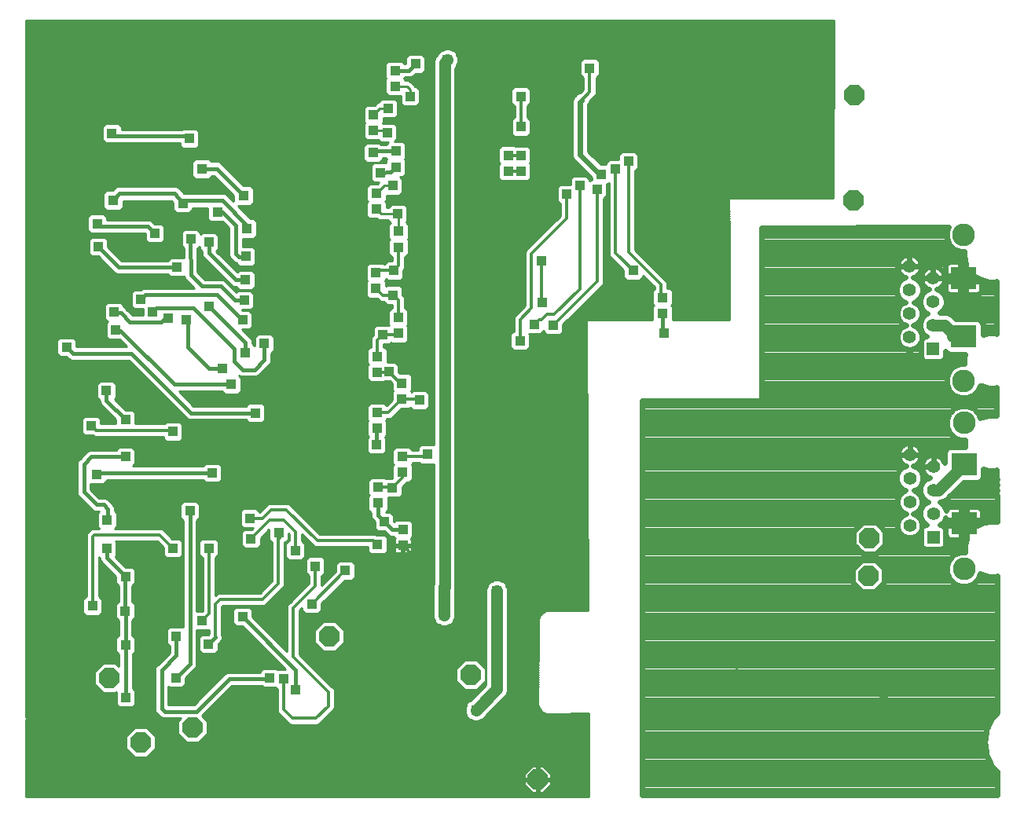
<source format=gbl>
G75*
%MOIN*%
%OFA0B0*%
%FSLAX25Y25*%
%IPPOS*%
%LPD*%
%AMOC8*
5,1,8,0,0,1.08239X$1,22.5*
%
%ADD10R,0.04331X0.03937*%
%ADD11R,0.05600X0.05600*%
%ADD12C,0.05600*%
%ADD13C,0.09600*%
%ADD14R,0.11024X0.09449*%
%ADD15OC8,0.08500*%
%ADD16C,0.02400*%
%ADD17R,0.03962X0.03962*%
%ADD18C,0.05000*%
%ADD19C,0.01000*%
%ADD20C,0.01600*%
%ADD21C,0.01200*%
%ADD22C,0.03200*%
D10*
X0269200Y0130454D03*
X0269200Y0137146D03*
X0279600Y0143454D03*
X0279600Y0150146D03*
X0268750Y0162204D03*
X0268750Y0168896D03*
X0279350Y0174654D03*
X0279350Y0181346D03*
X0268850Y0185954D03*
X0268850Y0192646D03*
X0277750Y0202454D03*
X0277750Y0209146D03*
X0268350Y0221454D03*
X0268350Y0228146D03*
X0277950Y0239054D03*
X0277950Y0245746D03*
X0268450Y0255154D03*
X0268450Y0261846D03*
X0276700Y0273054D03*
X0276700Y0279746D03*
X0267300Y0288504D03*
X0267300Y0295196D03*
X0276400Y0307304D03*
X0276400Y0313996D03*
X0329700Y0277946D03*
X0329700Y0271254D03*
X0389800Y0217646D03*
X0389800Y0210954D03*
X0279700Y0119246D03*
X0279700Y0112554D03*
D11*
X0504700Y0116000D03*
X0504600Y0195900D03*
D12*
X0494600Y0200900D03*
X0504600Y0205900D03*
X0494600Y0210900D03*
X0504600Y0215900D03*
X0494600Y0220900D03*
X0504600Y0225900D03*
X0494600Y0230900D03*
X0494700Y0151000D03*
X0504700Y0146000D03*
X0494700Y0141000D03*
X0504700Y0136000D03*
X0494700Y0131000D03*
X0504700Y0126000D03*
X0494700Y0121000D03*
D13*
X0517700Y0102500D03*
X0517700Y0164500D03*
X0517600Y0182400D03*
X0517600Y0244400D03*
D14*
X0517500Y0225902D03*
X0517500Y0201098D03*
X0517700Y0146802D03*
X0517700Y0121998D03*
D15*
X0477600Y0115700D03*
X0477300Y0099700D03*
X0336900Y0013200D03*
X0308500Y0057700D03*
X0248600Y0073900D03*
X0190600Y0035300D03*
X0168500Y0028800D03*
X0155200Y0056200D03*
X0470900Y0258800D03*
X0471300Y0303600D03*
D16*
X0511140Y0247618D02*
X0431900Y0247300D01*
X0431900Y0173900D01*
X0381300Y0173900D01*
X0381300Y0006700D01*
X0531796Y0006700D01*
X0531788Y0016435D01*
X0529521Y0019052D01*
X0529521Y0019052D01*
X0527345Y0023816D01*
X0527345Y0023816D01*
X0526600Y0029000D01*
X0526600Y0029000D01*
X0527345Y0034184D01*
X0527345Y0034184D01*
X0529521Y0038948D01*
X0529521Y0038948D01*
X0531768Y0041541D01*
X0531721Y0099532D01*
X0531227Y0099400D01*
X0528173Y0099400D01*
X0525223Y0100191D01*
X0524669Y0100510D01*
X0523804Y0098422D01*
X0521778Y0096396D01*
X0519132Y0095300D01*
X0516268Y0095300D01*
X0513622Y0096396D01*
X0511596Y0098422D01*
X0510500Y0101068D01*
X0510500Y0103932D01*
X0511596Y0106578D01*
X0513622Y0108604D01*
X0516268Y0109700D01*
X0518100Y0109700D01*
X0518100Y0112527D01*
X0518862Y0115372D01*
X0518862Y0120836D01*
X0516538Y0120836D01*
X0516538Y0115074D01*
X0511899Y0115074D01*
X0511339Y0115224D01*
X0510837Y0115514D01*
X0510428Y0115923D01*
X0510138Y0116425D01*
X0509988Y0116984D01*
X0509988Y0120836D01*
X0516538Y0120836D01*
X0516538Y0123161D01*
X0516538Y0128923D01*
X0511899Y0128923D01*
X0511339Y0128773D01*
X0510837Y0128483D01*
X0510428Y0128074D01*
X0510138Y0127572D01*
X0510085Y0127372D01*
X0509363Y0129115D01*
X0507815Y0130663D01*
X0507484Y0130800D01*
X0507933Y0130800D01*
X0509844Y0131592D01*
X0517630Y0139377D01*
X0523749Y0139377D01*
X0524741Y0139788D01*
X0525501Y0140548D01*
X0525912Y0141540D01*
X0525912Y0145006D01*
X0528173Y0144400D01*
X0531227Y0144400D01*
X0531684Y0144522D01*
X0531702Y0122473D01*
X0531227Y0122600D01*
X0528173Y0122600D01*
X0525223Y0121809D01*
X0523537Y0120836D01*
X0518862Y0120836D01*
X0518862Y0123161D01*
X0516538Y0123161D01*
X0509988Y0123161D01*
X0509988Y0124395D01*
X0509363Y0122884D01*
X0507815Y0121337D01*
X0507484Y0121200D01*
X0507977Y0121200D01*
X0508859Y0120835D01*
X0509535Y0120159D01*
X0509900Y0119277D01*
X0509900Y0112723D01*
X0509535Y0111841D01*
X0508859Y0111165D01*
X0507977Y0110800D01*
X0501423Y0110800D01*
X0500541Y0111165D01*
X0499865Y0111841D01*
X0499500Y0112723D01*
X0499500Y0119000D01*
X0499108Y0118054D01*
X0497646Y0116592D01*
X0495734Y0115800D01*
X0493666Y0115800D01*
X0491754Y0116592D01*
X0490292Y0118054D01*
X0489500Y0119966D01*
X0489500Y0122034D01*
X0490292Y0123946D01*
X0491754Y0125408D01*
X0493183Y0126000D01*
X0491754Y0126592D01*
X0490292Y0128054D01*
X0489500Y0129966D01*
X0489500Y0132034D01*
X0490292Y0133946D01*
X0491754Y0135408D01*
X0492791Y0135838D01*
X0491584Y0136337D01*
X0490037Y0137884D01*
X0489200Y0139906D01*
X0489200Y0142094D01*
X0490037Y0144115D01*
X0491584Y0145663D01*
X0493062Y0146275D01*
X0492781Y0146366D01*
X0492079Y0146724D01*
X0491443Y0147186D01*
X0490886Y0147743D01*
X0490424Y0148379D01*
X0490066Y0149081D01*
X0489823Y0149829D01*
X0489700Y0150606D01*
X0489700Y0151000D01*
X0494700Y0151000D01*
X0494700Y0151000D01*
X0494700Y0156000D01*
X0495094Y0156000D01*
X0495871Y0155877D01*
X0496619Y0155634D01*
X0497321Y0155276D01*
X0497957Y0154814D01*
X0498514Y0154257D01*
X0498976Y0153621D01*
X0499334Y0152919D01*
X0499577Y0152171D01*
X0499700Y0151394D01*
X0499700Y0151000D01*
X0494700Y0151000D01*
X0494700Y0151000D01*
X0494700Y0151000D01*
X0494700Y0156000D01*
X0494306Y0156000D01*
X0493529Y0155877D01*
X0492781Y0155634D01*
X0492079Y0155276D01*
X0491443Y0154814D01*
X0490886Y0154257D01*
X0490424Y0153621D01*
X0490066Y0152919D01*
X0489823Y0152171D01*
X0489700Y0151394D01*
X0489700Y0151000D01*
X0494700Y0151000D01*
X0499700Y0151000D01*
X0499700Y0150606D01*
X0499577Y0149829D01*
X0499334Y0149081D01*
X0498976Y0148379D01*
X0498514Y0147743D01*
X0497957Y0147186D01*
X0497321Y0146724D01*
X0496619Y0146366D01*
X0496338Y0146275D01*
X0497815Y0145663D01*
X0499363Y0144115D01*
X0500200Y0142094D01*
X0500200Y0139906D01*
X0499363Y0137884D01*
X0497815Y0136337D01*
X0496609Y0135838D01*
X0497646Y0135408D01*
X0499108Y0133946D01*
X0499900Y0132034D01*
X0499900Y0129966D01*
X0499108Y0128054D01*
X0497646Y0126592D01*
X0496217Y0126000D01*
X0497646Y0125408D01*
X0499108Y0123946D01*
X0499900Y0122034D01*
X0499900Y0120194D01*
X0500541Y0120835D01*
X0501423Y0121200D01*
X0501916Y0121200D01*
X0501584Y0121337D01*
X0500037Y0122884D01*
X0499200Y0124906D01*
X0499200Y0127094D01*
X0500037Y0129115D01*
X0501584Y0130663D01*
X0502399Y0131000D01*
X0501584Y0131337D01*
X0500037Y0132884D01*
X0499200Y0134906D01*
X0499200Y0137094D01*
X0500037Y0139115D01*
X0501584Y0140663D01*
X0503062Y0141275D01*
X0502781Y0141366D01*
X0502079Y0141724D01*
X0501443Y0142186D01*
X0500886Y0142743D01*
X0500424Y0143379D01*
X0500066Y0144081D01*
X0499823Y0144829D01*
X0499700Y0145606D01*
X0499700Y0146000D01*
X0504700Y0146000D01*
X0504700Y0146000D01*
X0504700Y0151000D01*
X0505094Y0151000D01*
X0505871Y0150877D01*
X0506619Y0150634D01*
X0507321Y0150276D01*
X0507957Y0149814D01*
X0508514Y0149257D01*
X0508976Y0148621D01*
X0509334Y0147919D01*
X0509488Y0147444D01*
X0509488Y0152063D01*
X0509899Y0153055D01*
X0510659Y0153815D01*
X0511651Y0154226D01*
X0518166Y0154226D01*
X0518100Y0154473D01*
X0518100Y0157300D01*
X0516268Y0157300D01*
X0513622Y0158396D01*
X0511596Y0160422D01*
X0510500Y0163068D01*
X0510500Y0165932D01*
X0511596Y0168578D01*
X0513622Y0170604D01*
X0516268Y0171700D01*
X0519132Y0171700D01*
X0521778Y0170604D01*
X0523804Y0168578D01*
X0524669Y0166490D01*
X0525223Y0166809D01*
X0528173Y0167600D01*
X0531227Y0167600D01*
X0531665Y0167483D01*
X0531656Y0179442D01*
X0531127Y0179300D01*
X0528073Y0179300D01*
X0525123Y0180091D01*
X0524569Y0180410D01*
X0523704Y0178322D01*
X0521678Y0176296D01*
X0519032Y0175200D01*
X0516168Y0175200D01*
X0513522Y0176296D01*
X0511496Y0178322D01*
X0510400Y0180968D01*
X0510400Y0183832D01*
X0511496Y0186478D01*
X0513522Y0188504D01*
X0516168Y0189600D01*
X0518000Y0189600D01*
X0518000Y0192427D01*
X0518334Y0193674D01*
X0511451Y0193674D01*
X0510459Y0194085D01*
X0509800Y0194744D01*
X0509800Y0192623D01*
X0509435Y0191741D01*
X0508759Y0191065D01*
X0507877Y0190700D01*
X0501323Y0190700D01*
X0500441Y0191065D01*
X0499765Y0191741D01*
X0499400Y0192623D01*
X0499400Y0198900D01*
X0499008Y0197954D01*
X0497546Y0196492D01*
X0495634Y0195700D01*
X0493566Y0195700D01*
X0491654Y0196492D01*
X0490192Y0197954D01*
X0489400Y0199866D01*
X0489400Y0201934D01*
X0490192Y0203846D01*
X0491654Y0205308D01*
X0493083Y0205900D01*
X0491654Y0206492D01*
X0490192Y0207954D01*
X0489400Y0209866D01*
X0489400Y0211934D01*
X0490192Y0213846D01*
X0491654Y0215308D01*
X0492691Y0215738D01*
X0491484Y0216237D01*
X0489937Y0217784D01*
X0489100Y0219806D01*
X0489100Y0221994D01*
X0489937Y0224015D01*
X0491484Y0225563D01*
X0492962Y0226175D01*
X0492681Y0226266D01*
X0491979Y0226624D01*
X0491343Y0227086D01*
X0490786Y0227643D01*
X0490324Y0228279D01*
X0489966Y0228981D01*
X0489723Y0229729D01*
X0489600Y0230506D01*
X0489600Y0230900D01*
X0494600Y0230900D01*
X0494600Y0230900D01*
X0494600Y0235900D01*
X0494994Y0235900D01*
X0495771Y0235777D01*
X0496519Y0235534D01*
X0497221Y0235176D01*
X0497857Y0234714D01*
X0498414Y0234157D01*
X0498876Y0233521D01*
X0499234Y0232819D01*
X0499477Y0232071D01*
X0499600Y0231294D01*
X0499600Y0230900D01*
X0494600Y0230900D01*
X0494600Y0230900D01*
X0494600Y0230900D01*
X0494600Y0235900D01*
X0494206Y0235900D01*
X0493429Y0235777D01*
X0492681Y0235534D01*
X0491979Y0235176D01*
X0491343Y0234714D01*
X0490786Y0234157D01*
X0490324Y0233521D01*
X0489966Y0232819D01*
X0489723Y0232071D01*
X0489600Y0231294D01*
X0489600Y0230900D01*
X0494600Y0230900D01*
X0499600Y0230900D01*
X0499600Y0230506D01*
X0499477Y0229729D01*
X0499234Y0228981D01*
X0498876Y0228279D01*
X0498414Y0227643D01*
X0497857Y0227086D01*
X0497221Y0226624D01*
X0496519Y0226266D01*
X0496238Y0226175D01*
X0497715Y0225563D01*
X0499263Y0224015D01*
X0500100Y0221994D01*
X0500100Y0219806D01*
X0499263Y0217784D01*
X0497715Y0216237D01*
X0496509Y0215738D01*
X0497546Y0215308D01*
X0499008Y0213846D01*
X0499800Y0211934D01*
X0499800Y0209866D01*
X0499008Y0207954D01*
X0497546Y0206492D01*
X0496117Y0205900D01*
X0497546Y0205308D01*
X0499008Y0203846D01*
X0499800Y0201934D01*
X0499800Y0200094D01*
X0500441Y0200735D01*
X0501323Y0201100D01*
X0501816Y0201100D01*
X0501484Y0201237D01*
X0499937Y0202784D01*
X0499100Y0204806D01*
X0499100Y0206994D01*
X0499937Y0209015D01*
X0501484Y0210563D01*
X0502299Y0210900D01*
X0501484Y0211237D01*
X0499937Y0212784D01*
X0499100Y0214806D01*
X0499100Y0216994D01*
X0499937Y0219015D01*
X0501484Y0220563D01*
X0502962Y0221175D01*
X0502681Y0221266D01*
X0501979Y0221624D01*
X0501343Y0222086D01*
X0500786Y0222643D01*
X0500324Y0223279D01*
X0499966Y0223981D01*
X0499723Y0224729D01*
X0499600Y0225506D01*
X0499600Y0225900D01*
X0504600Y0225900D01*
X0504600Y0225900D01*
X0504600Y0230900D01*
X0504994Y0230900D01*
X0505771Y0230777D01*
X0506519Y0230534D01*
X0507221Y0230176D01*
X0507857Y0229714D01*
X0508414Y0229157D01*
X0508876Y0228521D01*
X0509234Y0227819D01*
X0509477Y0227071D01*
X0509600Y0226294D01*
X0509600Y0225900D01*
X0504600Y0225900D01*
X0504600Y0225900D01*
X0504600Y0225900D01*
X0504600Y0230900D01*
X0504206Y0230900D01*
X0503429Y0230777D01*
X0502681Y0230534D01*
X0501979Y0230176D01*
X0501343Y0229714D01*
X0500786Y0229157D01*
X0500324Y0228521D01*
X0499966Y0227819D01*
X0499723Y0227071D01*
X0499600Y0226294D01*
X0499600Y0225900D01*
X0504600Y0225900D01*
X0509600Y0225900D01*
X0509600Y0225506D01*
X0509477Y0224729D01*
X0509234Y0223981D01*
X0508876Y0223279D01*
X0508414Y0222643D01*
X0507857Y0222086D01*
X0507221Y0221624D01*
X0506519Y0221266D01*
X0506238Y0221175D01*
X0507715Y0220563D01*
X0509263Y0219015D01*
X0510100Y0216994D01*
X0510100Y0214806D01*
X0509263Y0212784D01*
X0507715Y0211237D01*
X0507384Y0211100D01*
X0510634Y0211100D01*
X0512546Y0210308D01*
X0514008Y0208846D01*
X0514331Y0208523D01*
X0523549Y0208523D01*
X0524541Y0208112D01*
X0525301Y0207352D01*
X0525712Y0206360D01*
X0525712Y0201867D01*
X0528073Y0202500D01*
X0531127Y0202500D01*
X0531637Y0202363D01*
X0531619Y0224432D01*
X0531127Y0224300D01*
X0528073Y0224300D01*
X0525123Y0225091D01*
X0522477Y0226618D01*
X0522031Y0227064D01*
X0518662Y0227064D01*
X0516338Y0227064D01*
X0516338Y0232826D01*
X0511699Y0232826D01*
X0511139Y0232676D01*
X0510637Y0232386D01*
X0510228Y0231977D01*
X0509938Y0231475D01*
X0509788Y0230916D01*
X0509788Y0227064D01*
X0516338Y0227064D01*
X0516338Y0224739D01*
X0518662Y0224739D01*
X0518662Y0218977D01*
X0523301Y0218977D01*
X0523861Y0219127D01*
X0524363Y0219417D01*
X0524772Y0219826D01*
X0525062Y0220328D01*
X0525212Y0220888D01*
X0525212Y0224739D01*
X0518662Y0224739D01*
X0518662Y0227064D01*
X0518662Y0231901D01*
X0518000Y0234373D01*
X0518000Y0237200D01*
X0516168Y0237200D01*
X0513522Y0238296D01*
X0511496Y0240322D01*
X0510400Y0242968D01*
X0510400Y0245832D01*
X0511140Y0247618D01*
X0510531Y0246148D02*
X0431900Y0246148D01*
X0431900Y0243750D02*
X0510400Y0243750D01*
X0511070Y0241351D02*
X0431900Y0241351D01*
X0431900Y0238953D02*
X0512865Y0238953D01*
X0518000Y0236554D02*
X0431900Y0236554D01*
X0431900Y0234156D02*
X0490785Y0234156D01*
X0489673Y0231757D02*
X0431900Y0231757D01*
X0431900Y0229359D02*
X0489844Y0229359D01*
X0491516Y0226960D02*
X0431900Y0226960D01*
X0431900Y0224562D02*
X0490483Y0224562D01*
X0489170Y0222163D02*
X0431900Y0222163D01*
X0431900Y0219765D02*
X0489117Y0219765D01*
X0490356Y0217366D02*
X0431900Y0217366D01*
X0431900Y0214968D02*
X0491314Y0214968D01*
X0489663Y0212569D02*
X0431900Y0212569D01*
X0431900Y0210170D02*
X0489400Y0210170D01*
X0490374Y0207772D02*
X0431900Y0207772D01*
X0431900Y0205373D02*
X0491812Y0205373D01*
X0489831Y0202975D02*
X0431900Y0202975D01*
X0431900Y0200576D02*
X0489400Y0200576D01*
X0490099Y0198178D02*
X0431900Y0198178D01*
X0431900Y0195779D02*
X0493374Y0195779D01*
X0495826Y0195779D02*
X0499400Y0195779D01*
X0499400Y0193381D02*
X0431900Y0193381D01*
X0431900Y0190982D02*
X0500641Y0190982D01*
X0508559Y0190982D02*
X0518000Y0190982D01*
X0518256Y0193381D02*
X0509800Y0193381D01*
X0513715Y0188584D02*
X0431900Y0188584D01*
X0431900Y0186185D02*
X0511375Y0186185D01*
X0510400Y0183787D02*
X0431900Y0183787D01*
X0431900Y0181388D02*
X0510400Y0181388D01*
X0511219Y0178990D02*
X0431900Y0178990D01*
X0431900Y0176591D02*
X0513226Y0176591D01*
X0521974Y0176591D02*
X0531658Y0176591D01*
X0531660Y0174193D02*
X0431900Y0174193D01*
X0381300Y0171794D02*
X0531662Y0171794D01*
X0531664Y0169396D02*
X0522987Y0169396D01*
X0524459Y0166997D02*
X0525923Y0166997D01*
X0512413Y0169396D02*
X0381300Y0169396D01*
X0381300Y0166997D02*
X0510941Y0166997D01*
X0510500Y0164599D02*
X0381300Y0164599D01*
X0381300Y0162200D02*
X0510859Y0162200D01*
X0512216Y0159802D02*
X0381300Y0159802D01*
X0381300Y0157403D02*
X0516019Y0157403D01*
X0518100Y0155005D02*
X0497694Y0155005D01*
X0499435Y0152606D02*
X0509713Y0152606D01*
X0509488Y0150208D02*
X0507415Y0150208D01*
X0504700Y0150208D02*
X0504700Y0150208D01*
X0504700Y0151000D02*
X0504306Y0151000D01*
X0503529Y0150877D01*
X0502781Y0150634D01*
X0502079Y0150276D01*
X0501443Y0149814D01*
X0500886Y0149257D01*
X0500424Y0148621D01*
X0500066Y0147919D01*
X0499823Y0147171D01*
X0499700Y0146394D01*
X0499700Y0146000D01*
X0504700Y0146000D01*
X0504700Y0146000D01*
X0504700Y0151000D01*
X0501985Y0150208D02*
X0499637Y0150208D01*
X0500031Y0147809D02*
X0498562Y0147809D01*
X0498067Y0145411D02*
X0499731Y0145411D01*
X0499820Y0143012D02*
X0500690Y0143012D01*
X0500200Y0140614D02*
X0501535Y0140614D01*
X0499664Y0138215D02*
X0499500Y0138215D01*
X0499200Y0135817D02*
X0496660Y0135817D01*
X0499327Y0133418D02*
X0499816Y0133418D01*
X0499900Y0131020D02*
X0502352Y0131020D01*
X0499833Y0128621D02*
X0499343Y0128621D01*
X0499200Y0126223D02*
X0496755Y0126223D01*
X0499159Y0123824D02*
X0499648Y0123824D01*
X0499900Y0121426D02*
X0501496Y0121426D01*
X0499500Y0116629D02*
X0497682Y0116629D01*
X0499500Y0114230D02*
X0484250Y0114230D01*
X0484250Y0112945D02*
X0480355Y0109050D01*
X0474845Y0109050D01*
X0470950Y0112945D01*
X0470950Y0118455D01*
X0474845Y0122350D01*
X0480355Y0122350D01*
X0484250Y0118455D01*
X0484250Y0112945D01*
X0483136Y0111832D02*
X0499874Y0111832D01*
X0509526Y0111832D02*
X0518100Y0111832D01*
X0518556Y0114230D02*
X0509900Y0114230D01*
X0509900Y0116629D02*
X0510084Y0116629D01*
X0509988Y0119027D02*
X0509900Y0119027D01*
X0507904Y0121426D02*
X0516538Y0121426D01*
X0518862Y0121426D02*
X0524558Y0121426D01*
X0525412Y0123161D02*
X0518862Y0123161D01*
X0518862Y0128923D01*
X0523501Y0128923D01*
X0524061Y0128773D01*
X0524563Y0128483D01*
X0524972Y0128074D01*
X0525262Y0127572D01*
X0525412Y0127012D01*
X0525412Y0123161D01*
X0525412Y0123824D02*
X0531701Y0123824D01*
X0531699Y0126223D02*
X0525412Y0126223D01*
X0524324Y0128621D02*
X0531697Y0128621D01*
X0531695Y0131020D02*
X0508463Y0131020D01*
X0509567Y0128621D02*
X0511076Y0128621D01*
X0509988Y0123824D02*
X0509752Y0123824D01*
X0516538Y0123824D02*
X0518862Y0123824D01*
X0518862Y0126223D02*
X0516538Y0126223D01*
X0516538Y0128621D02*
X0518862Y0128621D01*
X0511670Y0133418D02*
X0531693Y0133418D01*
X0531691Y0135817D02*
X0514069Y0135817D01*
X0516467Y0138215D02*
X0531689Y0138215D01*
X0531687Y0140614D02*
X0525528Y0140614D01*
X0525912Y0143012D02*
X0531685Y0143012D01*
X0509488Y0147809D02*
X0509369Y0147809D01*
X0504700Y0147809D02*
X0504700Y0147809D01*
X0494700Y0152606D02*
X0494700Y0152606D01*
X0494700Y0155005D02*
X0494700Y0155005D01*
X0491706Y0155005D02*
X0381300Y0155005D01*
X0381300Y0152606D02*
X0489965Y0152606D01*
X0489763Y0150208D02*
X0381300Y0150208D01*
X0381300Y0147809D02*
X0490838Y0147809D01*
X0491333Y0145411D02*
X0381300Y0145411D01*
X0381300Y0143012D02*
X0489580Y0143012D01*
X0489200Y0140614D02*
X0381300Y0140614D01*
X0381300Y0138215D02*
X0489900Y0138215D01*
X0492740Y0135817D02*
X0381300Y0135817D01*
X0381300Y0133418D02*
X0490073Y0133418D01*
X0489500Y0131020D02*
X0381300Y0131020D01*
X0381300Y0128621D02*
X0490057Y0128621D01*
X0492645Y0126223D02*
X0381300Y0126223D01*
X0381300Y0123824D02*
X0490241Y0123824D01*
X0489500Y0121426D02*
X0481279Y0121426D01*
X0483677Y0119027D02*
X0489889Y0119027D01*
X0491718Y0116629D02*
X0484250Y0116629D01*
X0480738Y0109433D02*
X0515623Y0109433D01*
X0512052Y0107034D02*
X0381300Y0107034D01*
X0381300Y0104636D02*
X0472831Y0104636D01*
X0474545Y0106350D02*
X0470650Y0102455D01*
X0470650Y0096945D01*
X0474545Y0093050D01*
X0480055Y0093050D01*
X0483950Y0096945D01*
X0483950Y0102455D01*
X0480055Y0106350D01*
X0474545Y0106350D01*
X0474462Y0109433D02*
X0381300Y0109433D01*
X0381300Y0111832D02*
X0472064Y0111832D01*
X0470950Y0114230D02*
X0381300Y0114230D01*
X0381300Y0116629D02*
X0470950Y0116629D01*
X0471523Y0119027D02*
X0381300Y0119027D01*
X0381300Y0121426D02*
X0473921Y0121426D01*
X0481769Y0104636D02*
X0510792Y0104636D01*
X0510500Y0102237D02*
X0483950Y0102237D01*
X0483950Y0099839D02*
X0511009Y0099839D01*
X0512577Y0097440D02*
X0483950Y0097440D01*
X0482046Y0095042D02*
X0531724Y0095042D01*
X0531722Y0097440D02*
X0522823Y0097440D01*
X0524391Y0099839D02*
X0526535Y0099839D01*
X0531726Y0092643D02*
X0381300Y0092643D01*
X0381300Y0090245D02*
X0531728Y0090245D01*
X0531730Y0087846D02*
X0381300Y0087846D01*
X0381300Y0085448D02*
X0531732Y0085448D01*
X0531734Y0083049D02*
X0381300Y0083049D01*
X0381300Y0080651D02*
X0531736Y0080651D01*
X0531738Y0078252D02*
X0381300Y0078252D01*
X0381300Y0075854D02*
X0531740Y0075854D01*
X0531742Y0073455D02*
X0381300Y0073455D01*
X0381300Y0071057D02*
X0531744Y0071057D01*
X0531746Y0068658D02*
X0381300Y0068658D01*
X0381300Y0066260D02*
X0531748Y0066260D01*
X0531750Y0063861D02*
X0381300Y0063861D01*
X0381300Y0061463D02*
X0531752Y0061463D01*
X0531754Y0059064D02*
X0381300Y0059064D01*
X0381300Y0056666D02*
X0531756Y0056666D01*
X0531758Y0054267D02*
X0381300Y0054267D01*
X0381300Y0051869D02*
X0531760Y0051869D01*
X0531761Y0049470D02*
X0381300Y0049470D01*
X0381300Y0047072D02*
X0531763Y0047072D01*
X0531765Y0044673D02*
X0381300Y0044673D01*
X0381300Y0042275D02*
X0531767Y0042275D01*
X0530325Y0039876D02*
X0381300Y0039876D01*
X0381300Y0037478D02*
X0528850Y0037478D01*
X0527754Y0035079D02*
X0381300Y0035079D01*
X0381300Y0032681D02*
X0527129Y0032681D01*
X0526784Y0030282D02*
X0381300Y0030282D01*
X0381300Y0027884D02*
X0526761Y0027884D01*
X0527105Y0025485D02*
X0381300Y0025485D01*
X0381300Y0023087D02*
X0527678Y0023087D01*
X0528774Y0020688D02*
X0381300Y0020688D01*
X0381300Y0018290D02*
X0530182Y0018290D01*
X0531789Y0015891D02*
X0381300Y0015891D01*
X0381300Y0013493D02*
X0531791Y0013493D01*
X0531793Y0011094D02*
X0381300Y0011094D01*
X0381300Y0008696D02*
X0531795Y0008696D01*
X0421300Y0061200D02*
X0421200Y0062200D01*
X0381300Y0095042D02*
X0472554Y0095042D01*
X0470650Y0097440D02*
X0381300Y0097440D01*
X0381300Y0099839D02*
X0470650Y0099839D01*
X0470650Y0102237D02*
X0381300Y0102237D01*
X0516538Y0116629D02*
X0518862Y0116629D01*
X0518862Y0119027D02*
X0516538Y0119027D01*
X0523981Y0178990D02*
X0531656Y0178990D01*
X0499400Y0198178D02*
X0499101Y0198178D01*
X0499800Y0200576D02*
X0500282Y0200576D01*
X0499858Y0202975D02*
X0499369Y0202975D01*
X0499100Y0205373D02*
X0497388Y0205373D01*
X0498826Y0207772D02*
X0499422Y0207772D01*
X0499800Y0210170D02*
X0501092Y0210170D01*
X0500153Y0212569D02*
X0499537Y0212569D01*
X0499100Y0214968D02*
X0497886Y0214968D01*
X0498844Y0217366D02*
X0499254Y0217366D01*
X0500083Y0219765D02*
X0500686Y0219765D01*
X0501266Y0222163D02*
X0500030Y0222163D01*
X0499778Y0224562D02*
X0498717Y0224562D01*
X0499706Y0226960D02*
X0497684Y0226960D01*
X0499356Y0229359D02*
X0500988Y0229359D01*
X0499527Y0231757D02*
X0510101Y0231757D01*
X0509788Y0229359D02*
X0508212Y0229359D01*
X0509494Y0226960D02*
X0516338Y0226960D01*
X0516338Y0224739D02*
X0509788Y0224739D01*
X0509788Y0220888D01*
X0509938Y0220328D01*
X0510228Y0219826D01*
X0510637Y0219417D01*
X0511139Y0219127D01*
X0511699Y0218977D01*
X0516338Y0218977D01*
X0516338Y0224739D01*
X0516338Y0224562D02*
X0518662Y0224562D01*
X0518662Y0226960D02*
X0522135Y0226960D01*
X0525212Y0224562D02*
X0527097Y0224562D01*
X0525212Y0222163D02*
X0531621Y0222163D01*
X0531623Y0219765D02*
X0524710Y0219765D01*
X0518662Y0219765D02*
X0516338Y0219765D01*
X0516338Y0222163D02*
X0518662Y0222163D01*
X0518662Y0229359D02*
X0516338Y0229359D01*
X0516338Y0231757D02*
X0518662Y0231757D01*
X0518058Y0234156D02*
X0498415Y0234156D01*
X0494600Y0234156D02*
X0494600Y0234156D01*
X0494600Y0231757D02*
X0494600Y0231757D01*
X0504600Y0229359D02*
X0504600Y0229359D01*
X0504600Y0226960D02*
X0504600Y0226960D01*
X0509422Y0224562D02*
X0509788Y0224562D01*
X0509788Y0222163D02*
X0507934Y0222163D01*
X0508514Y0219765D02*
X0510290Y0219765D01*
X0509946Y0217366D02*
X0531625Y0217366D01*
X0531627Y0214968D02*
X0510100Y0214968D01*
X0509047Y0212569D02*
X0531629Y0212569D01*
X0531631Y0210170D02*
X0512683Y0210170D01*
X0524881Y0207772D02*
X0531633Y0207772D01*
X0531634Y0205373D02*
X0525712Y0205373D01*
X0525712Y0202975D02*
X0531636Y0202975D01*
X0364000Y0270000D02*
X0362900Y0270300D01*
X0357400Y0275700D01*
X0354900Y0278200D01*
X0354900Y0300700D01*
X0355500Y0301300D01*
X0355500Y0301400D01*
D17*
X0360100Y0297700D03*
X0348900Y0300800D03*
X0336000Y0299700D03*
X0329700Y0303000D03*
X0323500Y0299900D03*
X0311400Y0299900D03*
X0329800Y0290100D03*
X0324400Y0278000D03*
X0324400Y0271200D03*
X0335600Y0261100D03*
X0349200Y0261500D03*
X0354800Y0265200D03*
X0362100Y0263600D03*
X0364000Y0270000D03*
X0369900Y0272200D03*
X0375400Y0275500D03*
X0381650Y0242150D03*
X0377400Y0229100D03*
X0405600Y0229600D03*
X0390600Y0202700D03*
X0343500Y0205900D03*
X0335400Y0206400D03*
X0329400Y0199300D03*
X0322750Y0215150D03*
X0322850Y0223000D03*
X0338700Y0215700D03*
X0338600Y0233400D03*
X0275900Y0229100D03*
X0275600Y0218700D03*
X0256000Y0212400D03*
X0271200Y0201900D03*
X0256000Y0197000D03*
X0273800Y0186200D03*
X0286700Y0174100D03*
X0256100Y0166500D03*
X0268500Y0155200D03*
X0256200Y0151300D03*
X0275300Y0136900D03*
X0256000Y0135500D03*
X0256200Y0120000D03*
X0269000Y0112900D03*
X0271800Y0122500D03*
X0285400Y0109600D03*
X0255300Y0101800D03*
X0242600Y0103700D03*
X0234100Y0110400D03*
X0227100Y0117900D03*
X0215300Y0115300D03*
X0214800Y0124000D03*
X0197400Y0111300D03*
X0182200Y0111300D03*
X0162100Y0099300D03*
X0154200Y0111100D03*
X0141900Y0106900D03*
X0130900Y0118200D03*
X0154300Y0123300D03*
X0150000Y0142600D03*
X0162100Y0150100D03*
X0147500Y0163300D03*
X0162100Y0165900D03*
X0182200Y0160800D03*
X0198900Y0143300D03*
X0189400Y0127100D03*
X0130900Y0092000D03*
X0148100Y0086800D03*
X0162000Y0084600D03*
X0162100Y0070300D03*
X0183600Y0073900D03*
X0194500Y0080600D03*
X0204900Y0084900D03*
X0211700Y0082300D03*
X0197300Y0070600D03*
X0183500Y0056300D03*
X0185300Y0047400D03*
X0162200Y0047900D03*
X0221050Y0040200D03*
X0234300Y0051300D03*
X0229200Y0055800D03*
X0223300Y0056300D03*
X0241400Y0030500D03*
X0270900Y0033700D03*
X0284900Y0033200D03*
X0303400Y0033400D03*
X0310700Y0042600D03*
X0341000Y0037900D03*
X0341000Y0032700D03*
X0339000Y0027600D03*
X0403000Y0054500D03*
X0421200Y0062200D03*
X0484400Y0050700D03*
X0319600Y0093200D03*
X0297200Y0082900D03*
X0241100Y0087700D03*
X0290200Y0151100D03*
X0256000Y0181700D03*
X0221000Y0198100D03*
X0212900Y0194300D03*
X0203100Y0187700D03*
X0207000Y0180800D03*
X0217200Y0168700D03*
X0161900Y0186800D03*
X0154000Y0178100D03*
X0139800Y0188400D03*
X0137100Y0196600D03*
X0157800Y0204000D03*
X0157200Y0211600D03*
X0168600Y0216900D03*
X0173500Y0211600D03*
X0180300Y0208800D03*
X0187900Y0208200D03*
X0197400Y0214000D03*
X0211800Y0208200D03*
X0212400Y0216500D03*
X0213000Y0225100D03*
X0213200Y0235100D03*
X0213600Y0247000D03*
X0201100Y0253900D03*
X0212200Y0260900D03*
X0194500Y0272300D03*
X0189200Y0285100D03*
X0156300Y0287400D03*
X0156800Y0259000D03*
X0150100Y0249000D03*
X0150500Y0239300D03*
X0174500Y0244900D03*
X0189800Y0242500D03*
X0197500Y0241200D03*
X0184000Y0230500D03*
X0186400Y0257700D03*
X0256400Y0260300D03*
X0270200Y0270700D03*
X0275400Y0265100D03*
X0277600Y0253200D03*
X0261800Y0246900D03*
X0256200Y0228000D03*
X0256600Y0276300D03*
X0267100Y0279100D03*
X0273100Y0287600D03*
X0273600Y0297900D03*
X0282800Y0303000D03*
X0285100Y0316800D03*
X0298600Y0318500D03*
X0256200Y0312800D03*
X0256500Y0293400D03*
X0359000Y0315000D03*
X0447500Y0279800D03*
X0130100Y0178700D03*
D18*
X0161600Y0187600D02*
X0161900Y0187600D01*
X0161900Y0186800D01*
X0297200Y0094800D02*
X0297400Y0095000D01*
X0297400Y0317300D01*
X0298600Y0318500D01*
X0446200Y0279800D02*
X0447500Y0279800D01*
X0504600Y0205900D02*
X0509600Y0205900D01*
X0512902Y0202598D01*
X0512902Y0201098D01*
X0517500Y0201098D01*
X0517700Y0146802D02*
X0506898Y0136000D01*
X0504700Y0136000D01*
X0484400Y0050700D02*
X0482600Y0050700D01*
X0339000Y0027600D02*
X0338200Y0027600D01*
X0337000Y0026400D01*
X0337000Y0026600D01*
X0319600Y0051500D02*
X0310700Y0042600D01*
X0319600Y0051500D02*
X0319600Y0093200D01*
X0297200Y0094800D02*
X0297200Y0082900D01*
D19*
X0119700Y0032500D02*
X0119700Y0006000D01*
X0358585Y0006000D01*
X0358379Y0041259D01*
X0342542Y0041014D01*
X0342502Y0040997D01*
X0341629Y0041000D01*
X0340756Y0040986D01*
X0340716Y0041003D01*
X0340672Y0041003D01*
X0339866Y0041339D01*
X0339055Y0041660D01*
X0339023Y0041691D01*
X0338983Y0041708D01*
X0338368Y0042327D01*
X0337741Y0042934D01*
X0337724Y0042975D01*
X0337693Y0043006D01*
X0337361Y0043813D01*
X0337015Y0044614D01*
X0337014Y0044658D01*
X0336997Y0044698D01*
X0337000Y0045571D01*
X0336986Y0046444D01*
X0337003Y0046484D01*
X0337100Y0080205D01*
X0337100Y0081115D01*
X0337103Y0081121D01*
X0337103Y0081128D01*
X0337453Y0081966D01*
X0337800Y0082806D01*
X0337805Y0082811D01*
X0337808Y0082817D01*
X0338452Y0083458D01*
X0339094Y0084100D01*
X0339101Y0084102D01*
X0339106Y0084107D01*
X0339945Y0084452D01*
X0340785Y0084800D01*
X0340792Y0084800D01*
X0340798Y0084803D01*
X0341705Y0084800D01*
X0358124Y0084800D01*
X0357400Y0208300D01*
X0385400Y0208300D01*
X0385535Y0208300D01*
X0385535Y0213792D01*
X0386043Y0214300D01*
X0385535Y0214808D01*
X0385535Y0220485D01*
X0386400Y0221350D01*
X0386400Y0222082D01*
X0381481Y0227001D01*
X0381481Y0226249D01*
X0380251Y0225019D01*
X0374549Y0225019D01*
X0373319Y0226249D01*
X0373319Y0229363D01*
X0367611Y0235071D01*
X0367200Y0236063D01*
X0367200Y0266268D01*
X0366851Y0265919D01*
X0366181Y0265919D01*
X0366181Y0260749D01*
X0364951Y0259519D01*
X0364800Y0259519D01*
X0364800Y0223963D01*
X0364389Y0222971D01*
X0347581Y0206163D01*
X0347581Y0203049D01*
X0346351Y0201819D01*
X0340649Y0201819D01*
X0339419Y0203049D01*
X0339419Y0203487D01*
X0338251Y0202319D01*
X0333313Y0202319D01*
X0333481Y0202151D01*
X0333481Y0196449D01*
X0332251Y0195219D01*
X0326549Y0195219D01*
X0325319Y0196449D01*
X0325319Y0202151D01*
X0326549Y0203381D01*
X0326700Y0203381D01*
X0326700Y0208837D01*
X0327111Y0209829D01*
X0327871Y0210589D01*
X0331500Y0214218D01*
X0331500Y0236737D01*
X0331911Y0237729D01*
X0332671Y0238489D01*
X0346500Y0252318D01*
X0346500Y0257419D01*
X0346349Y0257419D01*
X0345119Y0258649D01*
X0345119Y0264351D01*
X0346349Y0265581D01*
X0350719Y0265581D01*
X0350719Y0268051D01*
X0351949Y0269281D01*
X0357651Y0269281D01*
X0358881Y0268051D01*
X0358881Y0267313D01*
X0359249Y0267681D01*
X0359919Y0267681D01*
X0359919Y0268602D01*
X0355545Y0272896D01*
X0355531Y0272902D01*
X0355078Y0273355D01*
X0354620Y0273805D01*
X0354614Y0273820D01*
X0352102Y0276331D01*
X0351600Y0277544D01*
X0351600Y0301356D01*
X0352102Y0302569D01*
X0352632Y0303099D01*
X0352702Y0303269D01*
X0353631Y0304198D01*
X0354844Y0304700D01*
X0354982Y0304700D01*
X0356300Y0306018D01*
X0356300Y0310919D01*
X0356149Y0310919D01*
X0354919Y0312149D01*
X0354919Y0317851D01*
X0356149Y0319081D01*
X0361851Y0319081D01*
X0363081Y0317851D01*
X0363081Y0312149D01*
X0361851Y0310919D01*
X0361700Y0310919D01*
X0361700Y0304363D01*
X0361289Y0303371D01*
X0358800Y0300882D01*
X0358800Y0300644D01*
X0358298Y0299431D01*
X0358200Y0299333D01*
X0358200Y0279567D01*
X0359722Y0278045D01*
X0363759Y0274081D01*
X0365819Y0274081D01*
X0365819Y0275051D01*
X0367049Y0276281D01*
X0371319Y0276281D01*
X0371319Y0278351D01*
X0372549Y0279581D01*
X0378251Y0279581D01*
X0379481Y0278351D01*
X0379481Y0272649D01*
X0378251Y0271419D01*
X0378100Y0271419D01*
X0378100Y0238018D01*
X0390629Y0225489D01*
X0391389Y0224729D01*
X0391800Y0223737D01*
X0391800Y0221715D01*
X0392835Y0221715D01*
X0394065Y0220485D01*
X0394065Y0214808D01*
X0393557Y0214300D01*
X0394065Y0213792D01*
X0394065Y0208274D01*
X0418300Y0208200D01*
X0418300Y0240500D01*
X0417900Y0260000D01*
X0462100Y0259900D01*
X0462575Y0335161D01*
X0119800Y0335161D01*
X0119800Y0039700D01*
X0120100Y0039400D01*
X0119700Y0037700D01*
X0119900Y0034800D01*
X0119700Y0032500D01*
X0119700Y0032454D02*
X0163174Y0032454D01*
X0164172Y0033452D02*
X0119783Y0033452D01*
X0119870Y0034451D02*
X0165171Y0034451D01*
X0165870Y0035150D02*
X0162150Y0031430D01*
X0162150Y0026170D01*
X0165870Y0022450D01*
X0171130Y0022450D01*
X0174850Y0026170D01*
X0174850Y0031430D01*
X0171130Y0035150D01*
X0165870Y0035150D01*
X0162175Y0031455D02*
X0119700Y0031455D01*
X0119700Y0030457D02*
X0162150Y0030457D01*
X0162150Y0029458D02*
X0119700Y0029458D01*
X0119700Y0028460D02*
X0162150Y0028460D01*
X0162150Y0027461D02*
X0119700Y0027461D01*
X0119700Y0026463D02*
X0162150Y0026463D01*
X0162855Y0025464D02*
X0119700Y0025464D01*
X0119700Y0024466D02*
X0163854Y0024466D01*
X0164852Y0023467D02*
X0119700Y0023467D01*
X0119700Y0022469D02*
X0165851Y0022469D01*
X0171149Y0022469D02*
X0358489Y0022469D01*
X0358483Y0023467D02*
X0172147Y0023467D01*
X0173146Y0024466D02*
X0358477Y0024466D01*
X0358471Y0025464D02*
X0174145Y0025464D01*
X0174850Y0026463D02*
X0358465Y0026463D01*
X0358460Y0027461D02*
X0174850Y0027461D01*
X0174850Y0028460D02*
X0358454Y0028460D01*
X0358448Y0029458D02*
X0193739Y0029458D01*
X0193230Y0028950D02*
X0196950Y0032670D01*
X0196950Y0037930D01*
X0194641Y0040240D01*
X0207301Y0052900D01*
X0219768Y0052900D01*
X0220449Y0052219D01*
X0225849Y0052219D01*
X0226349Y0051719D01*
X0226400Y0051719D01*
X0226400Y0042263D01*
X0226811Y0041271D01*
X0227571Y0040511D01*
X0231271Y0036811D01*
X0232263Y0036400D01*
X0243437Y0036400D01*
X0244429Y0036811D01*
X0245189Y0037571D01*
X0250389Y0042771D01*
X0250800Y0043763D01*
X0250800Y0050837D01*
X0250389Y0051829D01*
X0249629Y0052589D01*
X0236000Y0066218D01*
X0236000Y0084882D01*
X0237019Y0085901D01*
X0237019Y0084849D01*
X0238249Y0083619D01*
X0243951Y0083619D01*
X0245181Y0084849D01*
X0245181Y0087863D01*
X0255037Y0097719D01*
X0258151Y0097719D01*
X0259381Y0098949D01*
X0259381Y0104651D01*
X0258151Y0105881D01*
X0252449Y0105881D01*
X0251219Y0104651D01*
X0251219Y0101537D01*
X0245300Y0095618D01*
X0245300Y0099619D01*
X0245451Y0099619D01*
X0246681Y0100849D01*
X0246681Y0106551D01*
X0245451Y0107781D01*
X0239749Y0107781D01*
X0238519Y0106551D01*
X0238519Y0100849D01*
X0239749Y0099619D01*
X0239900Y0099619D01*
X0239900Y0096418D01*
X0231771Y0088289D01*
X0231011Y0087529D01*
X0230600Y0086537D01*
X0230600Y0067501D01*
X0215781Y0082320D01*
X0215781Y0085151D01*
X0214551Y0086381D01*
X0208849Y0086381D01*
X0207619Y0085151D01*
X0207619Y0079449D01*
X0208849Y0078219D01*
X0211680Y0078219D01*
X0230018Y0059881D01*
X0226651Y0059881D01*
X0226151Y0060381D01*
X0220449Y0060381D01*
X0219219Y0059151D01*
X0219219Y0058700D01*
X0205523Y0058700D01*
X0204457Y0058258D01*
X0203641Y0057443D01*
X0191099Y0044900D01*
X0180300Y0044900D01*
X0180300Y0052568D01*
X0180649Y0052219D01*
X0186351Y0052219D01*
X0187581Y0053449D01*
X0187581Y0056280D01*
X0191858Y0060557D01*
X0192300Y0061623D01*
X0192300Y0076519D01*
X0197351Y0076519D01*
X0197500Y0076668D01*
X0197500Y0074901D01*
X0197280Y0074681D01*
X0194449Y0074681D01*
X0193219Y0073451D01*
X0193219Y0067749D01*
X0194449Y0066519D01*
X0200151Y0066519D01*
X0201381Y0067749D01*
X0201381Y0070580D01*
X0202658Y0071857D01*
X0203100Y0072923D01*
X0203100Y0074077D01*
X0202900Y0074560D01*
X0202900Y0086482D01*
X0203418Y0087000D01*
X0220737Y0087000D01*
X0221729Y0087411D01*
X0228429Y0094111D01*
X0229189Y0094871D01*
X0229600Y0095863D01*
X0229600Y0113819D01*
X0229951Y0113819D01*
X0231181Y0115049D01*
X0231181Y0117501D01*
X0231400Y0117282D01*
X0231400Y0114481D01*
X0231249Y0114481D01*
X0230019Y0113251D01*
X0230019Y0107549D01*
X0231249Y0106319D01*
X0236951Y0106319D01*
X0238181Y0107549D01*
X0238181Y0113251D01*
X0236951Y0114481D01*
X0236800Y0114481D01*
X0236800Y0117382D01*
X0241111Y0113071D01*
X0241871Y0112311D01*
X0242863Y0111900D01*
X0264919Y0111900D01*
X0264919Y0110049D01*
X0266149Y0108819D01*
X0271851Y0108819D01*
X0273081Y0110049D01*
X0273081Y0115751D01*
X0271851Y0116981D01*
X0268607Y0116981D01*
X0267837Y0117300D01*
X0244518Y0117300D01*
X0231829Y0129989D01*
X0230837Y0130400D01*
X0223263Y0130400D01*
X0222271Y0129989D01*
X0221511Y0129229D01*
X0218982Y0126700D01*
X0218881Y0126700D01*
X0218881Y0126851D01*
X0217651Y0128081D01*
X0211949Y0128081D01*
X0210719Y0126851D01*
X0210719Y0121149D01*
X0211949Y0119919D01*
X0216101Y0119919D01*
X0215563Y0119381D01*
X0212449Y0119381D01*
X0211219Y0118151D01*
X0211219Y0112449D01*
X0212449Y0111219D01*
X0218151Y0111219D01*
X0219381Y0112449D01*
X0219381Y0115563D01*
X0223019Y0119201D01*
X0223019Y0115049D01*
X0224200Y0113868D01*
X0224200Y0097518D01*
X0219082Y0092400D01*
X0201763Y0092400D01*
X0200771Y0091989D01*
X0200100Y0091318D01*
X0200100Y0107219D01*
X0200251Y0107219D01*
X0201481Y0108449D01*
X0201481Y0114151D01*
X0200251Y0115381D01*
X0194549Y0115381D01*
X0193319Y0114151D01*
X0193319Y0108449D01*
X0194549Y0107219D01*
X0194700Y0107219D01*
X0194700Y0084681D01*
X0192300Y0084681D01*
X0192300Y0123068D01*
X0193481Y0124249D01*
X0193481Y0129951D01*
X0192251Y0131181D01*
X0186549Y0131181D01*
X0185319Y0129951D01*
X0185319Y0124249D01*
X0186500Y0123068D01*
X0186500Y0077932D01*
X0186451Y0077981D01*
X0180749Y0077981D01*
X0179519Y0076751D01*
X0179519Y0071049D01*
X0180700Y0069868D01*
X0180700Y0067001D01*
X0175757Y0062058D01*
X0174941Y0061243D01*
X0174500Y0060177D01*
X0174500Y0042723D01*
X0174941Y0041657D01*
X0176241Y0040357D01*
X0177057Y0039541D01*
X0178123Y0039100D01*
X0185420Y0039100D01*
X0184250Y0037930D01*
X0184250Y0032670D01*
X0187970Y0028950D01*
X0193230Y0028950D01*
X0194737Y0030457D02*
X0358442Y0030457D01*
X0358436Y0031455D02*
X0195736Y0031455D01*
X0196734Y0032454D02*
X0358430Y0032454D01*
X0358424Y0033452D02*
X0196950Y0033452D01*
X0196950Y0034451D02*
X0358419Y0034451D01*
X0358413Y0035449D02*
X0196950Y0035449D01*
X0196950Y0036448D02*
X0232147Y0036448D01*
X0230635Y0037446D02*
X0196950Y0037446D01*
X0196435Y0038445D02*
X0229637Y0038445D01*
X0228638Y0039443D02*
X0195437Y0039443D01*
X0194843Y0040442D02*
X0227640Y0040442D01*
X0226741Y0041440D02*
X0195842Y0041440D01*
X0196840Y0042439D02*
X0226400Y0042439D01*
X0226400Y0043437D02*
X0197839Y0043437D01*
X0198837Y0044436D02*
X0226400Y0044436D01*
X0226400Y0045434D02*
X0199836Y0045434D01*
X0200834Y0046433D02*
X0226400Y0046433D01*
X0226400Y0047432D02*
X0201833Y0047432D01*
X0202831Y0048430D02*
X0226400Y0048430D01*
X0226400Y0049429D02*
X0203830Y0049429D01*
X0204828Y0050427D02*
X0226400Y0050427D01*
X0226400Y0051426D02*
X0205827Y0051426D01*
X0206825Y0052424D02*
X0220244Y0052424D01*
X0219482Y0059414D02*
X0190715Y0059414D01*
X0191713Y0060412D02*
X0229487Y0060412D01*
X0228488Y0061411D02*
X0192212Y0061411D01*
X0192300Y0062409D02*
X0227490Y0062409D01*
X0226491Y0063408D02*
X0192300Y0063408D01*
X0192300Y0064406D02*
X0225493Y0064406D01*
X0224494Y0065405D02*
X0192300Y0065405D01*
X0192300Y0066403D02*
X0223496Y0066403D01*
X0222497Y0067402D02*
X0201034Y0067402D01*
X0201381Y0068400D02*
X0221499Y0068400D01*
X0220500Y0069399D02*
X0201381Y0069399D01*
X0201381Y0070397D02*
X0219501Y0070397D01*
X0218503Y0071396D02*
X0202197Y0071396D01*
X0202881Y0072394D02*
X0217504Y0072394D01*
X0216506Y0073393D02*
X0203100Y0073393D01*
X0202970Y0074391D02*
X0215507Y0074391D01*
X0214509Y0075390D02*
X0202900Y0075390D01*
X0202900Y0076388D02*
X0213510Y0076388D01*
X0212512Y0077387D02*
X0202900Y0077387D01*
X0202900Y0078385D02*
X0208683Y0078385D01*
X0207684Y0079384D02*
X0202900Y0079384D01*
X0202900Y0080382D02*
X0207619Y0080382D01*
X0207619Y0081381D02*
X0202900Y0081381D01*
X0202900Y0082379D02*
X0207619Y0082379D01*
X0207619Y0083378D02*
X0202900Y0083378D01*
X0202900Y0084376D02*
X0207619Y0084376D01*
X0207843Y0085375D02*
X0202900Y0085375D01*
X0202900Y0086373D02*
X0208841Y0086373D01*
X0214559Y0086373D02*
X0230600Y0086373D01*
X0230600Y0085375D02*
X0215557Y0085375D01*
X0215781Y0084376D02*
X0230600Y0084376D01*
X0230600Y0083378D02*
X0215781Y0083378D01*
X0215781Y0082379D02*
X0230600Y0082379D01*
X0230600Y0081381D02*
X0216720Y0081381D01*
X0217719Y0080382D02*
X0230600Y0080382D01*
X0230600Y0079384D02*
X0218717Y0079384D01*
X0219716Y0078385D02*
X0230600Y0078385D01*
X0230600Y0077387D02*
X0220714Y0077387D01*
X0221713Y0076388D02*
X0230600Y0076388D01*
X0230600Y0075390D02*
X0222711Y0075390D01*
X0223710Y0074391D02*
X0230600Y0074391D01*
X0230600Y0073393D02*
X0224708Y0073393D01*
X0225707Y0072394D02*
X0230600Y0072394D01*
X0230600Y0071396D02*
X0226705Y0071396D01*
X0227704Y0070397D02*
X0230600Y0070397D01*
X0230600Y0069399D02*
X0228702Y0069399D01*
X0229701Y0068400D02*
X0230600Y0068400D01*
X0236000Y0068400D02*
X0245119Y0068400D01*
X0245970Y0067550D02*
X0242250Y0071270D01*
X0242250Y0076530D01*
X0245970Y0080250D01*
X0251230Y0080250D01*
X0254950Y0076530D01*
X0254950Y0071270D01*
X0251230Y0067550D01*
X0245970Y0067550D01*
X0244121Y0069399D02*
X0236000Y0069399D01*
X0236000Y0070397D02*
X0243122Y0070397D01*
X0242250Y0071396D02*
X0236000Y0071396D01*
X0236000Y0072394D02*
X0242250Y0072394D01*
X0242250Y0073393D02*
X0236000Y0073393D01*
X0236000Y0074391D02*
X0242250Y0074391D01*
X0242250Y0075390D02*
X0236000Y0075390D01*
X0236000Y0076388D02*
X0242250Y0076388D01*
X0243107Y0077387D02*
X0236000Y0077387D01*
X0236000Y0078385D02*
X0244105Y0078385D01*
X0245104Y0079384D02*
X0236000Y0079384D01*
X0236000Y0080382D02*
X0293119Y0080382D01*
X0293119Y0080049D02*
X0294349Y0078819D01*
X0295032Y0078819D01*
X0296285Y0078300D01*
X0298115Y0078300D01*
X0299368Y0078819D01*
X0300051Y0078819D01*
X0301281Y0080049D01*
X0301281Y0080732D01*
X0301800Y0081985D01*
X0301800Y0093602D01*
X0302000Y0094085D01*
X0302000Y0314968D01*
X0302681Y0315649D01*
X0302681Y0316332D01*
X0303200Y0317585D01*
X0303200Y0319415D01*
X0302681Y0320668D01*
X0302681Y0321351D01*
X0301451Y0322581D01*
X0300768Y0322581D01*
X0299515Y0323100D01*
X0297685Y0323100D01*
X0296432Y0322581D01*
X0295749Y0322581D01*
X0294519Y0321351D01*
X0294519Y0320924D01*
X0293500Y0319906D01*
X0292800Y0318215D01*
X0292800Y0155181D01*
X0287349Y0155181D01*
X0286119Y0153951D01*
X0286119Y0152846D01*
X0283865Y0152846D01*
X0283865Y0152985D01*
X0282635Y0154215D01*
X0276565Y0154215D01*
X0275335Y0152985D01*
X0275335Y0147308D01*
X0275843Y0146800D01*
X0275335Y0146292D01*
X0275335Y0140981D01*
X0272469Y0140981D01*
X0272235Y0141215D01*
X0266165Y0141215D01*
X0264935Y0139985D01*
X0264935Y0134308D01*
X0265443Y0133800D01*
X0264935Y0133292D01*
X0264935Y0127615D01*
X0266165Y0126385D01*
X0266300Y0126385D01*
X0266300Y0124523D01*
X0266741Y0123457D01*
X0267719Y0122480D01*
X0267719Y0119649D01*
X0268949Y0118419D01*
X0271780Y0118419D01*
X0273411Y0116788D01*
X0274477Y0116346D01*
X0275496Y0116346D01*
X0276367Y0115476D01*
X0276334Y0115443D01*
X0276137Y0115101D01*
X0276035Y0114720D01*
X0276035Y0113038D01*
X0279216Y0113038D01*
X0279216Y0112069D01*
X0280184Y0112069D01*
X0280184Y0109085D01*
X0282063Y0109085D01*
X0282444Y0109187D01*
X0282786Y0109385D01*
X0283066Y0109664D01*
X0283263Y0110006D01*
X0283365Y0110388D01*
X0283365Y0112069D01*
X0280184Y0112069D01*
X0280184Y0113038D01*
X0283365Y0113038D01*
X0283365Y0114720D01*
X0283263Y0115101D01*
X0283066Y0115443D01*
X0283033Y0115476D01*
X0283965Y0116408D01*
X0283965Y0122085D01*
X0282735Y0123315D01*
X0276665Y0123315D01*
X0275881Y0122531D01*
X0275881Y0125351D01*
X0274651Y0126581D01*
X0272431Y0126581D01*
X0273465Y0127615D01*
X0273465Y0132819D01*
X0278151Y0132819D01*
X0279381Y0134049D01*
X0279381Y0137163D01*
X0281603Y0139385D01*
X0282635Y0139385D01*
X0283865Y0140615D01*
X0283865Y0146292D01*
X0283357Y0146800D01*
X0283865Y0147308D01*
X0283865Y0147446D01*
X0286921Y0147446D01*
X0287349Y0147019D01*
X0292800Y0147019D01*
X0292800Y0096198D01*
X0292600Y0095715D01*
X0292600Y0081985D01*
X0293119Y0080732D01*
X0293119Y0080049D01*
X0293784Y0079384D02*
X0252096Y0079384D01*
X0253095Y0078385D02*
X0296079Y0078385D01*
X0298321Y0078385D02*
X0315000Y0078385D01*
X0315000Y0077387D02*
X0254093Y0077387D01*
X0254950Y0076388D02*
X0315000Y0076388D01*
X0315000Y0075390D02*
X0254950Y0075390D01*
X0254950Y0074391D02*
X0315000Y0074391D01*
X0315000Y0073393D02*
X0254950Y0073393D01*
X0254950Y0072394D02*
X0315000Y0072394D01*
X0315000Y0071396D02*
X0254950Y0071396D01*
X0254078Y0070397D02*
X0315000Y0070397D01*
X0315000Y0069399D02*
X0253079Y0069399D01*
X0252080Y0068400D02*
X0315000Y0068400D01*
X0315000Y0067402D02*
X0236000Y0067402D01*
X0236000Y0066403D02*
X0315000Y0066403D01*
X0315000Y0065405D02*
X0236814Y0065405D01*
X0237812Y0064406D02*
X0315000Y0064406D01*
X0315000Y0063408D02*
X0311773Y0063408D01*
X0311130Y0064050D02*
X0305870Y0064050D01*
X0302150Y0060330D01*
X0302150Y0055070D01*
X0305870Y0051350D01*
X0311130Y0051350D01*
X0314850Y0055070D01*
X0314850Y0060330D01*
X0311130Y0064050D01*
X0312771Y0062409D02*
X0315000Y0062409D01*
X0315000Y0061411D02*
X0313770Y0061411D01*
X0314768Y0060412D02*
X0315000Y0060412D01*
X0315000Y0059414D02*
X0314850Y0059414D01*
X0314850Y0058415D02*
X0315000Y0058415D01*
X0315000Y0057417D02*
X0314850Y0057417D01*
X0314850Y0056418D02*
X0315000Y0056418D01*
X0315000Y0055420D02*
X0314850Y0055420D01*
X0315000Y0054421D02*
X0314201Y0054421D01*
X0315000Y0053423D02*
X0313203Y0053423D01*
X0314019Y0052424D02*
X0312204Y0052424D01*
X0313020Y0051426D02*
X0311206Y0051426D01*
X0312022Y0050427D02*
X0250800Y0050427D01*
X0250800Y0049429D02*
X0311023Y0049429D01*
X0310025Y0048430D02*
X0250800Y0048430D01*
X0250800Y0047432D02*
X0309026Y0047432D01*
X0308276Y0046681D02*
X0307849Y0046681D01*
X0306619Y0045451D01*
X0306619Y0044768D01*
X0306100Y0043515D01*
X0306100Y0041685D01*
X0306619Y0040432D01*
X0306619Y0039749D01*
X0307849Y0038519D01*
X0308532Y0038519D01*
X0309785Y0038000D01*
X0311615Y0038000D01*
X0312868Y0038519D01*
X0313551Y0038519D01*
X0314781Y0039749D01*
X0314781Y0040176D01*
X0323500Y0048894D01*
X0324200Y0050585D01*
X0324200Y0094115D01*
X0323681Y0095368D01*
X0323681Y0096051D01*
X0322451Y0097281D01*
X0321768Y0097281D01*
X0320515Y0097800D01*
X0318685Y0097800D01*
X0317432Y0097281D01*
X0316749Y0097281D01*
X0315519Y0096051D01*
X0315519Y0095368D01*
X0315000Y0094115D01*
X0315000Y0053405D01*
X0308276Y0046681D01*
X0307601Y0046433D02*
X0250800Y0046433D01*
X0250800Y0045434D02*
X0306619Y0045434D01*
X0306481Y0044436D02*
X0250800Y0044436D01*
X0250665Y0043437D02*
X0306100Y0043437D01*
X0306100Y0042439D02*
X0250057Y0042439D01*
X0249059Y0041440D02*
X0306201Y0041440D01*
X0306615Y0040442D02*
X0248060Y0040442D01*
X0247062Y0039443D02*
X0306925Y0039443D01*
X0308711Y0038445D02*
X0246063Y0038445D01*
X0245065Y0037446D02*
X0358401Y0037446D01*
X0358407Y0036448D02*
X0243553Y0036448D01*
X0250556Y0051426D02*
X0305794Y0051426D01*
X0304796Y0052424D02*
X0249794Y0052424D01*
X0248796Y0053423D02*
X0303797Y0053423D01*
X0302799Y0054421D02*
X0247797Y0054421D01*
X0246799Y0055420D02*
X0302150Y0055420D01*
X0302150Y0056418D02*
X0245800Y0056418D01*
X0244802Y0057417D02*
X0302150Y0057417D01*
X0302150Y0058415D02*
X0243803Y0058415D01*
X0242805Y0059414D02*
X0302150Y0059414D01*
X0302232Y0060412D02*
X0241806Y0060412D01*
X0240808Y0061411D02*
X0303230Y0061411D01*
X0304229Y0062409D02*
X0239809Y0062409D01*
X0238811Y0063408D02*
X0305227Y0063408D01*
X0324200Y0063408D02*
X0337051Y0063408D01*
X0337054Y0064406D02*
X0324200Y0064406D01*
X0324200Y0065405D02*
X0337057Y0065405D01*
X0337060Y0066403D02*
X0324200Y0066403D01*
X0324200Y0067402D02*
X0337063Y0067402D01*
X0337066Y0068400D02*
X0324200Y0068400D01*
X0324200Y0069399D02*
X0337069Y0069399D01*
X0337072Y0070397D02*
X0324200Y0070397D01*
X0324200Y0071396D02*
X0337075Y0071396D01*
X0337077Y0072394D02*
X0324200Y0072394D01*
X0324200Y0073393D02*
X0337080Y0073393D01*
X0337083Y0074391D02*
X0324200Y0074391D01*
X0324200Y0075390D02*
X0337086Y0075390D01*
X0337089Y0076388D02*
X0324200Y0076388D01*
X0324200Y0077387D02*
X0337092Y0077387D01*
X0337095Y0078385D02*
X0324200Y0078385D01*
X0324200Y0079384D02*
X0337098Y0079384D01*
X0337100Y0080382D02*
X0324200Y0080382D01*
X0324200Y0081381D02*
X0337208Y0081381D01*
X0337624Y0082379D02*
X0324200Y0082379D01*
X0324200Y0083378D02*
X0338372Y0083378D01*
X0339761Y0084376D02*
X0324200Y0084376D01*
X0324200Y0085375D02*
X0358120Y0085375D01*
X0358114Y0086373D02*
X0324200Y0086373D01*
X0324200Y0087372D02*
X0358109Y0087372D01*
X0358103Y0088370D02*
X0324200Y0088370D01*
X0324200Y0089369D02*
X0358097Y0089369D01*
X0358091Y0090368D02*
X0324200Y0090368D01*
X0324200Y0091366D02*
X0358085Y0091366D01*
X0358079Y0092365D02*
X0324200Y0092365D01*
X0324200Y0093363D02*
X0358073Y0093363D01*
X0358068Y0094362D02*
X0324098Y0094362D01*
X0323684Y0095360D02*
X0358062Y0095360D01*
X0358056Y0096359D02*
X0323373Y0096359D01*
X0321584Y0097357D02*
X0358050Y0097357D01*
X0358044Y0098356D02*
X0302000Y0098356D01*
X0302000Y0099354D02*
X0358038Y0099354D01*
X0358032Y0100353D02*
X0302000Y0100353D01*
X0302000Y0101351D02*
X0358027Y0101351D01*
X0358021Y0102350D02*
X0302000Y0102350D01*
X0302000Y0103348D02*
X0358015Y0103348D01*
X0358009Y0104347D02*
X0302000Y0104347D01*
X0302000Y0105345D02*
X0358003Y0105345D01*
X0357997Y0106344D02*
X0302000Y0106344D01*
X0302000Y0107342D02*
X0357992Y0107342D01*
X0357986Y0108341D02*
X0302000Y0108341D01*
X0302000Y0109339D02*
X0357980Y0109339D01*
X0357974Y0110338D02*
X0302000Y0110338D01*
X0302000Y0111336D02*
X0357968Y0111336D01*
X0357962Y0112335D02*
X0302000Y0112335D01*
X0302000Y0113333D02*
X0357956Y0113333D01*
X0357951Y0114332D02*
X0302000Y0114332D01*
X0302000Y0115330D02*
X0357945Y0115330D01*
X0357939Y0116329D02*
X0302000Y0116329D01*
X0302000Y0117327D02*
X0357933Y0117327D01*
X0357927Y0118326D02*
X0302000Y0118326D01*
X0302000Y0119324D02*
X0357921Y0119324D01*
X0357915Y0120323D02*
X0302000Y0120323D01*
X0302000Y0121321D02*
X0357910Y0121321D01*
X0357904Y0122320D02*
X0302000Y0122320D01*
X0302000Y0123318D02*
X0357898Y0123318D01*
X0357892Y0124317D02*
X0302000Y0124317D01*
X0302000Y0125315D02*
X0357886Y0125315D01*
X0357880Y0126314D02*
X0302000Y0126314D01*
X0302000Y0127312D02*
X0357875Y0127312D01*
X0357869Y0128311D02*
X0302000Y0128311D01*
X0302000Y0129309D02*
X0357863Y0129309D01*
X0357857Y0130308D02*
X0302000Y0130308D01*
X0302000Y0131306D02*
X0357851Y0131306D01*
X0357845Y0132305D02*
X0302000Y0132305D01*
X0302000Y0133303D02*
X0357839Y0133303D01*
X0357834Y0134302D02*
X0302000Y0134302D01*
X0302000Y0135301D02*
X0357828Y0135301D01*
X0357822Y0136299D02*
X0302000Y0136299D01*
X0302000Y0137298D02*
X0357816Y0137298D01*
X0357810Y0138296D02*
X0302000Y0138296D01*
X0302000Y0139295D02*
X0357804Y0139295D01*
X0357798Y0140293D02*
X0302000Y0140293D01*
X0302000Y0141292D02*
X0357793Y0141292D01*
X0357787Y0142290D02*
X0302000Y0142290D01*
X0302000Y0143289D02*
X0357781Y0143289D01*
X0357775Y0144287D02*
X0302000Y0144287D01*
X0302000Y0145286D02*
X0357769Y0145286D01*
X0357763Y0146284D02*
X0302000Y0146284D01*
X0302000Y0147283D02*
X0357758Y0147283D01*
X0357752Y0148281D02*
X0302000Y0148281D01*
X0302000Y0149280D02*
X0357746Y0149280D01*
X0357740Y0150278D02*
X0302000Y0150278D01*
X0302000Y0151277D02*
X0357734Y0151277D01*
X0357728Y0152275D02*
X0302000Y0152275D01*
X0302000Y0153274D02*
X0357722Y0153274D01*
X0357717Y0154272D02*
X0302000Y0154272D01*
X0302000Y0155271D02*
X0357711Y0155271D01*
X0357705Y0156269D02*
X0302000Y0156269D01*
X0302000Y0157268D02*
X0357699Y0157268D01*
X0357693Y0158266D02*
X0302000Y0158266D01*
X0302000Y0159265D02*
X0357687Y0159265D01*
X0357681Y0160263D02*
X0302000Y0160263D01*
X0302000Y0161262D02*
X0357676Y0161262D01*
X0357670Y0162260D02*
X0302000Y0162260D01*
X0302000Y0163259D02*
X0357664Y0163259D01*
X0357658Y0164257D02*
X0302000Y0164257D01*
X0302000Y0165256D02*
X0357652Y0165256D01*
X0357646Y0166254D02*
X0302000Y0166254D01*
X0302000Y0167253D02*
X0357641Y0167253D01*
X0357635Y0168251D02*
X0302000Y0168251D01*
X0302000Y0169250D02*
X0357629Y0169250D01*
X0357623Y0170248D02*
X0302000Y0170248D01*
X0302000Y0171247D02*
X0357617Y0171247D01*
X0357611Y0172245D02*
X0302000Y0172245D01*
X0302000Y0173244D02*
X0357605Y0173244D01*
X0357600Y0174242D02*
X0302000Y0174242D01*
X0302000Y0175241D02*
X0357594Y0175241D01*
X0357588Y0176239D02*
X0302000Y0176239D01*
X0302000Y0177238D02*
X0357582Y0177238D01*
X0357576Y0178237D02*
X0302000Y0178237D01*
X0302000Y0179235D02*
X0357570Y0179235D01*
X0357564Y0180234D02*
X0302000Y0180234D01*
X0302000Y0181232D02*
X0357559Y0181232D01*
X0357553Y0182231D02*
X0302000Y0182231D01*
X0302000Y0183229D02*
X0357547Y0183229D01*
X0357541Y0184228D02*
X0302000Y0184228D01*
X0302000Y0185226D02*
X0357535Y0185226D01*
X0357529Y0186225D02*
X0302000Y0186225D01*
X0302000Y0187223D02*
X0357523Y0187223D01*
X0357518Y0188222D02*
X0302000Y0188222D01*
X0302000Y0189220D02*
X0357512Y0189220D01*
X0357506Y0190219D02*
X0302000Y0190219D01*
X0302000Y0191217D02*
X0357500Y0191217D01*
X0357494Y0192216D02*
X0302000Y0192216D01*
X0302000Y0193214D02*
X0357488Y0193214D01*
X0357483Y0194213D02*
X0302000Y0194213D01*
X0302000Y0195211D02*
X0357477Y0195211D01*
X0357471Y0196210D02*
X0333242Y0196210D01*
X0333481Y0197208D02*
X0357465Y0197208D01*
X0357459Y0198207D02*
X0333481Y0198207D01*
X0333481Y0199205D02*
X0357453Y0199205D01*
X0357447Y0200204D02*
X0333481Y0200204D01*
X0333481Y0201202D02*
X0357442Y0201202D01*
X0357436Y0202201D02*
X0346733Y0202201D01*
X0347581Y0203199D02*
X0357430Y0203199D01*
X0357424Y0204198D02*
X0347581Y0204198D01*
X0347581Y0205196D02*
X0357418Y0205196D01*
X0357412Y0206195D02*
X0347613Y0206195D01*
X0348612Y0207193D02*
X0357406Y0207193D01*
X0357401Y0208192D02*
X0349610Y0208192D01*
X0350609Y0209190D02*
X0385535Y0209190D01*
X0385535Y0210189D02*
X0351607Y0210189D01*
X0352606Y0211187D02*
X0385535Y0211187D01*
X0385535Y0212186D02*
X0353604Y0212186D01*
X0354603Y0213184D02*
X0385535Y0213184D01*
X0385926Y0214183D02*
X0355601Y0214183D01*
X0356600Y0215181D02*
X0385535Y0215181D01*
X0385535Y0216180D02*
X0357598Y0216180D01*
X0358597Y0217178D02*
X0385535Y0217178D01*
X0385535Y0218177D02*
X0359595Y0218177D01*
X0360594Y0219175D02*
X0385535Y0219175D01*
X0385535Y0220174D02*
X0361592Y0220174D01*
X0362591Y0221172D02*
X0386222Y0221172D01*
X0386311Y0222171D02*
X0363589Y0222171D01*
X0364471Y0223170D02*
X0385312Y0223170D01*
X0384314Y0224168D02*
X0364800Y0224168D01*
X0364800Y0225167D02*
X0374401Y0225167D01*
X0373403Y0226165D02*
X0364800Y0226165D01*
X0364800Y0227164D02*
X0373319Y0227164D01*
X0373319Y0228162D02*
X0364800Y0228162D01*
X0364800Y0229161D02*
X0373319Y0229161D01*
X0372523Y0230159D02*
X0364800Y0230159D01*
X0364800Y0231158D02*
X0371524Y0231158D01*
X0370526Y0232156D02*
X0364800Y0232156D01*
X0364800Y0233155D02*
X0369527Y0233155D01*
X0368528Y0234153D02*
X0364800Y0234153D01*
X0364800Y0235152D02*
X0367577Y0235152D01*
X0367200Y0236150D02*
X0364800Y0236150D01*
X0364800Y0237149D02*
X0367200Y0237149D01*
X0367200Y0238147D02*
X0364800Y0238147D01*
X0364800Y0239146D02*
X0367200Y0239146D01*
X0367200Y0240144D02*
X0364800Y0240144D01*
X0364800Y0241143D02*
X0367200Y0241143D01*
X0367200Y0242141D02*
X0364800Y0242141D01*
X0364800Y0243140D02*
X0367200Y0243140D01*
X0367200Y0244138D02*
X0364800Y0244138D01*
X0364800Y0245137D02*
X0367200Y0245137D01*
X0367200Y0246135D02*
X0364800Y0246135D01*
X0364800Y0247134D02*
X0367200Y0247134D01*
X0367200Y0248132D02*
X0364800Y0248132D01*
X0364800Y0249131D02*
X0367200Y0249131D01*
X0367200Y0250129D02*
X0364800Y0250129D01*
X0364800Y0251128D02*
X0367200Y0251128D01*
X0367200Y0252126D02*
X0364800Y0252126D01*
X0364800Y0253125D02*
X0367200Y0253125D01*
X0367200Y0254123D02*
X0364800Y0254123D01*
X0364800Y0255122D02*
X0367200Y0255122D01*
X0367200Y0256120D02*
X0364800Y0256120D01*
X0364800Y0257119D02*
X0367200Y0257119D01*
X0367200Y0258117D02*
X0364800Y0258117D01*
X0364800Y0259116D02*
X0367200Y0259116D01*
X0367200Y0260114D02*
X0365546Y0260114D01*
X0366181Y0261113D02*
X0367200Y0261113D01*
X0367200Y0262111D02*
X0366181Y0262111D01*
X0366181Y0263110D02*
X0367200Y0263110D01*
X0367200Y0264108D02*
X0366181Y0264108D01*
X0366181Y0265107D02*
X0367200Y0265107D01*
X0367200Y0266105D02*
X0367038Y0266105D01*
X0359919Y0268103D02*
X0358830Y0268103D01*
X0359411Y0269101D02*
X0357831Y0269101D01*
X0358394Y0270100D02*
X0333965Y0270100D01*
X0333965Y0271098D02*
X0357377Y0271098D01*
X0356360Y0272097D02*
X0333965Y0272097D01*
X0333965Y0273095D02*
X0355338Y0273095D01*
X0354340Y0274094D02*
X0333964Y0274094D01*
X0333965Y0274092D02*
X0333457Y0274600D01*
X0333965Y0275108D01*
X0333965Y0280785D01*
X0332735Y0282015D01*
X0327317Y0282015D01*
X0327251Y0282081D01*
X0321549Y0282081D01*
X0320319Y0280851D01*
X0320319Y0275149D01*
X0320868Y0274600D01*
X0320319Y0274051D01*
X0320319Y0268349D01*
X0321549Y0267119D01*
X0327251Y0267119D01*
X0327317Y0267185D01*
X0332735Y0267185D01*
X0333965Y0268415D01*
X0333965Y0274092D01*
X0333949Y0275092D02*
X0353341Y0275092D01*
X0352342Y0276091D02*
X0333965Y0276091D01*
X0333965Y0277089D02*
X0351788Y0277089D01*
X0351600Y0278088D02*
X0333965Y0278088D01*
X0333965Y0279086D02*
X0351600Y0279086D01*
X0351600Y0280085D02*
X0333965Y0280085D01*
X0333667Y0281083D02*
X0351600Y0281083D01*
X0351600Y0282082D02*
X0302000Y0282082D01*
X0302000Y0283080D02*
X0351600Y0283080D01*
X0351600Y0284079D02*
X0302000Y0284079D01*
X0302000Y0285077D02*
X0351600Y0285077D01*
X0351600Y0286076D02*
X0332708Y0286076D01*
X0332651Y0286019D02*
X0333881Y0287249D01*
X0333881Y0292951D01*
X0332651Y0294181D01*
X0332500Y0294181D01*
X0332500Y0298919D01*
X0332551Y0298919D01*
X0333781Y0300149D01*
X0333781Y0305851D01*
X0332551Y0307081D01*
X0326849Y0307081D01*
X0325619Y0305851D01*
X0325619Y0300149D01*
X0326849Y0298919D01*
X0327100Y0298919D01*
X0327100Y0294181D01*
X0326949Y0294181D01*
X0325719Y0292951D01*
X0325719Y0287249D01*
X0326949Y0286019D01*
X0332651Y0286019D01*
X0333706Y0287074D02*
X0351600Y0287074D01*
X0351600Y0288073D02*
X0333881Y0288073D01*
X0333881Y0289071D02*
X0351600Y0289071D01*
X0351600Y0290070D02*
X0333881Y0290070D01*
X0333881Y0291068D02*
X0351600Y0291068D01*
X0351600Y0292067D02*
X0333881Y0292067D01*
X0333767Y0293065D02*
X0351600Y0293065D01*
X0351600Y0294064D02*
X0332768Y0294064D01*
X0332500Y0295062D02*
X0351600Y0295062D01*
X0351600Y0296061D02*
X0332500Y0296061D01*
X0332500Y0297059D02*
X0351600Y0297059D01*
X0351600Y0298058D02*
X0332500Y0298058D01*
X0332688Y0299056D02*
X0351600Y0299056D01*
X0351600Y0300055D02*
X0333687Y0300055D01*
X0333781Y0301053D02*
X0351600Y0301053D01*
X0351888Y0302052D02*
X0333781Y0302052D01*
X0333781Y0303050D02*
X0352584Y0303050D01*
X0353482Y0304049D02*
X0333781Y0304049D01*
X0333781Y0305047D02*
X0355329Y0305047D01*
X0356300Y0306046D02*
X0333586Y0306046D01*
X0332588Y0307044D02*
X0356300Y0307044D01*
X0356300Y0308043D02*
X0302000Y0308043D01*
X0302000Y0309041D02*
X0356300Y0309041D01*
X0356300Y0310040D02*
X0302000Y0310040D01*
X0302000Y0311039D02*
X0356029Y0311039D01*
X0355031Y0312037D02*
X0302000Y0312037D01*
X0302000Y0313036D02*
X0354919Y0313036D01*
X0354919Y0314034D02*
X0302000Y0314034D01*
X0302065Y0315033D02*
X0354919Y0315033D01*
X0354919Y0316031D02*
X0302681Y0316031D01*
X0302970Y0317030D02*
X0354919Y0317030D01*
X0355096Y0318028D02*
X0303200Y0318028D01*
X0303200Y0319027D02*
X0356095Y0319027D01*
X0361905Y0319027D02*
X0462473Y0319027D01*
X0462480Y0320025D02*
X0302947Y0320025D01*
X0302681Y0321024D02*
X0462486Y0321024D01*
X0462492Y0322022D02*
X0302010Y0322022D01*
X0299707Y0323021D02*
X0462498Y0323021D01*
X0462505Y0324019D02*
X0119800Y0324019D01*
X0119800Y0323021D02*
X0297493Y0323021D01*
X0295190Y0322022D02*
X0119800Y0322022D01*
X0119800Y0321024D02*
X0294519Y0321024D01*
X0293620Y0320025D02*
X0288807Y0320025D01*
X0289181Y0319651D02*
X0287951Y0320881D01*
X0282249Y0320881D01*
X0281019Y0319651D01*
X0281019Y0316896D01*
X0280604Y0316896D01*
X0279435Y0318065D01*
X0273365Y0318065D01*
X0272135Y0316835D01*
X0272135Y0311158D01*
X0272643Y0310650D01*
X0272135Y0310142D01*
X0272135Y0304465D01*
X0273365Y0303235D01*
X0278719Y0303235D01*
X0278719Y0300149D01*
X0279949Y0298919D01*
X0285651Y0298919D01*
X0286881Y0300149D01*
X0286881Y0305851D01*
X0285651Y0307081D01*
X0285125Y0307081D01*
X0285004Y0307373D01*
X0283704Y0308673D01*
X0282973Y0309404D01*
X0282017Y0309800D01*
X0280665Y0309800D01*
X0280665Y0310142D01*
X0280157Y0310650D01*
X0280604Y0311096D01*
X0282873Y0311096D01*
X0283939Y0311538D01*
X0285120Y0312719D01*
X0287951Y0312719D01*
X0289181Y0313949D01*
X0289181Y0319651D01*
X0289181Y0319027D02*
X0293136Y0319027D01*
X0292800Y0318028D02*
X0289181Y0318028D01*
X0289181Y0317030D02*
X0292800Y0317030D01*
X0292800Y0316031D02*
X0289181Y0316031D01*
X0289181Y0315033D02*
X0292800Y0315033D01*
X0292800Y0314034D02*
X0289181Y0314034D01*
X0288268Y0313036D02*
X0292800Y0313036D01*
X0292800Y0312037D02*
X0284438Y0312037D01*
X0283335Y0309041D02*
X0292800Y0309041D01*
X0292800Y0308043D02*
X0284334Y0308043D01*
X0285688Y0307044D02*
X0292800Y0307044D01*
X0292800Y0306046D02*
X0286686Y0306046D01*
X0286881Y0305047D02*
X0292800Y0305047D01*
X0292800Y0304049D02*
X0286881Y0304049D01*
X0286881Y0303050D02*
X0292800Y0303050D01*
X0292800Y0302052D02*
X0286881Y0302052D01*
X0286881Y0301053D02*
X0292800Y0301053D01*
X0292800Y0300055D02*
X0286787Y0300055D01*
X0285788Y0299056D02*
X0292800Y0299056D01*
X0292800Y0298058D02*
X0277681Y0298058D01*
X0277681Y0299056D02*
X0279812Y0299056D01*
X0278813Y0300055D02*
X0277681Y0300055D01*
X0277681Y0300751D02*
X0276451Y0301981D01*
X0270749Y0301981D01*
X0269519Y0300751D01*
X0269519Y0300500D01*
X0269486Y0300500D01*
X0268531Y0300104D01*
X0267692Y0299265D01*
X0264265Y0299265D01*
X0263035Y0298035D01*
X0263035Y0292358D01*
X0263543Y0291850D01*
X0263035Y0291342D01*
X0263035Y0285665D01*
X0264265Y0284435D01*
X0269333Y0284435D01*
X0270249Y0283519D01*
X0273369Y0283519D01*
X0272541Y0282691D01*
X0270418Y0282714D01*
X0269951Y0283181D01*
X0264249Y0283181D01*
X0263019Y0281951D01*
X0263019Y0276249D01*
X0264249Y0275019D01*
X0269951Y0275019D01*
X0271181Y0276249D01*
X0271181Y0276905D01*
X0272451Y0276892D01*
X0272943Y0276400D01*
X0272435Y0275892D01*
X0272435Y0274781D01*
X0267349Y0274781D01*
X0266119Y0273551D01*
X0266119Y0267849D01*
X0267349Y0266619D01*
X0269546Y0266619D01*
X0268842Y0265915D01*
X0265415Y0265915D01*
X0264185Y0264685D01*
X0264185Y0259008D01*
X0264693Y0258500D01*
X0264185Y0257992D01*
X0264185Y0252315D01*
X0265415Y0251085D01*
X0268842Y0251085D01*
X0268931Y0250996D01*
X0269886Y0250600D01*
X0273519Y0250600D01*
X0273519Y0250349D01*
X0274484Y0249384D01*
X0273685Y0248585D01*
X0273685Y0242908D01*
X0274193Y0242400D01*
X0273685Y0241892D01*
X0273685Y0236215D01*
X0274915Y0234985D01*
X0275250Y0234985D01*
X0275250Y0233181D01*
X0273049Y0233181D01*
X0271819Y0231951D01*
X0271819Y0231800D01*
X0271800Y0231800D01*
X0271385Y0232215D01*
X0265315Y0232215D01*
X0264085Y0230985D01*
X0264085Y0225308D01*
X0264593Y0224800D01*
X0264085Y0224292D01*
X0264085Y0218615D01*
X0265315Y0217385D01*
X0268600Y0217385D01*
X0268815Y0217171D01*
X0268815Y0217171D01*
X0269574Y0216411D01*
X0270566Y0216000D01*
X0271519Y0216000D01*
X0271519Y0215849D01*
X0272749Y0214619D01*
X0275050Y0214619D01*
X0275050Y0213215D01*
X0274715Y0213215D01*
X0273485Y0211985D01*
X0273485Y0206308D01*
X0273812Y0205981D01*
X0268349Y0205981D01*
X0267119Y0204751D01*
X0267119Y0201637D01*
X0266561Y0201079D01*
X0266150Y0200087D01*
X0266150Y0196715D01*
X0265815Y0196715D01*
X0264585Y0195485D01*
X0264585Y0189808D01*
X0265093Y0189300D01*
X0264585Y0188792D01*
X0264585Y0183115D01*
X0265815Y0181885D01*
X0271885Y0181885D01*
X0272119Y0182119D01*
X0274063Y0182119D01*
X0275085Y0181097D01*
X0275085Y0178508D01*
X0275593Y0178000D01*
X0275085Y0177492D01*
X0275085Y0174207D01*
X0272814Y0171936D01*
X0271785Y0172965D01*
X0265715Y0172965D01*
X0264485Y0171735D01*
X0264485Y0166058D01*
X0264993Y0165550D01*
X0264485Y0165042D01*
X0264485Y0159365D01*
X0265109Y0158741D01*
X0264419Y0158051D01*
X0264419Y0152349D01*
X0265649Y0151119D01*
X0271351Y0151119D01*
X0272581Y0152349D01*
X0272581Y0158051D01*
X0272141Y0158491D01*
X0273015Y0159365D01*
X0273015Y0165042D01*
X0272507Y0165550D01*
X0273015Y0166058D01*
X0273015Y0166196D01*
X0274130Y0166196D01*
X0275122Y0166608D01*
X0279100Y0170585D01*
X0282385Y0170585D01*
X0282834Y0171034D01*
X0283849Y0170019D01*
X0289551Y0170019D01*
X0290781Y0171249D01*
X0290781Y0176951D01*
X0289551Y0178181D01*
X0283849Y0178181D01*
X0283388Y0177720D01*
X0283107Y0178000D01*
X0283615Y0178508D01*
X0283615Y0184185D01*
X0282385Y0185415D01*
X0278403Y0185415D01*
X0277881Y0185937D01*
X0277881Y0189051D01*
X0276651Y0190281D01*
X0273115Y0190281D01*
X0273115Y0195485D01*
X0271885Y0196715D01*
X0271550Y0196715D01*
X0271550Y0197819D01*
X0274051Y0197819D01*
X0274666Y0198434D01*
X0274715Y0198385D01*
X0280785Y0198385D01*
X0282015Y0199615D01*
X0282015Y0205292D01*
X0281507Y0205800D01*
X0282015Y0206308D01*
X0282015Y0211985D01*
X0280785Y0213215D01*
X0280450Y0213215D01*
X0280450Y0217087D01*
X0280039Y0218079D01*
X0279681Y0218437D01*
X0279681Y0221551D01*
X0278451Y0222781D01*
X0272749Y0222781D01*
X0272615Y0222647D01*
X0272615Y0224292D01*
X0272107Y0224800D01*
X0272615Y0225308D01*
X0272615Y0225453D01*
X0273049Y0225019D01*
X0278751Y0225019D01*
X0279981Y0226249D01*
X0279981Y0229363D01*
X0280239Y0229621D01*
X0280650Y0230613D01*
X0280650Y0234985D01*
X0280985Y0234985D01*
X0282215Y0236215D01*
X0282215Y0241892D01*
X0281707Y0242400D01*
X0282215Y0242908D01*
X0282215Y0248585D01*
X0281066Y0249734D01*
X0281681Y0250349D01*
X0281681Y0256051D01*
X0280451Y0257281D01*
X0274749Y0257281D01*
X0273519Y0256051D01*
X0273519Y0255800D01*
X0272715Y0255800D01*
X0272715Y0257992D01*
X0272207Y0258500D01*
X0272715Y0259008D01*
X0272715Y0261019D01*
X0278251Y0261019D01*
X0279481Y0262249D01*
X0279481Y0267951D01*
X0278447Y0268985D01*
X0279735Y0268985D01*
X0280965Y0270215D01*
X0280965Y0275892D01*
X0280457Y0276400D01*
X0280965Y0276908D01*
X0280965Y0282585D01*
X0279735Y0283815D01*
X0276247Y0283815D01*
X0277181Y0284749D01*
X0277181Y0290451D01*
X0275951Y0291681D01*
X0271226Y0291681D01*
X0271057Y0291850D01*
X0271565Y0292358D01*
X0271565Y0293819D01*
X0276451Y0293819D01*
X0277681Y0295049D01*
X0277681Y0300751D01*
X0277379Y0301053D02*
X0278719Y0301053D01*
X0278719Y0302052D02*
X0119800Y0302052D01*
X0119800Y0303050D02*
X0278719Y0303050D01*
X0282800Y0303000D02*
X0282800Y0305900D01*
X0281500Y0307200D01*
X0276504Y0307200D01*
X0276400Y0307304D01*
X0272135Y0307044D02*
X0119800Y0307044D01*
X0119800Y0306046D02*
X0272135Y0306046D01*
X0272135Y0305047D02*
X0119800Y0305047D01*
X0119800Y0304049D02*
X0272551Y0304049D01*
X0272135Y0308043D02*
X0119800Y0308043D01*
X0119800Y0309041D02*
X0272135Y0309041D01*
X0272135Y0310040D02*
X0119800Y0310040D01*
X0119800Y0311039D02*
X0272254Y0311039D01*
X0272135Y0312037D02*
X0119800Y0312037D01*
X0119800Y0313036D02*
X0272135Y0313036D01*
X0272135Y0314034D02*
X0119800Y0314034D01*
X0119800Y0315033D02*
X0272135Y0315033D01*
X0272135Y0316031D02*
X0119800Y0316031D01*
X0119800Y0317030D02*
X0272329Y0317030D01*
X0273328Y0318028D02*
X0119800Y0318028D01*
X0119800Y0319027D02*
X0281019Y0319027D01*
X0281019Y0318028D02*
X0279472Y0318028D01*
X0280471Y0317030D02*
X0281019Y0317030D01*
X0281393Y0320025D02*
X0119800Y0320025D01*
X0119800Y0325018D02*
X0462511Y0325018D01*
X0462517Y0326016D02*
X0119800Y0326016D01*
X0119800Y0327015D02*
X0462524Y0327015D01*
X0462530Y0328013D02*
X0119800Y0328013D01*
X0119800Y0329012D02*
X0462536Y0329012D01*
X0462543Y0330010D02*
X0119800Y0330010D01*
X0119800Y0331009D02*
X0462549Y0331009D01*
X0462555Y0332007D02*
X0119800Y0332007D01*
X0119800Y0333006D02*
X0462562Y0333006D01*
X0462568Y0334004D02*
X0119800Y0334004D01*
X0119800Y0335003D02*
X0462574Y0335003D01*
X0462467Y0318028D02*
X0362904Y0318028D01*
X0363081Y0317030D02*
X0462461Y0317030D01*
X0462454Y0316031D02*
X0363081Y0316031D01*
X0363081Y0315033D02*
X0462448Y0315033D01*
X0462442Y0314034D02*
X0363081Y0314034D01*
X0363081Y0313036D02*
X0462435Y0313036D01*
X0462429Y0312037D02*
X0362969Y0312037D01*
X0361971Y0311039D02*
X0462423Y0311039D01*
X0462417Y0310040D02*
X0361700Y0310040D01*
X0361700Y0309041D02*
X0462410Y0309041D01*
X0462404Y0308043D02*
X0361700Y0308043D01*
X0361700Y0307044D02*
X0462398Y0307044D01*
X0462391Y0306046D02*
X0361700Y0306046D01*
X0361700Y0305047D02*
X0462385Y0305047D01*
X0462379Y0304049D02*
X0361570Y0304049D01*
X0360969Y0303050D02*
X0462372Y0303050D01*
X0462366Y0302052D02*
X0359970Y0302052D01*
X0358972Y0301053D02*
X0462360Y0301053D01*
X0462354Y0300055D02*
X0358556Y0300055D01*
X0358200Y0299056D02*
X0462347Y0299056D01*
X0462341Y0298058D02*
X0358200Y0298058D01*
X0358200Y0297059D02*
X0462335Y0297059D01*
X0462328Y0296061D02*
X0358200Y0296061D01*
X0358200Y0295062D02*
X0462322Y0295062D01*
X0462316Y0294064D02*
X0358200Y0294064D01*
X0358200Y0293065D02*
X0462309Y0293065D01*
X0462303Y0292067D02*
X0358200Y0292067D01*
X0358200Y0291068D02*
X0462297Y0291068D01*
X0462290Y0290070D02*
X0358200Y0290070D01*
X0358200Y0289071D02*
X0462284Y0289071D01*
X0462278Y0288073D02*
X0358200Y0288073D01*
X0358200Y0287074D02*
X0462272Y0287074D01*
X0462265Y0286076D02*
X0358200Y0286076D01*
X0358200Y0285077D02*
X0462259Y0285077D01*
X0462253Y0284079D02*
X0358200Y0284079D01*
X0358200Y0283080D02*
X0462246Y0283080D01*
X0462240Y0282082D02*
X0358200Y0282082D01*
X0358200Y0281083D02*
X0462234Y0281083D01*
X0462227Y0280085D02*
X0358200Y0280085D01*
X0358681Y0279086D02*
X0372054Y0279086D01*
X0371319Y0278088D02*
X0359679Y0278088D01*
X0360695Y0277089D02*
X0371319Y0277089D01*
X0366859Y0276091D02*
X0361712Y0276091D01*
X0362729Y0275092D02*
X0365860Y0275092D01*
X0365819Y0274094D02*
X0363746Y0274094D01*
X0351769Y0269101D02*
X0333965Y0269101D01*
X0333653Y0268103D02*
X0350770Y0268103D01*
X0350719Y0267104D02*
X0302000Y0267104D01*
X0302000Y0266105D02*
X0350719Y0266105D01*
X0345875Y0265107D02*
X0302000Y0265107D01*
X0302000Y0264108D02*
X0345119Y0264108D01*
X0345119Y0263110D02*
X0302000Y0263110D01*
X0302000Y0262111D02*
X0345119Y0262111D01*
X0345119Y0261113D02*
X0302000Y0261113D01*
X0302000Y0260114D02*
X0345119Y0260114D01*
X0345119Y0259116D02*
X0302000Y0259116D01*
X0302000Y0258117D02*
X0345651Y0258117D01*
X0346500Y0257119D02*
X0302000Y0257119D01*
X0302000Y0256120D02*
X0346500Y0256120D01*
X0346500Y0255122D02*
X0302000Y0255122D01*
X0302000Y0254123D02*
X0346500Y0254123D01*
X0346500Y0253125D02*
X0302000Y0253125D01*
X0302000Y0252126D02*
X0346308Y0252126D01*
X0345309Y0251128D02*
X0302000Y0251128D01*
X0302000Y0250129D02*
X0344311Y0250129D01*
X0343312Y0249131D02*
X0302000Y0249131D01*
X0302000Y0248132D02*
X0342314Y0248132D01*
X0341315Y0247134D02*
X0302000Y0247134D01*
X0302000Y0246135D02*
X0340317Y0246135D01*
X0339318Y0245137D02*
X0302000Y0245137D01*
X0302000Y0244138D02*
X0338320Y0244138D01*
X0337321Y0243140D02*
X0302000Y0243140D01*
X0302000Y0242141D02*
X0336323Y0242141D01*
X0335324Y0241143D02*
X0302000Y0241143D01*
X0302000Y0240144D02*
X0334326Y0240144D01*
X0333327Y0239146D02*
X0302000Y0239146D01*
X0302000Y0238147D02*
X0332329Y0238147D01*
X0331670Y0237149D02*
X0302000Y0237149D01*
X0302000Y0236150D02*
X0331500Y0236150D01*
X0331500Y0235152D02*
X0302000Y0235152D01*
X0302000Y0234153D02*
X0331500Y0234153D01*
X0331500Y0233155D02*
X0302000Y0233155D01*
X0302000Y0232156D02*
X0331500Y0232156D01*
X0331500Y0231158D02*
X0302000Y0231158D01*
X0302000Y0230159D02*
X0331500Y0230159D01*
X0331500Y0229161D02*
X0302000Y0229161D01*
X0302000Y0228162D02*
X0331500Y0228162D01*
X0331500Y0227164D02*
X0302000Y0227164D01*
X0302000Y0226165D02*
X0331500Y0226165D01*
X0331500Y0225167D02*
X0302000Y0225167D01*
X0302000Y0224168D02*
X0331500Y0224168D01*
X0331500Y0223170D02*
X0302000Y0223170D01*
X0302000Y0222171D02*
X0331500Y0222171D01*
X0331500Y0221172D02*
X0302000Y0221172D01*
X0302000Y0220174D02*
X0331500Y0220174D01*
X0331500Y0219175D02*
X0302000Y0219175D01*
X0302000Y0218177D02*
X0331500Y0218177D01*
X0331500Y0217178D02*
X0302000Y0217178D01*
X0302000Y0216180D02*
X0331500Y0216180D01*
X0331500Y0215181D02*
X0302000Y0215181D01*
X0302000Y0214183D02*
X0331465Y0214183D01*
X0330466Y0213184D02*
X0302000Y0213184D01*
X0302000Y0212186D02*
X0329468Y0212186D01*
X0328469Y0211187D02*
X0302000Y0211187D01*
X0302000Y0210189D02*
X0327470Y0210189D01*
X0326846Y0209190D02*
X0302000Y0209190D01*
X0302000Y0208192D02*
X0326700Y0208192D01*
X0326700Y0207193D02*
X0302000Y0207193D01*
X0302000Y0206195D02*
X0326700Y0206195D01*
X0326700Y0205196D02*
X0302000Y0205196D01*
X0302000Y0204198D02*
X0326700Y0204198D01*
X0326367Y0203199D02*
X0302000Y0203199D01*
X0302000Y0202201D02*
X0325369Y0202201D01*
X0325319Y0201202D02*
X0302000Y0201202D01*
X0302000Y0200204D02*
X0325319Y0200204D01*
X0325319Y0199205D02*
X0302000Y0199205D01*
X0302000Y0198207D02*
X0325319Y0198207D01*
X0325319Y0197208D02*
X0302000Y0197208D01*
X0302000Y0196210D02*
X0325558Y0196210D01*
X0333431Y0202201D02*
X0340267Y0202201D01*
X0339419Y0203199D02*
X0339131Y0203199D01*
X0380399Y0225167D02*
X0383315Y0225167D01*
X0382317Y0226165D02*
X0381397Y0226165D01*
X0385959Y0230159D02*
X0418300Y0230159D01*
X0418300Y0229161D02*
X0386958Y0229161D01*
X0387956Y0228162D02*
X0418300Y0228162D01*
X0418300Y0227164D02*
X0388955Y0227164D01*
X0389953Y0226165D02*
X0418300Y0226165D01*
X0418300Y0225167D02*
X0390952Y0225167D01*
X0391621Y0224168D02*
X0418300Y0224168D01*
X0418300Y0223170D02*
X0391800Y0223170D01*
X0391800Y0222171D02*
X0418300Y0222171D01*
X0418300Y0221172D02*
X0393378Y0221172D01*
X0394065Y0220174D02*
X0418300Y0220174D01*
X0418300Y0219175D02*
X0394065Y0219175D01*
X0394065Y0218177D02*
X0418300Y0218177D01*
X0418300Y0217178D02*
X0394065Y0217178D01*
X0394065Y0216180D02*
X0418300Y0216180D01*
X0418300Y0215181D02*
X0394065Y0215181D01*
X0393674Y0214183D02*
X0418300Y0214183D01*
X0418300Y0213184D02*
X0394065Y0213184D01*
X0394065Y0212186D02*
X0418300Y0212186D01*
X0418300Y0211187D02*
X0394065Y0211187D01*
X0394065Y0210189D02*
X0418300Y0210189D01*
X0418300Y0209190D02*
X0394065Y0209190D01*
X0384961Y0231158D02*
X0418300Y0231158D01*
X0418300Y0232156D02*
X0383962Y0232156D01*
X0382964Y0233155D02*
X0418300Y0233155D01*
X0418300Y0234153D02*
X0381965Y0234153D01*
X0380967Y0235152D02*
X0418300Y0235152D01*
X0418300Y0236150D02*
X0379968Y0236150D01*
X0378970Y0237149D02*
X0418300Y0237149D01*
X0418300Y0238147D02*
X0378100Y0238147D01*
X0378100Y0239146D02*
X0418300Y0239146D01*
X0418300Y0240144D02*
X0378100Y0240144D01*
X0378100Y0241143D02*
X0418287Y0241143D01*
X0418266Y0242141D02*
X0378100Y0242141D01*
X0378100Y0243140D02*
X0418246Y0243140D01*
X0418225Y0244138D02*
X0378100Y0244138D01*
X0378100Y0245137D02*
X0418205Y0245137D01*
X0418184Y0246135D02*
X0378100Y0246135D01*
X0378100Y0247134D02*
X0418164Y0247134D01*
X0418143Y0248132D02*
X0378100Y0248132D01*
X0378100Y0249131D02*
X0418123Y0249131D01*
X0418102Y0250129D02*
X0378100Y0250129D01*
X0378100Y0251128D02*
X0418082Y0251128D01*
X0418062Y0252126D02*
X0378100Y0252126D01*
X0378100Y0253125D02*
X0418041Y0253125D01*
X0418021Y0254123D02*
X0378100Y0254123D01*
X0378100Y0255122D02*
X0418000Y0255122D01*
X0417980Y0256120D02*
X0378100Y0256120D01*
X0378100Y0257119D02*
X0417959Y0257119D01*
X0417939Y0258117D02*
X0378100Y0258117D01*
X0378100Y0259116D02*
X0417918Y0259116D01*
X0379481Y0273095D02*
X0462183Y0273095D01*
X0462177Y0272097D02*
X0378929Y0272097D01*
X0378100Y0271098D02*
X0462171Y0271098D01*
X0462164Y0270100D02*
X0378100Y0270100D01*
X0378100Y0269101D02*
X0462158Y0269101D01*
X0462152Y0268103D02*
X0378100Y0268103D01*
X0378100Y0267104D02*
X0462145Y0267104D01*
X0462139Y0266105D02*
X0378100Y0266105D01*
X0378100Y0265107D02*
X0462133Y0265107D01*
X0462127Y0264108D02*
X0378100Y0264108D01*
X0378100Y0263110D02*
X0462120Y0263110D01*
X0462114Y0262111D02*
X0378100Y0262111D01*
X0378100Y0261113D02*
X0462108Y0261113D01*
X0462101Y0260114D02*
X0378100Y0260114D01*
X0379481Y0274094D02*
X0462190Y0274094D01*
X0462196Y0275092D02*
X0379481Y0275092D01*
X0379481Y0276091D02*
X0462202Y0276091D01*
X0462209Y0277089D02*
X0379481Y0277089D01*
X0379481Y0278088D02*
X0462215Y0278088D01*
X0462221Y0279086D02*
X0378746Y0279086D01*
X0337100Y0260600D02*
X0335600Y0261100D01*
X0320565Y0268103D02*
X0302000Y0268103D01*
X0302000Y0269101D02*
X0320319Y0269101D01*
X0320319Y0270100D02*
X0302000Y0270100D01*
X0302000Y0271098D02*
X0320319Y0271098D01*
X0320319Y0272097D02*
X0302000Y0272097D01*
X0302000Y0273095D02*
X0320319Y0273095D01*
X0320362Y0274094D02*
X0302000Y0274094D01*
X0302000Y0275092D02*
X0320376Y0275092D01*
X0320319Y0276091D02*
X0302000Y0276091D01*
X0302000Y0277089D02*
X0320319Y0277089D01*
X0320319Y0278088D02*
X0302000Y0278088D01*
X0302000Y0279086D02*
X0320319Y0279086D01*
X0320319Y0280085D02*
X0302000Y0280085D01*
X0302000Y0281083D02*
X0320551Y0281083D01*
X0326892Y0286076D02*
X0302000Y0286076D01*
X0302000Y0287074D02*
X0325894Y0287074D01*
X0325719Y0288073D02*
X0302000Y0288073D01*
X0302000Y0289071D02*
X0325719Y0289071D01*
X0325719Y0290070D02*
X0302000Y0290070D01*
X0302000Y0291068D02*
X0325719Y0291068D01*
X0325719Y0292067D02*
X0302000Y0292067D01*
X0302000Y0293065D02*
X0325833Y0293065D01*
X0326832Y0294064D02*
X0302000Y0294064D01*
X0302000Y0295062D02*
X0327100Y0295062D01*
X0327100Y0296061D02*
X0302000Y0296061D01*
X0302000Y0297059D02*
X0327100Y0297059D01*
X0327100Y0298058D02*
X0302000Y0298058D01*
X0302000Y0299056D02*
X0326712Y0299056D01*
X0325713Y0300055D02*
X0302000Y0300055D01*
X0302000Y0301053D02*
X0325619Y0301053D01*
X0325619Y0302052D02*
X0302000Y0302052D01*
X0302000Y0303050D02*
X0325619Y0303050D01*
X0325619Y0304049D02*
X0302000Y0304049D01*
X0302000Y0305047D02*
X0325619Y0305047D01*
X0325814Y0306046D02*
X0302000Y0306046D01*
X0302000Y0307044D02*
X0326812Y0307044D01*
X0292800Y0310040D02*
X0280665Y0310040D01*
X0280546Y0311039D02*
X0292800Y0311039D01*
X0292800Y0297059D02*
X0277681Y0297059D01*
X0277681Y0296061D02*
X0292800Y0296061D01*
X0292800Y0295062D02*
X0277681Y0295062D01*
X0276696Y0294064D02*
X0292800Y0294064D01*
X0292800Y0293065D02*
X0271565Y0293065D01*
X0271274Y0292067D02*
X0292800Y0292067D01*
X0292800Y0291068D02*
X0276564Y0291068D01*
X0277181Y0290070D02*
X0292800Y0290070D01*
X0292800Y0289071D02*
X0277181Y0289071D01*
X0277181Y0288073D02*
X0292800Y0288073D01*
X0292800Y0287074D02*
X0277181Y0287074D01*
X0277181Y0286076D02*
X0292800Y0286076D01*
X0292800Y0285077D02*
X0277181Y0285077D01*
X0276511Y0284079D02*
X0292800Y0284079D01*
X0292800Y0283080D02*
X0280470Y0283080D01*
X0280965Y0282082D02*
X0292800Y0282082D01*
X0292800Y0281083D02*
X0280965Y0281083D01*
X0280965Y0280085D02*
X0292800Y0280085D01*
X0292800Y0279086D02*
X0280965Y0279086D01*
X0280965Y0278088D02*
X0292800Y0278088D01*
X0292800Y0277089D02*
X0280965Y0277089D01*
X0280767Y0276091D02*
X0292800Y0276091D01*
X0292800Y0275092D02*
X0280965Y0275092D01*
X0280965Y0274094D02*
X0292800Y0274094D01*
X0292800Y0273095D02*
X0280965Y0273095D01*
X0280965Y0272097D02*
X0292800Y0272097D01*
X0292800Y0271098D02*
X0280965Y0271098D01*
X0280850Y0270100D02*
X0292800Y0270100D01*
X0292800Y0269101D02*
X0279851Y0269101D01*
X0279330Y0268103D02*
X0292800Y0268103D01*
X0292800Y0267104D02*
X0279481Y0267104D01*
X0279481Y0266105D02*
X0292800Y0266105D01*
X0292800Y0265107D02*
X0279481Y0265107D01*
X0279481Y0264108D02*
X0292800Y0264108D01*
X0292800Y0263110D02*
X0279481Y0263110D01*
X0279344Y0262111D02*
X0292800Y0262111D01*
X0292800Y0261113D02*
X0278345Y0261113D01*
X0280613Y0257119D02*
X0292800Y0257119D01*
X0292800Y0258117D02*
X0272590Y0258117D01*
X0272715Y0257119D02*
X0274587Y0257119D01*
X0273588Y0256120D02*
X0272715Y0256120D01*
X0272715Y0259116D02*
X0292800Y0259116D01*
X0292800Y0260114D02*
X0272715Y0260114D01*
X0268450Y0261846D02*
X0271704Y0265100D01*
X0275400Y0265100D01*
X0269032Y0266105D02*
X0211520Y0266105D01*
X0212344Y0265281D02*
X0202613Y0275013D01*
X0201437Y0275500D01*
X0198574Y0275500D01*
X0198516Y0275641D01*
X0197841Y0276316D01*
X0196958Y0276681D01*
X0192041Y0276681D01*
X0191159Y0276316D01*
X0190484Y0275641D01*
X0190119Y0274758D01*
X0190119Y0269841D01*
X0190484Y0268959D01*
X0191159Y0268284D01*
X0192041Y0267919D01*
X0196958Y0267919D01*
X0197841Y0268284D01*
X0198516Y0268959D01*
X0198574Y0269100D01*
X0199475Y0269100D01*
X0207819Y0260756D01*
X0207819Y0258565D01*
X0205828Y0260556D01*
X0204956Y0261428D01*
X0203817Y0261900D01*
X0189415Y0261900D01*
X0189334Y0261981D01*
X0186821Y0261981D01*
X0185576Y0263440D01*
X0185528Y0263556D01*
X0185178Y0263906D01*
X0184857Y0264282D01*
X0184745Y0264339D01*
X0184656Y0264428D01*
X0184199Y0264617D01*
X0183759Y0264842D01*
X0183633Y0264852D01*
X0183517Y0264900D01*
X0183022Y0264900D01*
X0182529Y0264939D01*
X0182409Y0264900D01*
X0158983Y0264900D01*
X0157844Y0264428D01*
X0156972Y0263556D01*
X0156697Y0263281D01*
X0153866Y0263281D01*
X0152519Y0261934D01*
X0152519Y0256066D01*
X0153866Y0254719D01*
X0159734Y0254719D01*
X0161081Y0256066D01*
X0161081Y0258700D01*
X0181470Y0258700D01*
X0182119Y0257940D01*
X0182119Y0254766D01*
X0183466Y0253419D01*
X0189334Y0253419D01*
X0190681Y0254766D01*
X0190681Y0255700D01*
X0197019Y0255700D01*
X0197019Y0251049D01*
X0198249Y0249819D01*
X0203180Y0249819D01*
X0205900Y0247099D01*
X0205900Y0235723D01*
X0206341Y0234657D01*
X0207641Y0233357D01*
X0208457Y0232541D01*
X0209119Y0232267D01*
X0209119Y0232249D01*
X0210349Y0231019D01*
X0216051Y0231019D01*
X0217281Y0232249D01*
X0217281Y0237951D01*
X0216051Y0239181D01*
X0211700Y0239181D01*
X0211700Y0242719D01*
X0216534Y0242719D01*
X0217881Y0244066D01*
X0217881Y0249934D01*
X0216534Y0251281D01*
X0215103Y0251281D01*
X0209865Y0256519D01*
X0214658Y0256519D01*
X0215541Y0256884D01*
X0216216Y0257559D01*
X0216581Y0258441D01*
X0216581Y0263358D01*
X0216216Y0264241D01*
X0215541Y0264916D01*
X0214658Y0265281D01*
X0212344Y0265281D01*
X0210521Y0267104D02*
X0266864Y0267104D01*
X0266119Y0268103D02*
X0209523Y0268103D01*
X0208524Y0269101D02*
X0266119Y0269101D01*
X0266119Y0270100D02*
X0207526Y0270100D01*
X0206527Y0271098D02*
X0266119Y0271098D01*
X0266119Y0272097D02*
X0205529Y0272097D01*
X0204530Y0273095D02*
X0266119Y0273095D01*
X0266662Y0274094D02*
X0203532Y0274094D01*
X0202421Y0275092D02*
X0264176Y0275092D01*
X0263177Y0276091D02*
X0198066Y0276091D01*
X0190934Y0276091D02*
X0119800Y0276091D01*
X0119800Y0277089D02*
X0263019Y0277089D01*
X0263019Y0278088D02*
X0119800Y0278088D01*
X0119800Y0279086D02*
X0263019Y0279086D01*
X0263019Y0280085D02*
X0119800Y0280085D01*
X0119800Y0281083D02*
X0186285Y0281083D01*
X0186349Y0281019D02*
X0192051Y0281019D01*
X0193281Y0282249D01*
X0193281Y0287951D01*
X0192051Y0289181D01*
X0186349Y0289181D01*
X0186168Y0289000D01*
X0160381Y0289000D01*
X0160381Y0290251D01*
X0159151Y0291481D01*
X0153449Y0291481D01*
X0152219Y0290251D01*
X0152219Y0284549D01*
X0153449Y0283319D01*
X0156736Y0283319D01*
X0157023Y0283200D01*
X0185119Y0283200D01*
X0185119Y0282249D01*
X0186349Y0281019D01*
X0185286Y0282082D02*
X0119800Y0282082D01*
X0119800Y0283080D02*
X0185119Y0283080D01*
X0186239Y0289071D02*
X0160381Y0289071D01*
X0160381Y0290070D02*
X0263035Y0290070D01*
X0263035Y0291068D02*
X0159564Y0291068D01*
X0153036Y0291068D02*
X0119800Y0291068D01*
X0119800Y0290070D02*
X0152219Y0290070D01*
X0152219Y0289071D02*
X0119800Y0289071D01*
X0119800Y0288073D02*
X0152219Y0288073D01*
X0152219Y0287074D02*
X0119800Y0287074D01*
X0119800Y0286076D02*
X0152219Y0286076D01*
X0152219Y0285077D02*
X0119800Y0285077D01*
X0119800Y0284079D02*
X0152689Y0284079D01*
X0157524Y0264108D02*
X0119800Y0264108D01*
X0119800Y0263110D02*
X0153695Y0263110D01*
X0152697Y0262111D02*
X0119800Y0262111D01*
X0119800Y0261113D02*
X0152519Y0261113D01*
X0152519Y0260114D02*
X0119800Y0260114D01*
X0119800Y0259116D02*
X0152519Y0259116D01*
X0152519Y0258117D02*
X0119800Y0258117D01*
X0119800Y0257119D02*
X0152519Y0257119D01*
X0152519Y0256120D02*
X0119800Y0256120D01*
X0119800Y0255122D02*
X0153463Y0255122D01*
X0152951Y0253081D02*
X0147249Y0253081D01*
X0146019Y0251851D01*
X0146019Y0246149D01*
X0147249Y0244919D01*
X0150678Y0244919D01*
X0150723Y0244900D01*
X0170399Y0244900D01*
X0170419Y0244880D01*
X0170419Y0242049D01*
X0171649Y0240819D01*
X0177351Y0240819D01*
X0178581Y0242049D01*
X0178581Y0247751D01*
X0177351Y0248981D01*
X0174520Y0248981D01*
X0173243Y0250258D01*
X0172177Y0250700D01*
X0154181Y0250700D01*
X0154181Y0251851D01*
X0152951Y0253081D01*
X0153906Y0252126D02*
X0197019Y0252126D01*
X0197019Y0251128D02*
X0154181Y0251128D01*
X0160137Y0255122D02*
X0182119Y0255122D01*
X0182119Y0256120D02*
X0161081Y0256120D01*
X0161081Y0257119D02*
X0182119Y0257119D01*
X0181968Y0258117D02*
X0161081Y0258117D01*
X0156972Y0263556D02*
X0156972Y0263556D01*
X0146294Y0252126D02*
X0119800Y0252126D01*
X0119800Y0251128D02*
X0146019Y0251128D01*
X0146019Y0250129D02*
X0119800Y0250129D01*
X0119800Y0249131D02*
X0146019Y0249131D01*
X0146019Y0248132D02*
X0119800Y0248132D01*
X0119800Y0247134D02*
X0146019Y0247134D01*
X0146033Y0246135D02*
X0119800Y0246135D01*
X0119800Y0245137D02*
X0147031Y0245137D01*
X0147649Y0243381D02*
X0146419Y0242151D01*
X0146419Y0236449D01*
X0147649Y0235219D01*
X0150480Y0235219D01*
X0157657Y0228041D01*
X0158723Y0227600D01*
X0179968Y0227600D01*
X0181149Y0226419D01*
X0186851Y0226419D01*
X0186902Y0226470D01*
X0187025Y0226181D01*
X0187241Y0225657D01*
X0187249Y0225650D01*
X0187253Y0225640D01*
X0187656Y0225243D01*
X0191199Y0221700D01*
X0169923Y0221700D01*
X0168857Y0221258D01*
X0168580Y0220981D01*
X0165749Y0220981D01*
X0164519Y0219751D01*
X0164519Y0214049D01*
X0165749Y0212819D01*
X0169419Y0212819D01*
X0169419Y0210200D01*
X0165101Y0210200D01*
X0162558Y0212743D01*
X0161743Y0213558D01*
X0161281Y0213750D01*
X0161281Y0214451D01*
X0160051Y0215681D01*
X0154349Y0215681D01*
X0153119Y0214451D01*
X0153119Y0208749D01*
X0154349Y0207519D01*
X0154387Y0207519D01*
X0153719Y0206851D01*
X0153719Y0201149D01*
X0154949Y0199919D01*
X0159480Y0199919D01*
X0162599Y0196800D01*
X0141181Y0196800D01*
X0141181Y0199451D01*
X0139951Y0200681D01*
X0134249Y0200681D01*
X0133019Y0199451D01*
X0133019Y0193749D01*
X0134249Y0192519D01*
X0137080Y0192519D01*
X0137341Y0192257D01*
X0138157Y0191441D01*
X0139223Y0191000D01*
X0163399Y0191000D01*
X0188157Y0166241D01*
X0189223Y0165800D01*
X0213168Y0165800D01*
X0214349Y0164619D01*
X0220051Y0164619D01*
X0221281Y0165849D01*
X0221281Y0171551D01*
X0220051Y0172781D01*
X0214349Y0172781D01*
X0213168Y0171600D01*
X0191001Y0171600D01*
X0184701Y0177900D01*
X0202968Y0177900D01*
X0204149Y0176719D01*
X0209851Y0176719D01*
X0211081Y0177949D01*
X0211081Y0183651D01*
X0210214Y0184518D01*
X0211223Y0184100D01*
X0217277Y0184100D01*
X0218343Y0184541D01*
X0219158Y0185357D01*
X0223458Y0189657D01*
X0223900Y0190723D01*
X0223900Y0194068D01*
X0225081Y0195249D01*
X0225081Y0200951D01*
X0223851Y0202181D01*
X0218149Y0202181D01*
X0216919Y0200951D01*
X0216919Y0197213D01*
X0215800Y0198332D01*
X0215800Y0199077D01*
X0215358Y0200143D01*
X0211382Y0204119D01*
X0214651Y0204119D01*
X0215881Y0205349D01*
X0215881Y0211051D01*
X0214651Y0212281D01*
X0211620Y0212281D01*
X0211482Y0212419D01*
X0215251Y0212419D01*
X0216481Y0213649D01*
X0216481Y0219351D01*
X0215251Y0220581D01*
X0209549Y0220581D01*
X0209035Y0220067D01*
X0204958Y0224143D01*
X0204143Y0224958D01*
X0203077Y0225400D01*
X0195701Y0225400D01*
X0192591Y0228510D01*
X0192519Y0238419D01*
X0192651Y0238419D01*
X0193419Y0239187D01*
X0193419Y0238349D01*
X0194490Y0237278D01*
X0194485Y0237104D01*
X0194500Y0237065D01*
X0194500Y0235923D01*
X0194941Y0234857D01*
X0195757Y0234041D01*
X0207157Y0222641D01*
X0208223Y0222200D01*
X0208968Y0222200D01*
X0210149Y0221019D01*
X0215851Y0221019D01*
X0217081Y0222249D01*
X0217081Y0227951D01*
X0215851Y0229181D01*
X0210149Y0229181D01*
X0209485Y0228517D01*
X0200617Y0237385D01*
X0201581Y0238349D01*
X0201581Y0244051D01*
X0200351Y0245281D01*
X0194649Y0245281D01*
X0193881Y0244513D01*
X0193881Y0245351D01*
X0192651Y0246581D01*
X0186949Y0246581D01*
X0185719Y0245351D01*
X0185719Y0239649D01*
X0186718Y0238650D01*
X0186747Y0234581D01*
X0181149Y0234581D01*
X0179968Y0233400D01*
X0160501Y0233400D01*
X0154581Y0239320D01*
X0154581Y0242151D01*
X0153351Y0243381D01*
X0147649Y0243381D01*
X0147408Y0243140D02*
X0119800Y0243140D01*
X0119800Y0244138D02*
X0170419Y0244138D01*
X0170419Y0243140D02*
X0153592Y0243140D01*
X0154581Y0242141D02*
X0170419Y0242141D01*
X0171325Y0241143D02*
X0154581Y0241143D01*
X0154581Y0240144D02*
X0185719Y0240144D01*
X0185719Y0241143D02*
X0177675Y0241143D01*
X0178581Y0242141D02*
X0185719Y0242141D01*
X0185719Y0243140D02*
X0178581Y0243140D01*
X0178581Y0244138D02*
X0185719Y0244138D01*
X0185719Y0245137D02*
X0178581Y0245137D01*
X0178581Y0246135D02*
X0186503Y0246135D01*
X0193097Y0246135D02*
X0205900Y0246135D01*
X0205900Y0245137D02*
X0200495Y0245137D01*
X0201494Y0244138D02*
X0205900Y0244138D01*
X0205900Y0243140D02*
X0201581Y0243140D01*
X0201581Y0242141D02*
X0205900Y0242141D01*
X0205900Y0241143D02*
X0201581Y0241143D01*
X0201581Y0240144D02*
X0205900Y0240144D01*
X0205900Y0239146D02*
X0201581Y0239146D01*
X0201379Y0238147D02*
X0205900Y0238147D01*
X0205900Y0237149D02*
X0200853Y0237149D01*
X0201851Y0236150D02*
X0205900Y0236150D01*
X0206137Y0235152D02*
X0202850Y0235152D01*
X0203848Y0234153D02*
X0206846Y0234153D01*
X0207844Y0233155D02*
X0204847Y0233155D01*
X0205845Y0232156D02*
X0209212Y0232156D01*
X0210210Y0231158D02*
X0206844Y0231158D01*
X0207842Y0230159D02*
X0264085Y0230159D01*
X0264085Y0229161D02*
X0215871Y0229161D01*
X0216870Y0228162D02*
X0264085Y0228162D01*
X0264085Y0227164D02*
X0217081Y0227164D01*
X0217081Y0226165D02*
X0264085Y0226165D01*
X0264226Y0225167D02*
X0217081Y0225167D01*
X0217081Y0224168D02*
X0264085Y0224168D01*
X0264085Y0223170D02*
X0217081Y0223170D01*
X0217003Y0222171D02*
X0264085Y0222171D01*
X0264085Y0221172D02*
X0216005Y0221172D01*
X0215658Y0220174D02*
X0264085Y0220174D01*
X0264085Y0219175D02*
X0216481Y0219175D01*
X0216481Y0218177D02*
X0264523Y0218177D01*
X0268807Y0217178D02*
X0216481Y0217178D01*
X0216481Y0216180D02*
X0270132Y0216180D01*
X0272187Y0215181D02*
X0216481Y0215181D01*
X0216481Y0214183D02*
X0275050Y0214183D01*
X0274684Y0213184D02*
X0216016Y0213184D01*
X0214746Y0212186D02*
X0273686Y0212186D01*
X0273485Y0211187D02*
X0215745Y0211187D01*
X0215881Y0210189D02*
X0273485Y0210189D01*
X0273485Y0209190D02*
X0215881Y0209190D01*
X0215881Y0208192D02*
X0273485Y0208192D01*
X0273485Y0207193D02*
X0215881Y0207193D01*
X0215881Y0206195D02*
X0273598Y0206195D01*
X0267564Y0205196D02*
X0215728Y0205196D01*
X0214730Y0204198D02*
X0267119Y0204198D01*
X0267119Y0203199D02*
X0212302Y0203199D01*
X0213300Y0202201D02*
X0267119Y0202201D01*
X0266684Y0201202D02*
X0224830Y0201202D01*
X0225081Y0200204D02*
X0266198Y0200204D01*
X0266150Y0199205D02*
X0225081Y0199205D01*
X0225081Y0198207D02*
X0266150Y0198207D01*
X0266150Y0197208D02*
X0225081Y0197208D01*
X0225081Y0196210D02*
X0265310Y0196210D01*
X0264585Y0195211D02*
X0225043Y0195211D01*
X0224045Y0194213D02*
X0264585Y0194213D01*
X0264585Y0193214D02*
X0223900Y0193214D01*
X0223900Y0192216D02*
X0264585Y0192216D01*
X0264585Y0191217D02*
X0223900Y0191217D01*
X0223691Y0190219D02*
X0264585Y0190219D01*
X0265013Y0189220D02*
X0223021Y0189220D01*
X0222023Y0188222D02*
X0264585Y0188222D01*
X0264585Y0187223D02*
X0221024Y0187223D01*
X0220026Y0186225D02*
X0264585Y0186225D01*
X0264585Y0185226D02*
X0219027Y0185226D01*
X0217585Y0184228D02*
X0264585Y0184228D01*
X0264585Y0183229D02*
X0211081Y0183229D01*
X0211081Y0182231D02*
X0265469Y0182231D01*
X0274950Y0181232D02*
X0211081Y0181232D01*
X0211081Y0180234D02*
X0275085Y0180234D01*
X0275085Y0179235D02*
X0211081Y0179235D01*
X0211081Y0178237D02*
X0275356Y0178237D01*
X0275085Y0177238D02*
X0210370Y0177238D01*
X0203630Y0177238D02*
X0185363Y0177238D01*
X0186362Y0176239D02*
X0275085Y0176239D01*
X0275085Y0175241D02*
X0187360Y0175241D01*
X0188359Y0174242D02*
X0275085Y0174242D01*
X0274122Y0173244D02*
X0189357Y0173244D01*
X0190356Y0172245D02*
X0213813Y0172245D01*
X0220587Y0172245D02*
X0264995Y0172245D01*
X0264485Y0171247D02*
X0221281Y0171247D01*
X0221281Y0170248D02*
X0264485Y0170248D01*
X0264485Y0169250D02*
X0221281Y0169250D01*
X0221281Y0168251D02*
X0264485Y0168251D01*
X0264485Y0167253D02*
X0221281Y0167253D01*
X0221281Y0166254D02*
X0264485Y0166254D01*
X0264699Y0165256D02*
X0220688Y0165256D01*
X0213712Y0165256D02*
X0166181Y0165256D01*
X0166181Y0166254D02*
X0188144Y0166254D01*
X0187146Y0167253D02*
X0166181Y0167253D01*
X0166181Y0168251D02*
X0186147Y0168251D01*
X0185149Y0169250D02*
X0165682Y0169250D01*
X0166181Y0168751D02*
X0164951Y0169981D01*
X0162120Y0169981D01*
X0157467Y0174635D01*
X0158081Y0175249D01*
X0158081Y0180951D01*
X0156851Y0182181D01*
X0151149Y0182181D01*
X0149919Y0180951D01*
X0149919Y0175249D01*
X0151100Y0174068D01*
X0151100Y0173423D01*
X0151541Y0172357D01*
X0158019Y0165880D01*
X0158019Y0164100D01*
X0151581Y0164100D01*
X0151581Y0166151D01*
X0150351Y0167381D01*
X0144649Y0167381D01*
X0143419Y0166151D01*
X0143419Y0160449D01*
X0144649Y0159219D01*
X0147963Y0159219D01*
X0148071Y0159111D01*
X0149063Y0158700D01*
X0178119Y0158700D01*
X0178119Y0157949D01*
X0179349Y0156719D01*
X0185051Y0156719D01*
X0186281Y0157949D01*
X0186281Y0163651D01*
X0185051Y0164881D01*
X0179349Y0164881D01*
X0178568Y0164100D01*
X0166181Y0164100D01*
X0166181Y0168751D01*
X0166181Y0164257D02*
X0178725Y0164257D01*
X0185675Y0164257D02*
X0264485Y0164257D01*
X0264485Y0163259D02*
X0186281Y0163259D01*
X0186281Y0162260D02*
X0264485Y0162260D01*
X0264485Y0161262D02*
X0186281Y0161262D01*
X0186281Y0160263D02*
X0264485Y0160263D01*
X0264585Y0159265D02*
X0186281Y0159265D01*
X0186281Y0158266D02*
X0264634Y0158266D01*
X0264419Y0157268D02*
X0185600Y0157268D01*
X0178800Y0157268D02*
X0119800Y0157268D01*
X0119800Y0158266D02*
X0178119Y0158266D01*
X0166181Y0152951D02*
X0166181Y0147249D01*
X0165132Y0146200D01*
X0194868Y0146200D01*
X0196049Y0147381D01*
X0201751Y0147381D01*
X0202981Y0146151D01*
X0202981Y0140449D01*
X0201751Y0139219D01*
X0196049Y0139219D01*
X0194868Y0140400D01*
X0154081Y0140400D01*
X0154081Y0139749D01*
X0152851Y0138519D01*
X0147300Y0138519D01*
X0147300Y0136401D01*
X0151001Y0132700D01*
X0153277Y0132700D01*
X0154343Y0132258D01*
X0156143Y0130458D01*
X0156958Y0129643D01*
X0157400Y0128577D01*
X0157400Y0127132D01*
X0158381Y0126151D01*
X0158381Y0120449D01*
X0157632Y0119700D01*
X0177037Y0119700D01*
X0178029Y0119289D01*
X0181937Y0115381D01*
X0185051Y0115381D01*
X0186281Y0114151D01*
X0186281Y0108449D01*
X0185051Y0107219D01*
X0179349Y0107219D01*
X0178119Y0108449D01*
X0178119Y0111563D01*
X0175382Y0114300D01*
X0157932Y0114300D01*
X0158281Y0113951D01*
X0158281Y0108249D01*
X0157767Y0107735D01*
X0162120Y0103381D01*
X0164951Y0103381D01*
X0166181Y0102151D01*
X0166181Y0096449D01*
X0164951Y0095219D01*
X0164900Y0095219D01*
X0164900Y0088632D01*
X0166081Y0087451D01*
X0166081Y0081749D01*
X0165000Y0080668D01*
X0165000Y0074332D01*
X0166181Y0073151D01*
X0166181Y0067449D01*
X0165100Y0066368D01*
X0165100Y0051932D01*
X0166281Y0050751D01*
X0166281Y0045049D01*
X0165051Y0043819D01*
X0159349Y0043819D01*
X0158119Y0045049D01*
X0158119Y0050139D01*
X0157830Y0049850D01*
X0152570Y0049850D01*
X0148850Y0053570D01*
X0148850Y0058830D01*
X0152570Y0062550D01*
X0157830Y0062550D01*
X0159300Y0061080D01*
X0159300Y0066219D01*
X0159249Y0066219D01*
X0158019Y0067449D01*
X0158019Y0073151D01*
X0159200Y0074332D01*
X0159200Y0080519D01*
X0159149Y0080519D01*
X0157919Y0081749D01*
X0157919Y0087451D01*
X0159100Y0088632D01*
X0159100Y0095368D01*
X0158019Y0096449D01*
X0158019Y0099280D01*
X0152557Y0104741D01*
X0152557Y0104741D01*
X0151741Y0105557D01*
X0151300Y0106623D01*
X0151300Y0107068D01*
X0150800Y0107568D01*
X0150800Y0090881D01*
X0150951Y0090881D01*
X0152181Y0089651D01*
X0152181Y0083949D01*
X0150951Y0082719D01*
X0145249Y0082719D01*
X0144019Y0083949D01*
X0144019Y0089651D01*
X0145249Y0090881D01*
X0145400Y0090881D01*
X0145400Y0116937D01*
X0145811Y0117929D01*
X0146411Y0118529D01*
X0147171Y0119289D01*
X0148163Y0119700D01*
X0150968Y0119700D01*
X0150219Y0120449D01*
X0150219Y0126151D01*
X0150968Y0126900D01*
X0149223Y0126900D01*
X0148157Y0127341D01*
X0147341Y0128157D01*
X0141941Y0133557D01*
X0141500Y0134623D01*
X0141500Y0147477D01*
X0141941Y0148543D01*
X0142757Y0149358D01*
X0145957Y0152558D01*
X0147023Y0153000D01*
X0158068Y0153000D01*
X0159249Y0154181D01*
X0164951Y0154181D01*
X0166181Y0152951D01*
X0165858Y0153274D02*
X0264419Y0153274D01*
X0264419Y0154272D02*
X0119800Y0154272D01*
X0119800Y0153274D02*
X0158342Y0153274D01*
X0166181Y0152275D02*
X0264493Y0152275D01*
X0265491Y0151277D02*
X0166181Y0151277D01*
X0166181Y0150278D02*
X0275335Y0150278D01*
X0275335Y0149280D02*
X0166181Y0149280D01*
X0166181Y0148281D02*
X0275335Y0148281D01*
X0275360Y0147283D02*
X0201849Y0147283D01*
X0202848Y0146284D02*
X0275335Y0146284D01*
X0275335Y0145286D02*
X0202981Y0145286D01*
X0202981Y0144287D02*
X0275335Y0144287D01*
X0275335Y0143289D02*
X0202981Y0143289D01*
X0202981Y0142290D02*
X0275335Y0142290D01*
X0275335Y0141292D02*
X0202981Y0141292D01*
X0202825Y0140293D02*
X0265243Y0140293D01*
X0264935Y0139295D02*
X0201827Y0139295D01*
X0195973Y0139295D02*
X0153627Y0139295D01*
X0154081Y0140293D02*
X0194975Y0140293D01*
X0194952Y0146284D02*
X0165216Y0146284D01*
X0166181Y0147283D02*
X0195951Y0147283D01*
X0193124Y0130308D02*
X0223041Y0130308D01*
X0221591Y0129309D02*
X0193481Y0129309D01*
X0193481Y0128311D02*
X0220593Y0128311D01*
X0219594Y0127312D02*
X0218420Y0127312D01*
X0211180Y0127312D02*
X0193481Y0127312D01*
X0193481Y0126314D02*
X0210719Y0126314D01*
X0210719Y0125315D02*
X0193481Y0125315D01*
X0193481Y0124317D02*
X0210719Y0124317D01*
X0210719Y0123318D02*
X0192550Y0123318D01*
X0192300Y0122320D02*
X0210719Y0122320D01*
X0210719Y0121321D02*
X0192300Y0121321D01*
X0192300Y0120323D02*
X0211545Y0120323D01*
X0212392Y0119324D02*
X0192300Y0119324D01*
X0192300Y0118326D02*
X0211394Y0118326D01*
X0211219Y0117327D02*
X0192300Y0117327D01*
X0192300Y0116329D02*
X0211219Y0116329D01*
X0211219Y0115330D02*
X0200302Y0115330D01*
X0201300Y0114332D02*
X0211219Y0114332D01*
X0211219Y0113333D02*
X0201481Y0113333D01*
X0201481Y0112335D02*
X0211333Y0112335D01*
X0212332Y0111336D02*
X0201481Y0111336D01*
X0201481Y0110338D02*
X0224200Y0110338D01*
X0224200Y0111336D02*
X0218268Y0111336D01*
X0219267Y0112335D02*
X0224200Y0112335D01*
X0224200Y0113333D02*
X0219381Y0113333D01*
X0219381Y0114332D02*
X0223736Y0114332D01*
X0223019Y0115330D02*
X0219381Y0115330D01*
X0220147Y0116329D02*
X0223019Y0116329D01*
X0223019Y0117327D02*
X0221146Y0117327D01*
X0222144Y0118326D02*
X0223019Y0118326D01*
X0231181Y0117327D02*
X0231354Y0117327D01*
X0231400Y0116329D02*
X0231181Y0116329D01*
X0231181Y0115330D02*
X0231400Y0115330D01*
X0231100Y0114332D02*
X0230464Y0114332D01*
X0230101Y0113333D02*
X0229600Y0113333D01*
X0229600Y0112335D02*
X0230019Y0112335D01*
X0230019Y0111336D02*
X0229600Y0111336D01*
X0229600Y0110338D02*
X0230019Y0110338D01*
X0230019Y0109339D02*
X0229600Y0109339D01*
X0229600Y0108341D02*
X0230019Y0108341D01*
X0230226Y0107342D02*
X0229600Y0107342D01*
X0229600Y0106344D02*
X0231224Y0106344D01*
X0229600Y0105345D02*
X0238519Y0105345D01*
X0238519Y0104347D02*
X0229600Y0104347D01*
X0229600Y0103348D02*
X0238519Y0103348D01*
X0238519Y0102350D02*
X0229600Y0102350D01*
X0229600Y0101351D02*
X0238519Y0101351D01*
X0239015Y0100353D02*
X0229600Y0100353D01*
X0229600Y0099354D02*
X0239900Y0099354D01*
X0239900Y0098356D02*
X0229600Y0098356D01*
X0229600Y0097357D02*
X0239900Y0097357D01*
X0239840Y0096359D02*
X0229600Y0096359D01*
X0229392Y0095360D02*
X0238842Y0095360D01*
X0237843Y0094362D02*
X0228680Y0094362D01*
X0227681Y0093363D02*
X0236845Y0093363D01*
X0235846Y0092365D02*
X0226683Y0092365D01*
X0225684Y0091366D02*
X0234848Y0091366D01*
X0233849Y0090368D02*
X0224686Y0090368D01*
X0223687Y0089369D02*
X0232851Y0089369D01*
X0231852Y0088370D02*
X0222689Y0088370D01*
X0221635Y0087372D02*
X0230946Y0087372D01*
X0236000Y0084376D02*
X0237491Y0084376D01*
X0237019Y0085375D02*
X0236493Y0085375D01*
X0236000Y0083378D02*
X0292600Y0083378D01*
X0292600Y0084376D02*
X0244708Y0084376D01*
X0245181Y0085375D02*
X0292600Y0085375D01*
X0292600Y0086373D02*
X0245181Y0086373D01*
X0245181Y0087372D02*
X0292600Y0087372D01*
X0292600Y0088370D02*
X0245689Y0088370D01*
X0246687Y0089369D02*
X0292600Y0089369D01*
X0292600Y0090368D02*
X0247686Y0090368D01*
X0248684Y0091366D02*
X0292600Y0091366D01*
X0292600Y0092365D02*
X0249683Y0092365D01*
X0250681Y0093363D02*
X0292600Y0093363D01*
X0292600Y0094362D02*
X0251680Y0094362D01*
X0252678Y0095360D02*
X0292600Y0095360D01*
X0292800Y0096359D02*
X0253677Y0096359D01*
X0254675Y0097357D02*
X0292800Y0097357D01*
X0292800Y0098356D02*
X0258788Y0098356D01*
X0259381Y0099354D02*
X0292800Y0099354D01*
X0292800Y0100353D02*
X0259381Y0100353D01*
X0259381Y0101351D02*
X0292800Y0101351D01*
X0292800Y0102350D02*
X0259381Y0102350D01*
X0259381Y0103348D02*
X0292800Y0103348D01*
X0292800Y0104347D02*
X0259381Y0104347D01*
X0258687Y0105345D02*
X0292800Y0105345D01*
X0292800Y0106344D02*
X0246681Y0106344D01*
X0246681Y0105345D02*
X0251913Y0105345D01*
X0251219Y0104347D02*
X0246681Y0104347D01*
X0246681Y0103348D02*
X0251219Y0103348D01*
X0251219Y0102350D02*
X0246681Y0102350D01*
X0246681Y0101351D02*
X0251033Y0101351D01*
X0250034Y0100353D02*
X0246185Y0100353D01*
X0245300Y0099354D02*
X0249036Y0099354D01*
X0248037Y0098356D02*
X0245300Y0098356D01*
X0245300Y0097357D02*
X0247039Y0097357D01*
X0246040Y0096359D02*
X0245300Y0096359D01*
X0245890Y0107342D02*
X0292800Y0107342D01*
X0292800Y0108341D02*
X0238181Y0108341D01*
X0238181Y0109339D02*
X0265629Y0109339D01*
X0264919Y0110338D02*
X0238181Y0110338D01*
X0238181Y0111336D02*
X0264919Y0111336D01*
X0272371Y0109339D02*
X0276692Y0109339D01*
X0276614Y0109385D02*
X0276956Y0109187D01*
X0277337Y0109085D01*
X0279216Y0109085D01*
X0279216Y0112069D01*
X0276035Y0112069D01*
X0276035Y0110388D01*
X0276137Y0110006D01*
X0276334Y0109664D01*
X0276614Y0109385D01*
X0276048Y0110338D02*
X0273081Y0110338D01*
X0273081Y0111336D02*
X0276035Y0111336D01*
X0276035Y0113333D02*
X0273081Y0113333D01*
X0273081Y0112335D02*
X0279216Y0112335D01*
X0280184Y0112335D02*
X0292800Y0112335D01*
X0292800Y0113333D02*
X0283365Y0113333D01*
X0283365Y0114332D02*
X0292800Y0114332D01*
X0292800Y0115330D02*
X0283131Y0115330D01*
X0283886Y0116329D02*
X0292800Y0116329D01*
X0292800Y0117327D02*
X0283965Y0117327D01*
X0283965Y0118326D02*
X0292800Y0118326D01*
X0292800Y0119324D02*
X0283965Y0119324D01*
X0283965Y0120323D02*
X0292800Y0120323D01*
X0292800Y0121321D02*
X0283965Y0121321D01*
X0283730Y0122320D02*
X0292800Y0122320D01*
X0292800Y0123318D02*
X0275881Y0123318D01*
X0275881Y0124317D02*
X0292800Y0124317D01*
X0292800Y0125315D02*
X0275881Y0125315D01*
X0274918Y0126314D02*
X0292800Y0126314D01*
X0292800Y0127312D02*
X0273163Y0127312D01*
X0273465Y0128311D02*
X0292800Y0128311D01*
X0292800Y0129309D02*
X0273465Y0129309D01*
X0273465Y0130308D02*
X0292800Y0130308D01*
X0292800Y0131306D02*
X0273465Y0131306D01*
X0273465Y0132305D02*
X0292800Y0132305D01*
X0292800Y0133303D02*
X0278636Y0133303D01*
X0279381Y0134302D02*
X0292800Y0134302D01*
X0292800Y0135301D02*
X0279381Y0135301D01*
X0279381Y0136299D02*
X0292800Y0136299D01*
X0292800Y0137298D02*
X0279516Y0137298D01*
X0280514Y0138296D02*
X0292800Y0138296D01*
X0292800Y0139295D02*
X0281513Y0139295D01*
X0283543Y0140293D02*
X0292800Y0140293D01*
X0292800Y0141292D02*
X0283865Y0141292D01*
X0283865Y0142290D02*
X0292800Y0142290D01*
X0292800Y0143289D02*
X0283865Y0143289D01*
X0283865Y0144287D02*
X0292800Y0144287D01*
X0292800Y0145286D02*
X0283865Y0145286D01*
X0283865Y0146284D02*
X0292800Y0146284D01*
X0287085Y0147283D02*
X0283840Y0147283D01*
X0283576Y0153274D02*
X0286119Y0153274D01*
X0286440Y0154272D02*
X0272581Y0154272D01*
X0272581Y0153274D02*
X0275624Y0153274D01*
X0275335Y0152275D02*
X0272507Y0152275D01*
X0271509Y0151277D02*
X0275335Y0151277D01*
X0272581Y0155271D02*
X0292800Y0155271D01*
X0292800Y0156269D02*
X0272581Y0156269D01*
X0272581Y0157268D02*
X0292800Y0157268D01*
X0292800Y0158266D02*
X0272366Y0158266D01*
X0272915Y0159265D02*
X0292800Y0159265D01*
X0292800Y0160263D02*
X0273015Y0160263D01*
X0273015Y0161262D02*
X0292800Y0161262D01*
X0292800Y0162260D02*
X0273015Y0162260D01*
X0273015Y0163259D02*
X0292800Y0163259D01*
X0292800Y0164257D02*
X0273015Y0164257D01*
X0272801Y0165256D02*
X0292800Y0165256D01*
X0292800Y0166254D02*
X0274270Y0166254D01*
X0275768Y0167253D02*
X0292800Y0167253D01*
X0292800Y0168251D02*
X0276766Y0168251D01*
X0277765Y0169250D02*
X0292800Y0169250D01*
X0292800Y0170248D02*
X0289780Y0170248D01*
X0290779Y0171247D02*
X0292800Y0171247D01*
X0292800Y0172245D02*
X0290781Y0172245D01*
X0290781Y0173244D02*
X0292800Y0173244D01*
X0292800Y0174242D02*
X0290781Y0174242D01*
X0290781Y0175241D02*
X0292800Y0175241D01*
X0292800Y0176239D02*
X0290781Y0176239D01*
X0290494Y0177238D02*
X0292800Y0177238D01*
X0292800Y0178237D02*
X0283344Y0178237D01*
X0283615Y0179235D02*
X0292800Y0179235D01*
X0292800Y0180234D02*
X0283615Y0180234D01*
X0283615Y0181232D02*
X0292800Y0181232D01*
X0292800Y0182231D02*
X0283615Y0182231D01*
X0283615Y0183229D02*
X0292800Y0183229D01*
X0292800Y0184228D02*
X0283573Y0184228D01*
X0282574Y0185226D02*
X0292800Y0185226D01*
X0292800Y0186225D02*
X0277881Y0186225D01*
X0277881Y0187223D02*
X0292800Y0187223D01*
X0292800Y0188222D02*
X0277881Y0188222D01*
X0277712Y0189220D02*
X0292800Y0189220D01*
X0292800Y0190219D02*
X0276713Y0190219D01*
X0273115Y0191217D02*
X0292800Y0191217D01*
X0292800Y0192216D02*
X0273115Y0192216D01*
X0273115Y0193214D02*
X0292800Y0193214D01*
X0292800Y0194213D02*
X0273115Y0194213D01*
X0273115Y0195211D02*
X0292800Y0195211D01*
X0292800Y0196210D02*
X0272390Y0196210D01*
X0271550Y0197208D02*
X0292800Y0197208D01*
X0292800Y0198207D02*
X0274439Y0198207D01*
X0281605Y0199205D02*
X0292800Y0199205D01*
X0292800Y0200204D02*
X0282015Y0200204D01*
X0282015Y0201202D02*
X0292800Y0201202D01*
X0292800Y0202201D02*
X0282015Y0202201D01*
X0282015Y0203199D02*
X0292800Y0203199D01*
X0292800Y0204198D02*
X0282015Y0204198D01*
X0282015Y0205196D02*
X0292800Y0205196D01*
X0292800Y0206195D02*
X0281902Y0206195D01*
X0282015Y0207193D02*
X0292800Y0207193D01*
X0292800Y0208192D02*
X0282015Y0208192D01*
X0282015Y0209190D02*
X0292800Y0209190D01*
X0292800Y0210189D02*
X0282015Y0210189D01*
X0282015Y0211187D02*
X0292800Y0211187D01*
X0292800Y0212186D02*
X0281814Y0212186D01*
X0280816Y0213184D02*
X0292800Y0213184D01*
X0292800Y0214183D02*
X0280450Y0214183D01*
X0280450Y0215181D02*
X0292800Y0215181D01*
X0292800Y0216180D02*
X0280450Y0216180D01*
X0280412Y0217178D02*
X0292800Y0217178D01*
X0292800Y0218177D02*
X0279941Y0218177D01*
X0279681Y0219175D02*
X0292800Y0219175D01*
X0292800Y0220174D02*
X0279681Y0220174D01*
X0279681Y0221172D02*
X0292800Y0221172D01*
X0292800Y0222171D02*
X0279061Y0222171D01*
X0278899Y0225167D02*
X0292800Y0225167D01*
X0292800Y0226165D02*
X0279897Y0226165D01*
X0279981Y0227164D02*
X0292800Y0227164D01*
X0292800Y0228162D02*
X0279981Y0228162D01*
X0279981Y0229161D02*
X0292800Y0229161D01*
X0292800Y0230159D02*
X0280462Y0230159D01*
X0280650Y0231158D02*
X0292800Y0231158D01*
X0292800Y0232156D02*
X0280650Y0232156D01*
X0280650Y0233155D02*
X0292800Y0233155D01*
X0292800Y0234153D02*
X0280650Y0234153D01*
X0281152Y0235152D02*
X0292800Y0235152D01*
X0292800Y0236150D02*
X0282150Y0236150D01*
X0282215Y0237149D02*
X0292800Y0237149D01*
X0292800Y0238147D02*
X0282215Y0238147D01*
X0282215Y0239146D02*
X0292800Y0239146D01*
X0292800Y0240144D02*
X0282215Y0240144D01*
X0282215Y0241143D02*
X0292800Y0241143D01*
X0292800Y0242141D02*
X0281966Y0242141D01*
X0282215Y0243140D02*
X0292800Y0243140D01*
X0292800Y0244138D02*
X0282215Y0244138D01*
X0282215Y0245137D02*
X0292800Y0245137D01*
X0292800Y0246135D02*
X0282215Y0246135D01*
X0282215Y0247134D02*
X0292800Y0247134D01*
X0292800Y0248132D02*
X0282215Y0248132D01*
X0281669Y0249131D02*
X0292800Y0249131D01*
X0292800Y0250129D02*
X0281461Y0250129D01*
X0281681Y0251128D02*
X0292800Y0251128D01*
X0292800Y0252126D02*
X0281681Y0252126D01*
X0281681Y0253125D02*
X0292800Y0253125D01*
X0292800Y0254123D02*
X0281681Y0254123D01*
X0281681Y0255122D02*
X0292800Y0255122D01*
X0292800Y0256120D02*
X0281612Y0256120D01*
X0277950Y0252850D02*
X0277600Y0253200D01*
X0270404Y0253200D01*
X0268450Y0255154D01*
X0264185Y0255122D02*
X0211262Y0255122D01*
X0210264Y0256120D02*
X0264185Y0256120D01*
X0264185Y0257119D02*
X0215775Y0257119D01*
X0216447Y0258117D02*
X0264310Y0258117D01*
X0264185Y0259116D02*
X0216581Y0259116D01*
X0216581Y0260114D02*
X0264185Y0260114D01*
X0264185Y0261113D02*
X0216581Y0261113D01*
X0216581Y0262111D02*
X0264185Y0262111D01*
X0264185Y0263110D02*
X0216581Y0263110D01*
X0216270Y0264108D02*
X0264185Y0264108D01*
X0264607Y0265107D02*
X0215079Y0265107D01*
X0207462Y0261113D02*
X0205271Y0261113D01*
X0206270Y0260114D02*
X0207819Y0260114D01*
X0207819Y0259116D02*
X0207268Y0259116D01*
X0206463Y0262111D02*
X0186710Y0262111D01*
X0185858Y0263110D02*
X0205465Y0263110D01*
X0204466Y0264108D02*
X0185005Y0264108D01*
X0190426Y0269101D02*
X0119800Y0269101D01*
X0119800Y0268103D02*
X0191598Y0268103D01*
X0190119Y0270100D02*
X0119800Y0270100D01*
X0119800Y0271098D02*
X0190119Y0271098D01*
X0190119Y0272097D02*
X0119800Y0272097D01*
X0119800Y0273095D02*
X0190119Y0273095D01*
X0190119Y0274094D02*
X0119800Y0274094D01*
X0119800Y0275092D02*
X0190257Y0275092D01*
X0192115Y0281083D02*
X0263019Y0281083D01*
X0263150Y0282082D02*
X0193114Y0282082D01*
X0193281Y0283080D02*
X0264148Y0283080D01*
X0263623Y0285077D02*
X0193281Y0285077D01*
X0193281Y0284079D02*
X0269689Y0284079D01*
X0270052Y0283080D02*
X0272930Y0283080D01*
X0273100Y0287600D02*
X0272196Y0288504D01*
X0267300Y0288504D01*
X0263035Y0288073D02*
X0193159Y0288073D01*
X0193281Y0287074D02*
X0263035Y0287074D01*
X0263035Y0286076D02*
X0193281Y0286076D01*
X0192161Y0289071D02*
X0263035Y0289071D01*
X0263326Y0292067D02*
X0119800Y0292067D01*
X0119800Y0293065D02*
X0263035Y0293065D01*
X0263035Y0294064D02*
X0119800Y0294064D01*
X0119800Y0295062D02*
X0263035Y0295062D01*
X0263035Y0296061D02*
X0119800Y0296061D01*
X0119800Y0297059D02*
X0263035Y0297059D01*
X0263058Y0298058D02*
X0119800Y0298058D01*
X0119800Y0299056D02*
X0264056Y0299056D01*
X0268481Y0300055D02*
X0119800Y0300055D01*
X0119800Y0301053D02*
X0269821Y0301053D01*
X0270004Y0297900D02*
X0267300Y0295196D01*
X0270004Y0297900D02*
X0273600Y0297900D01*
X0272633Y0276091D02*
X0271023Y0276091D01*
X0270024Y0275092D02*
X0272435Y0275092D01*
X0264185Y0254123D02*
X0212261Y0254123D01*
X0213259Y0253125D02*
X0264185Y0253125D01*
X0264373Y0252126D02*
X0214258Y0252126D01*
X0216687Y0251128D02*
X0265372Y0251128D01*
X0273739Y0250129D02*
X0217686Y0250129D01*
X0217881Y0249131D02*
X0274231Y0249131D01*
X0273685Y0248132D02*
X0217881Y0248132D01*
X0217881Y0247134D02*
X0273685Y0247134D01*
X0273685Y0246135D02*
X0217881Y0246135D01*
X0217881Y0245137D02*
X0273685Y0245137D01*
X0273685Y0244138D02*
X0217881Y0244138D01*
X0216955Y0243140D02*
X0273685Y0243140D01*
X0273934Y0242141D02*
X0211700Y0242141D01*
X0211700Y0241143D02*
X0273685Y0241143D01*
X0273685Y0240144D02*
X0211700Y0240144D01*
X0216086Y0239146D02*
X0273685Y0239146D01*
X0273685Y0238147D02*
X0217085Y0238147D01*
X0217281Y0237149D02*
X0273685Y0237149D01*
X0273750Y0236150D02*
X0217281Y0236150D01*
X0217281Y0235152D02*
X0274748Y0235152D01*
X0275250Y0234153D02*
X0217281Y0234153D01*
X0217281Y0233155D02*
X0273023Y0233155D01*
X0272024Y0232156D02*
X0271444Y0232156D01*
X0265256Y0232156D02*
X0217188Y0232156D01*
X0216190Y0231158D02*
X0264257Y0231158D01*
X0272474Y0225167D02*
X0272901Y0225167D01*
X0272615Y0224168D02*
X0292800Y0224168D01*
X0292800Y0223170D02*
X0272615Y0223170D01*
X0277950Y0245746D02*
X0277950Y0252850D01*
X0210129Y0229161D02*
X0208841Y0229161D01*
X0204632Y0225167D02*
X0203640Y0225167D01*
X0203634Y0226165D02*
X0194936Y0226165D01*
X0193938Y0227164D02*
X0202635Y0227164D01*
X0201637Y0228162D02*
X0192939Y0228162D01*
X0192587Y0229161D02*
X0200638Y0229161D01*
X0199640Y0230159D02*
X0192579Y0230159D01*
X0192572Y0231158D02*
X0198641Y0231158D01*
X0197643Y0232156D02*
X0192565Y0232156D01*
X0192558Y0233155D02*
X0196644Y0233155D01*
X0195646Y0234153D02*
X0192550Y0234153D01*
X0192543Y0235152D02*
X0194820Y0235152D01*
X0194500Y0236150D02*
X0192536Y0236150D01*
X0192529Y0237149D02*
X0194486Y0237149D01*
X0193621Y0238147D02*
X0192521Y0238147D01*
X0193378Y0239146D02*
X0193419Y0239146D01*
X0193881Y0245137D02*
X0194505Y0245137D01*
X0186222Y0239146D02*
X0154756Y0239146D01*
X0155754Y0238147D02*
X0186721Y0238147D01*
X0186729Y0237149D02*
X0156753Y0237149D01*
X0157751Y0236150D02*
X0186736Y0236150D01*
X0186743Y0235152D02*
X0158750Y0235152D01*
X0159748Y0234153D02*
X0180721Y0234153D01*
X0180404Y0227164D02*
X0119800Y0227164D01*
X0119800Y0228162D02*
X0157537Y0228162D01*
X0156538Y0229161D02*
X0119800Y0229161D01*
X0119800Y0230159D02*
X0155540Y0230159D01*
X0154541Y0231158D02*
X0119800Y0231158D01*
X0119800Y0232156D02*
X0153543Y0232156D01*
X0152544Y0233155D02*
X0119800Y0233155D01*
X0119800Y0234153D02*
X0151546Y0234153D01*
X0150547Y0235152D02*
X0119800Y0235152D01*
X0119800Y0236150D02*
X0146718Y0236150D01*
X0146419Y0237149D02*
X0119800Y0237149D01*
X0119800Y0238147D02*
X0146419Y0238147D01*
X0146419Y0239146D02*
X0119800Y0239146D01*
X0119800Y0240144D02*
X0146419Y0240144D01*
X0146419Y0241143D02*
X0119800Y0241143D01*
X0119800Y0242141D02*
X0146419Y0242141D01*
X0173372Y0250129D02*
X0197939Y0250129D01*
X0197019Y0253125D02*
X0119800Y0253125D01*
X0119800Y0254123D02*
X0182762Y0254123D01*
X0174370Y0249131D02*
X0203868Y0249131D01*
X0204866Y0248132D02*
X0178200Y0248132D01*
X0178581Y0247134D02*
X0205865Y0247134D01*
X0197019Y0254123D02*
X0190038Y0254123D01*
X0190681Y0255122D02*
X0197019Y0255122D01*
X0203468Y0265107D02*
X0119800Y0265107D01*
X0119800Y0266105D02*
X0202469Y0266105D01*
X0201470Y0267104D02*
X0119800Y0267104D01*
X0119800Y0226165D02*
X0187031Y0226165D01*
X0187732Y0225167D02*
X0119800Y0225167D01*
X0119800Y0224168D02*
X0188731Y0224168D01*
X0189729Y0223170D02*
X0119800Y0223170D01*
X0119800Y0222171D02*
X0190728Y0222171D01*
X0204933Y0224168D02*
X0205631Y0224168D01*
X0205932Y0223170D02*
X0206629Y0223170D01*
X0206930Y0222171D02*
X0208997Y0222171D01*
X0209995Y0221172D02*
X0207929Y0221172D01*
X0208927Y0220174D02*
X0209142Y0220174D01*
X0214299Y0201202D02*
X0217170Y0201202D01*
X0216919Y0200204D02*
X0215297Y0200204D01*
X0215747Y0199205D02*
X0216919Y0199205D01*
X0216919Y0198207D02*
X0215925Y0198207D01*
X0210915Y0184228D02*
X0210504Y0184228D01*
X0184150Y0170248D02*
X0161853Y0170248D01*
X0160854Y0171247D02*
X0183152Y0171247D01*
X0182153Y0172245D02*
X0159856Y0172245D01*
X0158857Y0173244D02*
X0181155Y0173244D01*
X0180156Y0174242D02*
X0157859Y0174242D01*
X0158073Y0175241D02*
X0179158Y0175241D01*
X0178159Y0176239D02*
X0158081Y0176239D01*
X0158081Y0177238D02*
X0177161Y0177238D01*
X0176162Y0178237D02*
X0158081Y0178237D01*
X0158081Y0179235D02*
X0175164Y0179235D01*
X0174165Y0180234D02*
X0158081Y0180234D01*
X0157800Y0181232D02*
X0173167Y0181232D01*
X0172168Y0182231D02*
X0119800Y0182231D01*
X0119800Y0183229D02*
X0171170Y0183229D01*
X0170171Y0184228D02*
X0119800Y0184228D01*
X0119800Y0185226D02*
X0169173Y0185226D01*
X0168174Y0186225D02*
X0119800Y0186225D01*
X0119800Y0187223D02*
X0167176Y0187223D01*
X0166177Y0188222D02*
X0119800Y0188222D01*
X0119800Y0189220D02*
X0165179Y0189220D01*
X0164180Y0190219D02*
X0119800Y0190219D01*
X0119800Y0191217D02*
X0138699Y0191217D01*
X0137383Y0192216D02*
X0119800Y0192216D01*
X0119800Y0193214D02*
X0133554Y0193214D01*
X0133019Y0194213D02*
X0119800Y0194213D01*
X0119800Y0195211D02*
X0133019Y0195211D01*
X0133019Y0196210D02*
X0119800Y0196210D01*
X0119800Y0197208D02*
X0133019Y0197208D01*
X0133019Y0198207D02*
X0119800Y0198207D01*
X0119800Y0199205D02*
X0133019Y0199205D01*
X0133772Y0200204D02*
X0119800Y0200204D01*
X0119800Y0201202D02*
X0153719Y0201202D01*
X0153719Y0202201D02*
X0119800Y0202201D01*
X0119800Y0203199D02*
X0153719Y0203199D01*
X0153719Y0204198D02*
X0119800Y0204198D01*
X0119800Y0205196D02*
X0153719Y0205196D01*
X0153719Y0206195D02*
X0119800Y0206195D01*
X0119800Y0207193D02*
X0154061Y0207193D01*
X0153676Y0208192D02*
X0119800Y0208192D01*
X0119800Y0209190D02*
X0153119Y0209190D01*
X0153119Y0210189D02*
X0119800Y0210189D01*
X0119800Y0211187D02*
X0153119Y0211187D01*
X0153119Y0212186D02*
X0119800Y0212186D01*
X0119800Y0213184D02*
X0153119Y0213184D01*
X0153119Y0214183D02*
X0119800Y0214183D01*
X0119800Y0215181D02*
X0153849Y0215181D01*
X0160551Y0215181D02*
X0164519Y0215181D01*
X0164519Y0214183D02*
X0161281Y0214183D01*
X0162117Y0213184D02*
X0165384Y0213184D01*
X0164114Y0211187D02*
X0169419Y0211187D01*
X0169419Y0212186D02*
X0163115Y0212186D01*
X0164519Y0216180D02*
X0119800Y0216180D01*
X0119800Y0217178D02*
X0164519Y0217178D01*
X0164519Y0218177D02*
X0119800Y0218177D01*
X0119800Y0219175D02*
X0164519Y0219175D01*
X0164942Y0220174D02*
X0119800Y0220174D01*
X0119800Y0221172D02*
X0168771Y0221172D01*
X0160194Y0199205D02*
X0141181Y0199205D01*
X0141181Y0198207D02*
X0161192Y0198207D01*
X0162191Y0197208D02*
X0141181Y0197208D01*
X0140428Y0200204D02*
X0154664Y0200204D01*
X0137341Y0192257D02*
X0137341Y0192257D01*
X0150200Y0181232D02*
X0119800Y0181232D01*
X0119800Y0180234D02*
X0149919Y0180234D01*
X0149919Y0179235D02*
X0119800Y0179235D01*
X0119800Y0178237D02*
X0149919Y0178237D01*
X0149919Y0177238D02*
X0119800Y0177238D01*
X0119800Y0176239D02*
X0149919Y0176239D01*
X0149927Y0175241D02*
X0119800Y0175241D01*
X0119800Y0174242D02*
X0150925Y0174242D01*
X0151174Y0173244D02*
X0119800Y0173244D01*
X0119800Y0172245D02*
X0151653Y0172245D01*
X0152652Y0171247D02*
X0119800Y0171247D01*
X0119800Y0170248D02*
X0153650Y0170248D01*
X0154649Y0169250D02*
X0119800Y0169250D01*
X0119800Y0168251D02*
X0155647Y0168251D01*
X0156646Y0167253D02*
X0150479Y0167253D01*
X0151478Y0166254D02*
X0157644Y0166254D01*
X0158019Y0165256D02*
X0151581Y0165256D01*
X0151581Y0164257D02*
X0158019Y0164257D01*
X0144521Y0167253D02*
X0119800Y0167253D01*
X0119800Y0166254D02*
X0143522Y0166254D01*
X0143419Y0165256D02*
X0119800Y0165256D01*
X0119800Y0164257D02*
X0143419Y0164257D01*
X0143419Y0163259D02*
X0119800Y0163259D01*
X0119800Y0162260D02*
X0143419Y0162260D01*
X0143419Y0161262D02*
X0119800Y0161262D01*
X0119800Y0160263D02*
X0143605Y0160263D01*
X0144603Y0159265D02*
X0119800Y0159265D01*
X0119800Y0156269D02*
X0264419Y0156269D01*
X0264419Y0155271D02*
X0119800Y0155271D01*
X0119800Y0152275D02*
X0145674Y0152275D01*
X0144675Y0151277D02*
X0119800Y0151277D01*
X0119800Y0150278D02*
X0143677Y0150278D01*
X0142678Y0149280D02*
X0119800Y0149280D01*
X0119800Y0148281D02*
X0141833Y0148281D01*
X0141500Y0147283D02*
X0119800Y0147283D01*
X0119800Y0146284D02*
X0141500Y0146284D01*
X0141500Y0145286D02*
X0119800Y0145286D01*
X0119800Y0144287D02*
X0141500Y0144287D01*
X0141500Y0143289D02*
X0119800Y0143289D01*
X0119800Y0142290D02*
X0141500Y0142290D01*
X0141500Y0141292D02*
X0119800Y0141292D01*
X0119800Y0140293D02*
X0141500Y0140293D01*
X0141500Y0139295D02*
X0119800Y0139295D01*
X0119800Y0138296D02*
X0141500Y0138296D01*
X0141500Y0137298D02*
X0119800Y0137298D01*
X0119800Y0136299D02*
X0141500Y0136299D01*
X0141500Y0135301D02*
X0119800Y0135301D01*
X0119800Y0134302D02*
X0141633Y0134302D01*
X0142195Y0133303D02*
X0119800Y0133303D01*
X0119800Y0132305D02*
X0143194Y0132305D01*
X0144192Y0131306D02*
X0119800Y0131306D01*
X0119800Y0130308D02*
X0145191Y0130308D01*
X0146189Y0129309D02*
X0119800Y0129309D01*
X0119800Y0128311D02*
X0147188Y0128311D01*
X0148227Y0127312D02*
X0119800Y0127312D01*
X0119800Y0126314D02*
X0150382Y0126314D01*
X0150219Y0125315D02*
X0119800Y0125315D01*
X0119800Y0124317D02*
X0150219Y0124317D01*
X0150219Y0123318D02*
X0119800Y0123318D01*
X0119800Y0122320D02*
X0150219Y0122320D01*
X0150219Y0121321D02*
X0119800Y0121321D01*
X0119800Y0120323D02*
X0150345Y0120323D01*
X0147256Y0119324D02*
X0119800Y0119324D01*
X0119800Y0118326D02*
X0146207Y0118326D01*
X0145562Y0117327D02*
X0119800Y0117327D01*
X0119800Y0116329D02*
X0145400Y0116329D01*
X0145400Y0115330D02*
X0119800Y0115330D01*
X0119800Y0114332D02*
X0145400Y0114332D01*
X0145400Y0113333D02*
X0119800Y0113333D01*
X0119800Y0112335D02*
X0145400Y0112335D01*
X0145400Y0111336D02*
X0119800Y0111336D01*
X0119800Y0110338D02*
X0145400Y0110338D01*
X0145400Y0109339D02*
X0119800Y0109339D01*
X0119800Y0108341D02*
X0145400Y0108341D01*
X0145400Y0107342D02*
X0119800Y0107342D01*
X0119800Y0106344D02*
X0145400Y0106344D01*
X0145400Y0105345D02*
X0119800Y0105345D01*
X0119800Y0104347D02*
X0145400Y0104347D01*
X0145400Y0103348D02*
X0119800Y0103348D01*
X0119800Y0102350D02*
X0145400Y0102350D01*
X0145400Y0101351D02*
X0119800Y0101351D01*
X0119800Y0100353D02*
X0145400Y0100353D01*
X0145400Y0099354D02*
X0119800Y0099354D01*
X0119800Y0098356D02*
X0145400Y0098356D01*
X0145400Y0097357D02*
X0119800Y0097357D01*
X0119800Y0096359D02*
X0145400Y0096359D01*
X0145400Y0095360D02*
X0119800Y0095360D01*
X0119800Y0094362D02*
X0145400Y0094362D01*
X0145400Y0093363D02*
X0119800Y0093363D01*
X0119800Y0092365D02*
X0145400Y0092365D01*
X0145400Y0091366D02*
X0119800Y0091366D01*
X0119800Y0090368D02*
X0144735Y0090368D01*
X0144019Y0089369D02*
X0119800Y0089369D01*
X0119800Y0088370D02*
X0144019Y0088370D01*
X0144019Y0087372D02*
X0119800Y0087372D01*
X0119800Y0086373D02*
X0144019Y0086373D01*
X0144019Y0085375D02*
X0119800Y0085375D01*
X0119800Y0084376D02*
X0144019Y0084376D01*
X0144590Y0083378D02*
X0119800Y0083378D01*
X0119800Y0082379D02*
X0157919Y0082379D01*
X0157919Y0083378D02*
X0151610Y0083378D01*
X0152181Y0084376D02*
X0157919Y0084376D01*
X0157919Y0085375D02*
X0152181Y0085375D01*
X0152181Y0086373D02*
X0157919Y0086373D01*
X0157919Y0087372D02*
X0152181Y0087372D01*
X0152181Y0088370D02*
X0158838Y0088370D01*
X0159100Y0089369D02*
X0152181Y0089369D01*
X0151465Y0090368D02*
X0159100Y0090368D01*
X0159100Y0091366D02*
X0150800Y0091366D01*
X0150800Y0092365D02*
X0159100Y0092365D01*
X0159100Y0093363D02*
X0150800Y0093363D01*
X0150800Y0094362D02*
X0159100Y0094362D01*
X0159100Y0095360D02*
X0150800Y0095360D01*
X0150800Y0096359D02*
X0158109Y0096359D01*
X0158019Y0097357D02*
X0150800Y0097357D01*
X0150800Y0098356D02*
X0158019Y0098356D01*
X0157945Y0099354D02*
X0150800Y0099354D01*
X0150800Y0100353D02*
X0156946Y0100353D01*
X0155948Y0101351D02*
X0150800Y0101351D01*
X0150800Y0102350D02*
X0154949Y0102350D01*
X0153951Y0103348D02*
X0150800Y0103348D01*
X0150800Y0104347D02*
X0152952Y0104347D01*
X0151954Y0105345D02*
X0150800Y0105345D01*
X0150800Y0106344D02*
X0151416Y0106344D01*
X0151026Y0107342D02*
X0150800Y0107342D01*
X0158159Y0107342D02*
X0179226Y0107342D01*
X0178227Y0108341D02*
X0158281Y0108341D01*
X0158281Y0109339D02*
X0178119Y0109339D01*
X0178119Y0110338D02*
X0158281Y0110338D01*
X0158281Y0111336D02*
X0178119Y0111336D01*
X0177347Y0112335D02*
X0158281Y0112335D01*
X0158281Y0113333D02*
X0176348Y0113333D01*
X0179991Y0117327D02*
X0186500Y0117327D01*
X0186500Y0116329D02*
X0180990Y0116329D01*
X0178993Y0118326D02*
X0186500Y0118326D01*
X0186500Y0119324D02*
X0177944Y0119324D01*
X0186500Y0120323D02*
X0158255Y0120323D01*
X0158381Y0121321D02*
X0186500Y0121321D01*
X0186500Y0122320D02*
X0158381Y0122320D01*
X0158381Y0123318D02*
X0186250Y0123318D01*
X0185319Y0124317D02*
X0158381Y0124317D01*
X0158381Y0125315D02*
X0185319Y0125315D01*
X0185319Y0126314D02*
X0158218Y0126314D01*
X0157400Y0127312D02*
X0185319Y0127312D01*
X0185319Y0128311D02*
X0157400Y0128311D01*
X0157097Y0129309D02*
X0185319Y0129309D01*
X0185676Y0130308D02*
X0156293Y0130308D01*
X0155295Y0131306D02*
X0264935Y0131306D01*
X0264935Y0130308D02*
X0231059Y0130308D01*
X0232509Y0129309D02*
X0264935Y0129309D01*
X0264935Y0128311D02*
X0233507Y0128311D01*
X0234506Y0127312D02*
X0265237Y0127312D01*
X0266300Y0126314D02*
X0235504Y0126314D01*
X0236503Y0125315D02*
X0266300Y0125315D01*
X0266385Y0124317D02*
X0237501Y0124317D01*
X0238500Y0123318D02*
X0266880Y0123318D01*
X0267719Y0122320D02*
X0239498Y0122320D01*
X0240497Y0121321D02*
X0267719Y0121321D01*
X0267719Y0120323D02*
X0241496Y0120323D01*
X0242494Y0119324D02*
X0268044Y0119324D01*
X0271873Y0118326D02*
X0243493Y0118326D01*
X0244491Y0117327D02*
X0272871Y0117327D01*
X0272503Y0116329D02*
X0275514Y0116329D01*
X0276269Y0115330D02*
X0273081Y0115330D01*
X0273081Y0114332D02*
X0276035Y0114332D01*
X0279216Y0111336D02*
X0280184Y0111336D01*
X0280184Y0110338D02*
X0279216Y0110338D01*
X0279216Y0109339D02*
X0280184Y0109339D01*
X0282708Y0109339D02*
X0292800Y0109339D01*
X0292800Y0110338D02*
X0283352Y0110338D01*
X0283365Y0111336D02*
X0292800Y0111336D01*
X0302000Y0097357D02*
X0317616Y0097357D01*
X0315827Y0096359D02*
X0302000Y0096359D01*
X0302000Y0095360D02*
X0315516Y0095360D01*
X0315102Y0094362D02*
X0302000Y0094362D01*
X0301800Y0093363D02*
X0315000Y0093363D01*
X0315000Y0092365D02*
X0301800Y0092365D01*
X0301800Y0091366D02*
X0315000Y0091366D01*
X0315000Y0090368D02*
X0301800Y0090368D01*
X0301800Y0089369D02*
X0315000Y0089369D01*
X0315000Y0088370D02*
X0301800Y0088370D01*
X0301800Y0087372D02*
X0315000Y0087372D01*
X0315000Y0086373D02*
X0301800Y0086373D01*
X0301800Y0085375D02*
X0315000Y0085375D01*
X0315000Y0084376D02*
X0301800Y0084376D01*
X0301800Y0083378D02*
X0315000Y0083378D01*
X0315000Y0082379D02*
X0301800Y0082379D01*
X0301550Y0081381D02*
X0315000Y0081381D01*
X0315000Y0080382D02*
X0301281Y0080382D01*
X0300616Y0079384D02*
X0315000Y0079384D01*
X0292850Y0081381D02*
X0236000Y0081381D01*
X0236000Y0082379D02*
X0292600Y0082379D01*
X0324200Y0062409D02*
X0337049Y0062409D01*
X0337046Y0061411D02*
X0324200Y0061411D01*
X0324200Y0060412D02*
X0337043Y0060412D01*
X0337040Y0059414D02*
X0324200Y0059414D01*
X0324200Y0058415D02*
X0337037Y0058415D01*
X0337034Y0057417D02*
X0324200Y0057417D01*
X0324200Y0056418D02*
X0337031Y0056418D01*
X0337028Y0055420D02*
X0324200Y0055420D01*
X0324200Y0054421D02*
X0337025Y0054421D01*
X0337023Y0053423D02*
X0324200Y0053423D01*
X0324200Y0052424D02*
X0337020Y0052424D01*
X0337017Y0051426D02*
X0324200Y0051426D01*
X0324135Y0050427D02*
X0337014Y0050427D01*
X0337011Y0049429D02*
X0323721Y0049429D01*
X0323035Y0048430D02*
X0337008Y0048430D01*
X0337005Y0047432D02*
X0322037Y0047432D01*
X0321038Y0046433D02*
X0336987Y0046433D01*
X0337000Y0045434D02*
X0320040Y0045434D01*
X0319041Y0044436D02*
X0337092Y0044436D01*
X0337515Y0043437D02*
X0318043Y0043437D01*
X0317044Y0042439D02*
X0338252Y0042439D01*
X0339610Y0041440D02*
X0316046Y0041440D01*
X0315047Y0040442D02*
X0358384Y0040442D01*
X0358389Y0039443D02*
X0314475Y0039443D01*
X0312689Y0038445D02*
X0358395Y0038445D01*
X0358495Y0021470D02*
X0119700Y0021470D01*
X0119700Y0020472D02*
X0358501Y0020472D01*
X0358506Y0019473D02*
X0119700Y0019473D01*
X0119700Y0018475D02*
X0334043Y0018475D01*
X0334518Y0018950D02*
X0331150Y0015582D01*
X0331150Y0013700D01*
X0336400Y0013700D01*
X0336400Y0018950D01*
X0334518Y0018950D01*
X0336400Y0018475D02*
X0337400Y0018475D01*
X0337400Y0018950D02*
X0339282Y0018950D01*
X0342650Y0015582D01*
X0342650Y0013700D01*
X0337400Y0013700D01*
X0337400Y0012700D01*
X0342650Y0012700D01*
X0342650Y0010818D01*
X0339282Y0007450D01*
X0337400Y0007450D01*
X0337400Y0012700D01*
X0336400Y0012700D01*
X0336400Y0007450D01*
X0334518Y0007450D01*
X0331150Y0010818D01*
X0331150Y0012700D01*
X0336400Y0012700D01*
X0336400Y0013700D01*
X0337400Y0013700D01*
X0337400Y0018950D01*
X0337400Y0017476D02*
X0336400Y0017476D01*
X0336400Y0016478D02*
X0337400Y0016478D01*
X0337400Y0015479D02*
X0336400Y0015479D01*
X0336400Y0014481D02*
X0337400Y0014481D01*
X0337400Y0013482D02*
X0358541Y0013482D01*
X0358547Y0012484D02*
X0342650Y0012484D01*
X0342650Y0011485D02*
X0358553Y0011485D01*
X0358559Y0010487D02*
X0342318Y0010487D01*
X0341320Y0009488D02*
X0358565Y0009488D01*
X0358571Y0008490D02*
X0340321Y0008490D01*
X0339323Y0007491D02*
X0358577Y0007491D01*
X0358582Y0006493D02*
X0119700Y0006493D01*
X0119700Y0007491D02*
X0334477Y0007491D01*
X0333479Y0008490D02*
X0119700Y0008490D01*
X0119700Y0009488D02*
X0332480Y0009488D01*
X0331482Y0010487D02*
X0119700Y0010487D01*
X0119700Y0011485D02*
X0331150Y0011485D01*
X0331150Y0012484D02*
X0119700Y0012484D01*
X0119700Y0013482D02*
X0336400Y0013482D01*
X0336400Y0012484D02*
X0337400Y0012484D01*
X0337400Y0011485D02*
X0336400Y0011485D01*
X0336400Y0010487D02*
X0337400Y0010487D01*
X0337400Y0009488D02*
X0336400Y0009488D01*
X0336400Y0008490D02*
X0337400Y0008490D01*
X0337400Y0007491D02*
X0336400Y0007491D01*
X0331150Y0014481D02*
X0119700Y0014481D01*
X0119700Y0015479D02*
X0331150Y0015479D01*
X0332046Y0016478D02*
X0119700Y0016478D01*
X0119700Y0017476D02*
X0333044Y0017476D01*
X0339757Y0018475D02*
X0358512Y0018475D01*
X0358518Y0017476D02*
X0340756Y0017476D01*
X0341754Y0016478D02*
X0358524Y0016478D01*
X0358530Y0015479D02*
X0342650Y0015479D01*
X0342650Y0014481D02*
X0358536Y0014481D01*
X0224039Y0097357D02*
X0200100Y0097357D01*
X0200100Y0096359D02*
X0223040Y0096359D01*
X0222042Y0095360D02*
X0200100Y0095360D01*
X0200100Y0094362D02*
X0221043Y0094362D01*
X0220045Y0093363D02*
X0200100Y0093363D01*
X0200100Y0092365D02*
X0201677Y0092365D01*
X0200148Y0091366D02*
X0200100Y0091366D01*
X0194700Y0091366D02*
X0192300Y0091366D01*
X0192300Y0090368D02*
X0194700Y0090368D01*
X0194700Y0089369D02*
X0192300Y0089369D01*
X0192300Y0088370D02*
X0194700Y0088370D01*
X0194700Y0087372D02*
X0192300Y0087372D01*
X0192300Y0086373D02*
X0194700Y0086373D01*
X0194700Y0085375D02*
X0192300Y0085375D01*
X0186500Y0085375D02*
X0166081Y0085375D01*
X0166081Y0086373D02*
X0186500Y0086373D01*
X0186500Y0087372D02*
X0166081Y0087372D01*
X0165162Y0088370D02*
X0186500Y0088370D01*
X0186500Y0089369D02*
X0164900Y0089369D01*
X0164900Y0090368D02*
X0186500Y0090368D01*
X0186500Y0091366D02*
X0164900Y0091366D01*
X0164900Y0092365D02*
X0186500Y0092365D01*
X0186500Y0093363D02*
X0164900Y0093363D01*
X0164900Y0094362D02*
X0186500Y0094362D01*
X0186500Y0095360D02*
X0165092Y0095360D01*
X0166091Y0096359D02*
X0186500Y0096359D01*
X0186500Y0097357D02*
X0166181Y0097357D01*
X0166181Y0098356D02*
X0186500Y0098356D01*
X0186500Y0099354D02*
X0166181Y0099354D01*
X0166181Y0100353D02*
X0186500Y0100353D01*
X0186500Y0101351D02*
X0166181Y0101351D01*
X0165982Y0102350D02*
X0186500Y0102350D01*
X0186500Y0103348D02*
X0164984Y0103348D01*
X0161155Y0104347D02*
X0186500Y0104347D01*
X0186500Y0105345D02*
X0160156Y0105345D01*
X0159158Y0106344D02*
X0186500Y0106344D01*
X0186500Y0107342D02*
X0185174Y0107342D01*
X0186173Y0108341D02*
X0186500Y0108341D01*
X0186500Y0109339D02*
X0186281Y0109339D01*
X0186281Y0110338D02*
X0186500Y0110338D01*
X0186500Y0111336D02*
X0186281Y0111336D01*
X0186281Y0112335D02*
X0186500Y0112335D01*
X0186500Y0113333D02*
X0186281Y0113333D01*
X0186100Y0114332D02*
X0186500Y0114332D01*
X0186500Y0115330D02*
X0185102Y0115330D01*
X0192300Y0115330D02*
X0194498Y0115330D01*
X0193500Y0114332D02*
X0192300Y0114332D01*
X0192300Y0113333D02*
X0193319Y0113333D01*
X0193319Y0112335D02*
X0192300Y0112335D01*
X0192300Y0111336D02*
X0193319Y0111336D01*
X0193319Y0110338D02*
X0192300Y0110338D01*
X0192300Y0109339D02*
X0193319Y0109339D01*
X0193427Y0108341D02*
X0192300Y0108341D01*
X0192300Y0107342D02*
X0194426Y0107342D01*
X0194700Y0106344D02*
X0192300Y0106344D01*
X0192300Y0105345D02*
X0194700Y0105345D01*
X0194700Y0104347D02*
X0192300Y0104347D01*
X0192300Y0103348D02*
X0194700Y0103348D01*
X0194700Y0102350D02*
X0192300Y0102350D01*
X0192300Y0101351D02*
X0194700Y0101351D01*
X0194700Y0100353D02*
X0192300Y0100353D01*
X0192300Y0099354D02*
X0194700Y0099354D01*
X0194700Y0098356D02*
X0192300Y0098356D01*
X0192300Y0097357D02*
X0194700Y0097357D01*
X0194700Y0096359D02*
X0192300Y0096359D01*
X0192300Y0095360D02*
X0194700Y0095360D01*
X0194700Y0094362D02*
X0192300Y0094362D01*
X0192300Y0093363D02*
X0194700Y0093363D01*
X0194700Y0092365D02*
X0192300Y0092365D01*
X0200100Y0098356D02*
X0224200Y0098356D01*
X0224200Y0099354D02*
X0200100Y0099354D01*
X0200100Y0100353D02*
X0224200Y0100353D01*
X0224200Y0101351D02*
X0200100Y0101351D01*
X0200100Y0102350D02*
X0224200Y0102350D01*
X0224200Y0103348D02*
X0200100Y0103348D01*
X0200100Y0104347D02*
X0224200Y0104347D01*
X0224200Y0105345D02*
X0200100Y0105345D01*
X0200100Y0106344D02*
X0224200Y0106344D01*
X0224200Y0107342D02*
X0200374Y0107342D01*
X0201373Y0108341D02*
X0224200Y0108341D01*
X0224200Y0109339D02*
X0201481Y0109339D01*
X0236976Y0106344D02*
X0238519Y0106344D01*
X0237974Y0107342D02*
X0239310Y0107342D01*
X0238181Y0112335D02*
X0241847Y0112335D01*
X0240848Y0113333D02*
X0238099Y0113333D01*
X0237100Y0114332D02*
X0239850Y0114332D01*
X0238851Y0115330D02*
X0236800Y0115330D01*
X0236800Y0116329D02*
X0237853Y0116329D01*
X0236854Y0117327D02*
X0236800Y0117327D01*
X0264935Y0132305D02*
X0154230Y0132305D01*
X0150398Y0133303D02*
X0264946Y0133303D01*
X0264941Y0134302D02*
X0149399Y0134302D01*
X0148401Y0135301D02*
X0264935Y0135301D01*
X0264935Y0136299D02*
X0147402Y0136299D01*
X0147300Y0137298D02*
X0264935Y0137298D01*
X0264935Y0138296D02*
X0147300Y0138296D01*
X0166081Y0084376D02*
X0186500Y0084376D01*
X0186500Y0083378D02*
X0166081Y0083378D01*
X0166081Y0082379D02*
X0186500Y0082379D01*
X0186500Y0081381D02*
X0165713Y0081381D01*
X0165000Y0080382D02*
X0186500Y0080382D01*
X0186500Y0079384D02*
X0165000Y0079384D01*
X0165000Y0078385D02*
X0186500Y0078385D01*
X0192300Y0076388D02*
X0197500Y0076388D01*
X0197500Y0075390D02*
X0192300Y0075390D01*
X0192300Y0074391D02*
X0194159Y0074391D01*
X0193219Y0073393D02*
X0192300Y0073393D01*
X0192300Y0072394D02*
X0193219Y0072394D01*
X0193219Y0071396D02*
X0192300Y0071396D01*
X0192300Y0070397D02*
X0193219Y0070397D01*
X0193219Y0069399D02*
X0192300Y0069399D01*
X0192300Y0068400D02*
X0193219Y0068400D01*
X0193566Y0067402D02*
X0192300Y0067402D01*
X0189716Y0058415D02*
X0204835Y0058415D01*
X0203615Y0057417D02*
X0188718Y0057417D01*
X0187719Y0056418D02*
X0202617Y0056418D01*
X0201618Y0055420D02*
X0187581Y0055420D01*
X0187581Y0054421D02*
X0200620Y0054421D01*
X0199621Y0053423D02*
X0187555Y0053423D01*
X0186556Y0052424D02*
X0198623Y0052424D01*
X0197624Y0051426D02*
X0180300Y0051426D01*
X0180300Y0052424D02*
X0180444Y0052424D01*
X0180300Y0050427D02*
X0196626Y0050427D01*
X0195627Y0049429D02*
X0180300Y0049429D01*
X0180300Y0048430D02*
X0194629Y0048430D01*
X0193630Y0047432D02*
X0180300Y0047432D01*
X0180300Y0046433D02*
X0192632Y0046433D01*
X0191633Y0045434D02*
X0180300Y0045434D01*
X0174500Y0045434D02*
X0166281Y0045434D01*
X0166281Y0046433D02*
X0174500Y0046433D01*
X0174500Y0047432D02*
X0166281Y0047432D01*
X0166281Y0048430D02*
X0174500Y0048430D01*
X0174500Y0049429D02*
X0166281Y0049429D01*
X0166281Y0050427D02*
X0174500Y0050427D01*
X0174500Y0051426D02*
X0165606Y0051426D01*
X0165100Y0052424D02*
X0174500Y0052424D01*
X0174500Y0053423D02*
X0165100Y0053423D01*
X0165100Y0054421D02*
X0174500Y0054421D01*
X0174500Y0055420D02*
X0165100Y0055420D01*
X0165100Y0056418D02*
X0174500Y0056418D01*
X0174500Y0057417D02*
X0165100Y0057417D01*
X0165100Y0058415D02*
X0174500Y0058415D01*
X0174500Y0059414D02*
X0165100Y0059414D01*
X0165100Y0060412D02*
X0174597Y0060412D01*
X0175109Y0061411D02*
X0165100Y0061411D01*
X0165100Y0062409D02*
X0176108Y0062409D01*
X0177106Y0063408D02*
X0165100Y0063408D01*
X0165100Y0064406D02*
X0178105Y0064406D01*
X0179104Y0065405D02*
X0165100Y0065405D01*
X0165135Y0066403D02*
X0180102Y0066403D01*
X0180700Y0067402D02*
X0166134Y0067402D01*
X0166181Y0068400D02*
X0180700Y0068400D01*
X0180700Y0069399D02*
X0166181Y0069399D01*
X0166181Y0070397D02*
X0180171Y0070397D01*
X0179519Y0071396D02*
X0166181Y0071396D01*
X0166181Y0072394D02*
X0179519Y0072394D01*
X0179519Y0073393D02*
X0165939Y0073393D01*
X0165000Y0074391D02*
X0179519Y0074391D01*
X0179519Y0075390D02*
X0165000Y0075390D01*
X0165000Y0076388D02*
X0179519Y0076388D01*
X0180155Y0077387D02*
X0165000Y0077387D01*
X0159200Y0077387D02*
X0119800Y0077387D01*
X0119800Y0078385D02*
X0159200Y0078385D01*
X0159200Y0079384D02*
X0119800Y0079384D01*
X0119800Y0080382D02*
X0159200Y0080382D01*
X0158287Y0081381D02*
X0119800Y0081381D01*
X0119800Y0076388D02*
X0159200Y0076388D01*
X0159200Y0075390D02*
X0119800Y0075390D01*
X0119800Y0074391D02*
X0159200Y0074391D01*
X0158261Y0073393D02*
X0119800Y0073393D01*
X0119800Y0072394D02*
X0158019Y0072394D01*
X0158019Y0071396D02*
X0119800Y0071396D01*
X0119800Y0070397D02*
X0158019Y0070397D01*
X0158019Y0069399D02*
X0119800Y0069399D01*
X0119800Y0068400D02*
X0158019Y0068400D01*
X0158066Y0067402D02*
X0119800Y0067402D01*
X0119800Y0066403D02*
X0159065Y0066403D01*
X0159300Y0065405D02*
X0119800Y0065405D01*
X0119800Y0064406D02*
X0159300Y0064406D01*
X0159300Y0063408D02*
X0119800Y0063408D01*
X0119800Y0062409D02*
X0152429Y0062409D01*
X0151430Y0061411D02*
X0119800Y0061411D01*
X0119800Y0060412D02*
X0150432Y0060412D01*
X0149433Y0059414D02*
X0119800Y0059414D01*
X0119800Y0058415D02*
X0148850Y0058415D01*
X0148850Y0057417D02*
X0119800Y0057417D01*
X0119800Y0056418D02*
X0148850Y0056418D01*
X0148850Y0055420D02*
X0119800Y0055420D01*
X0119800Y0054421D02*
X0148850Y0054421D01*
X0148997Y0053423D02*
X0119800Y0053423D01*
X0119800Y0052424D02*
X0149996Y0052424D01*
X0150994Y0051426D02*
X0119800Y0051426D01*
X0119800Y0050427D02*
X0151993Y0050427D01*
X0158119Y0049429D02*
X0119800Y0049429D01*
X0119800Y0048430D02*
X0158119Y0048430D01*
X0158119Y0047432D02*
X0119800Y0047432D01*
X0119800Y0046433D02*
X0158119Y0046433D01*
X0158119Y0045434D02*
X0119800Y0045434D01*
X0119800Y0044436D02*
X0158732Y0044436D01*
X0165668Y0044436D02*
X0174500Y0044436D01*
X0174500Y0043437D02*
X0119800Y0043437D01*
X0119800Y0042439D02*
X0174618Y0042439D01*
X0175158Y0041440D02*
X0119800Y0041440D01*
X0119800Y0040442D02*
X0176157Y0040442D01*
X0177294Y0039443D02*
X0120057Y0039443D01*
X0119875Y0038445D02*
X0184765Y0038445D01*
X0184250Y0037446D02*
X0119717Y0037446D01*
X0119786Y0036448D02*
X0184250Y0036448D01*
X0184250Y0035449D02*
X0119855Y0035449D01*
X0157971Y0062409D02*
X0159300Y0062409D01*
X0159300Y0061411D02*
X0158970Y0061411D01*
X0171829Y0034451D02*
X0184250Y0034451D01*
X0184250Y0033452D02*
X0172828Y0033452D01*
X0173826Y0032454D02*
X0184466Y0032454D01*
X0185464Y0031455D02*
X0174825Y0031455D01*
X0174850Y0030457D02*
X0186463Y0030457D01*
X0187461Y0029458D02*
X0174850Y0029458D01*
X0278763Y0170248D02*
X0283620Y0170248D01*
X0273124Y0172245D02*
X0272505Y0172245D01*
X0200472Y0268103D02*
X0197402Y0268103D01*
D20*
X0194500Y0272300D02*
X0200800Y0272300D01*
X0212200Y0260900D01*
X0203200Y0258800D02*
X0186900Y0258800D01*
X0186400Y0257700D01*
X0182900Y0261800D01*
X0159600Y0261800D01*
X0156800Y0259000D01*
X0150100Y0249000D02*
X0151300Y0247800D01*
X0171600Y0247800D01*
X0174500Y0244900D01*
X0189800Y0242500D02*
X0189600Y0241100D01*
X0189700Y0227300D01*
X0194500Y0222500D01*
X0202500Y0222500D01*
X0208500Y0216500D01*
X0212400Y0216500D01*
X0211800Y0208200D02*
X0211600Y0208200D01*
X0201000Y0218800D01*
X0170500Y0218800D01*
X0168600Y0216900D01*
X0173500Y0211600D02*
X0175100Y0213200D01*
X0190700Y0213200D01*
X0208100Y0195800D01*
X0208100Y0190700D01*
X0211800Y0187000D01*
X0216700Y0187000D01*
X0221000Y0191300D01*
X0221000Y0198100D01*
X0212900Y0198500D02*
X0212900Y0194300D01*
X0212900Y0198500D02*
X0197400Y0214000D01*
X0188400Y0207700D02*
X0187900Y0208200D01*
X0188400Y0207700D02*
X0188400Y0196700D01*
X0197400Y0187700D01*
X0203100Y0187700D01*
X0207000Y0180800D02*
X0182700Y0180800D01*
X0160000Y0203500D01*
X0158300Y0203500D01*
X0157800Y0204000D01*
X0157900Y0203900D01*
X0163900Y0207300D02*
X0160100Y0211100D01*
X0157700Y0211100D01*
X0157200Y0211600D01*
X0163900Y0207300D02*
X0177200Y0207300D01*
X0178700Y0208800D01*
X0180300Y0208800D01*
X0164600Y0193900D02*
X0139800Y0193900D01*
X0137100Y0196600D01*
X0154000Y0178100D02*
X0154000Y0174000D01*
X0162100Y0165900D01*
X0162100Y0150100D02*
X0147600Y0150100D01*
X0144400Y0146900D01*
X0144400Y0135200D01*
X0149800Y0129800D01*
X0152700Y0129800D01*
X0154500Y0128000D01*
X0154500Y0123500D01*
X0154300Y0123300D01*
X0154200Y0111100D02*
X0154200Y0107200D01*
X0162100Y0099300D01*
X0162000Y0099200D01*
X0162000Y0084600D01*
X0162100Y0084500D01*
X0162100Y0070300D01*
X0162200Y0070200D01*
X0162200Y0047900D01*
X0177400Y0043300D02*
X0178700Y0042000D01*
X0192300Y0042000D01*
X0206100Y0055800D01*
X0222800Y0055800D01*
X0223300Y0056300D01*
X0234300Y0059700D02*
X0234300Y0051300D01*
X0234300Y0059700D02*
X0211700Y0082300D01*
X0204900Y0084900D02*
X0204900Y0085000D01*
X0204800Y0085100D01*
X0200200Y0073500D02*
X0197300Y0070600D01*
X0189400Y0062200D02*
X0183500Y0056300D01*
X0177400Y0059600D02*
X0177400Y0043300D01*
X0183900Y0045700D02*
X0185300Y0047100D01*
X0185300Y0047400D01*
X0177400Y0059600D02*
X0183600Y0065800D01*
X0183600Y0073900D01*
X0189400Y0062200D02*
X0189400Y0127100D01*
X0198900Y0143300D02*
X0150700Y0143300D01*
X0150000Y0142600D01*
X0189800Y0168700D02*
X0164600Y0193900D01*
X0189800Y0168700D02*
X0217200Y0168700D01*
X0268500Y0161954D02*
X0268500Y0155200D01*
X0268500Y0161954D02*
X0268750Y0162204D01*
X0269200Y0130454D02*
X0269200Y0125100D01*
X0271800Y0122500D01*
X0275054Y0119246D01*
X0279700Y0119246D01*
X0227100Y0117900D02*
X0227100Y0115800D01*
X0221050Y0040200D02*
X0220450Y0039900D01*
X0389800Y0203500D02*
X0390600Y0202700D01*
X0389800Y0203500D02*
X0389800Y0210954D01*
X0322750Y0215150D02*
X0322700Y0215250D01*
X0322850Y0223000D02*
X0322350Y0223000D01*
X0322100Y0223250D01*
X0274546Y0270900D02*
X0276700Y0273054D01*
X0274546Y0270900D02*
X0270200Y0270700D01*
X0267100Y0279100D02*
X0267346Y0279846D01*
X0276700Y0279746D01*
X0256700Y0293500D02*
X0256500Y0293300D01*
X0256500Y0293400D02*
X0256700Y0293500D01*
X0256200Y0312800D02*
X0256100Y0312900D01*
X0276400Y0313996D02*
X0282296Y0313996D01*
X0285100Y0316800D01*
X0360100Y0297700D02*
X0360400Y0298100D01*
X0360300Y0298200D01*
X0213600Y0248400D02*
X0203200Y0258800D01*
X0203200Y0253900D02*
X0208800Y0248300D01*
X0208800Y0236300D01*
X0210100Y0235000D01*
X0213100Y0235000D01*
X0213200Y0235100D01*
X0213000Y0225100D02*
X0208800Y0225100D01*
X0197400Y0236500D01*
X0197400Y0237600D01*
X0197500Y0241200D01*
X0213600Y0247000D02*
X0213600Y0248400D01*
X0203200Y0253900D02*
X0201100Y0253900D01*
X0184000Y0230500D02*
X0159300Y0230500D01*
X0150500Y0239300D01*
X0157600Y0286100D02*
X0188200Y0286100D01*
X0189200Y0285100D01*
X0157600Y0286100D02*
X0156300Y0287400D01*
D21*
X0256600Y0276300D02*
X0256800Y0276400D01*
X0256400Y0260300D02*
X0256600Y0259800D01*
X0261800Y0246900D02*
X0263300Y0246900D01*
X0277950Y0239054D02*
X0277950Y0231150D01*
X0275900Y0229100D01*
X0269304Y0229100D01*
X0268350Y0228146D01*
X0268350Y0221454D02*
X0271104Y0218700D01*
X0275600Y0218700D01*
X0277750Y0216550D01*
X0277750Y0209146D01*
X0277750Y0202454D02*
X0277196Y0201900D01*
X0271200Y0201900D01*
X0268850Y0199550D01*
X0268850Y0192646D01*
X0268850Y0185954D02*
X0273554Y0185954D01*
X0273800Y0186200D01*
X0278654Y0181346D01*
X0279350Y0181346D01*
X0279350Y0174654D02*
X0273593Y0168896D01*
X0268750Y0168896D01*
X0279350Y0174654D02*
X0286146Y0174654D01*
X0286700Y0174100D01*
X0256300Y0166400D02*
X0256200Y0166500D01*
X0256100Y0166500D01*
X0256200Y0151300D02*
X0256100Y0151200D01*
X0269200Y0137146D02*
X0275054Y0137146D01*
X0275300Y0136900D01*
X0279600Y0141200D01*
X0279600Y0143454D01*
X0279600Y0150146D02*
X0289246Y0150146D01*
X0290200Y0151100D01*
X0256100Y0135400D02*
X0256100Y0135300D01*
X0256100Y0135400D02*
X0256000Y0135500D01*
X0255900Y0120000D02*
X0256200Y0120000D01*
X0267300Y0114600D02*
X0243400Y0114600D01*
X0230300Y0127700D01*
X0223800Y0127700D01*
X0220100Y0124000D01*
X0214800Y0124000D01*
X0223300Y0123300D02*
X0215300Y0115300D01*
X0226900Y0117700D02*
X0227100Y0117900D01*
X0226900Y0117700D02*
X0226900Y0096400D01*
X0220200Y0089700D01*
X0202300Y0089700D01*
X0200200Y0087600D01*
X0200200Y0073500D01*
X0194500Y0080600D02*
X0197400Y0083500D01*
X0197400Y0111300D01*
X0182200Y0111300D02*
X0176500Y0117000D01*
X0148700Y0117000D01*
X0148100Y0116400D01*
X0148100Y0086800D01*
X0223300Y0123300D02*
X0229200Y0123300D01*
X0234100Y0118400D01*
X0234100Y0110400D01*
X0242600Y0103700D02*
X0242600Y0095300D01*
X0233300Y0086000D01*
X0233300Y0065100D01*
X0248100Y0050300D01*
X0248100Y0044300D01*
X0242900Y0039100D01*
X0232800Y0039100D01*
X0229100Y0042800D01*
X0229100Y0055700D01*
X0229200Y0055800D01*
X0241500Y0031100D02*
X0241400Y0031000D01*
X0241400Y0030500D01*
X0241200Y0087700D02*
X0255300Y0101800D01*
X0267300Y0114600D02*
X0269000Y0112900D01*
X0279700Y0112554D02*
X0282654Y0109600D01*
X0285400Y0109600D01*
X0241200Y0087700D02*
X0241100Y0087700D01*
X0182200Y0160800D02*
X0181600Y0161400D01*
X0149600Y0161400D01*
X0147700Y0163300D01*
X0147500Y0163300D01*
X0256000Y0181700D02*
X0256200Y0181700D01*
X0256400Y0196700D02*
X0256000Y0197000D01*
X0256000Y0212400D02*
X0256500Y0212600D01*
X0256100Y0227900D02*
X0255900Y0228100D01*
X0256200Y0228000D01*
X0329400Y0208300D02*
X0329400Y0199300D01*
X0335400Y0206400D02*
X0337400Y0208400D01*
X0338600Y0208400D01*
X0340700Y0210500D01*
X0344000Y0210500D01*
X0354800Y0221300D01*
X0354800Y0265200D01*
X0349200Y0261500D02*
X0349200Y0251200D01*
X0334200Y0236200D01*
X0334200Y0213100D01*
X0329400Y0208300D01*
X0338600Y0215800D02*
X0338700Y0215700D01*
X0338600Y0215800D02*
X0338600Y0233400D01*
X0362100Y0224500D02*
X0343500Y0205900D01*
X0362100Y0224500D02*
X0362100Y0263600D01*
X0369900Y0272200D02*
X0369900Y0236600D01*
X0377400Y0229100D01*
X0375400Y0236900D02*
X0389100Y0223200D01*
X0389100Y0218346D01*
X0389800Y0217646D01*
X0375400Y0236900D02*
X0375400Y0275500D01*
X0355500Y0301400D02*
X0359000Y0304900D01*
X0359000Y0315000D01*
X0329800Y0302900D02*
X0329700Y0303000D01*
X0329800Y0302900D02*
X0329800Y0290100D01*
X0329700Y0277946D02*
X0324454Y0277946D01*
X0324400Y0278000D01*
X0324454Y0271254D02*
X0324400Y0271200D01*
X0324454Y0271254D02*
X0329700Y0271254D01*
D22*
X0139800Y0188400D02*
X0130100Y0178700D01*
X0130900Y0118200D02*
X0130900Y0092000D01*
X0141900Y0106900D02*
X0142000Y0107600D01*
M02*

</source>
